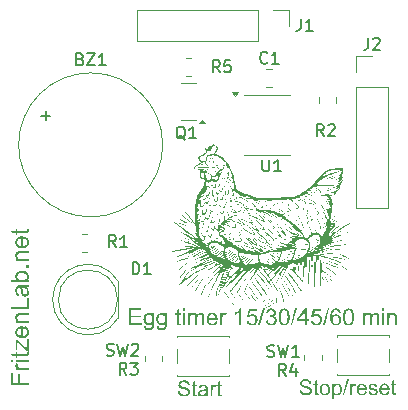
<source format=gbr>
%TF.GenerationSoftware,KiCad,Pcbnew,8.0.6*%
%TF.CreationDate,2024-10-18T13:40:27-03:00*%
%TF.ProjectId,FritzenLab-egg-timer,46726974-7a65-46e4-9c61-622d6567672d,rev?*%
%TF.SameCoordinates,Original*%
%TF.FileFunction,Legend,Top*%
%TF.FilePolarity,Positive*%
%FSLAX46Y46*%
G04 Gerber Fmt 4.6, Leading zero omitted, Abs format (unit mm)*
G04 Created by KiCad (PCBNEW 8.0.6) date 2024-10-18 13:40:27*
%MOMM*%
%LPD*%
G01*
G04 APERTURE LIST*
%ADD10C,0.000000*%
%ADD11C,0.150000*%
%ADD12C,0.120000*%
G04 APERTURE END LIST*
D10*
G36*
X89225686Y-61650703D02*
G01*
X89226841Y-61651075D01*
X89227315Y-61651354D01*
X89227720Y-61651695D01*
X89228057Y-61652098D01*
X89228326Y-61652563D01*
X89228661Y-61653680D01*
X89228727Y-61655044D01*
X89228525Y-61656656D01*
X89228057Y-61658516D01*
X89227327Y-61660625D01*
X89226334Y-61662981D01*
X89225082Y-61665586D01*
X89223572Y-61668439D01*
X89221806Y-61671539D01*
X89219786Y-61674888D01*
X89214993Y-61682329D01*
X89212769Y-61685632D01*
X89210094Y-61688910D01*
X89207017Y-61692135D01*
X89203583Y-61695283D01*
X89199839Y-61698328D01*
X89195832Y-61701243D01*
X89191608Y-61704004D01*
X89187213Y-61706583D01*
X89182693Y-61708956D01*
X89178097Y-61711096D01*
X89173469Y-61712978D01*
X89168857Y-61714576D01*
X89164307Y-61715864D01*
X89159865Y-61716815D01*
X89155579Y-61717405D01*
X89151494Y-61717608D01*
X89149261Y-61717567D01*
X89147194Y-61717444D01*
X89145292Y-61717241D01*
X89143556Y-61716960D01*
X89141985Y-61716601D01*
X89140579Y-61716166D01*
X89139339Y-61715656D01*
X89138264Y-61715072D01*
X89137355Y-61714416D01*
X89136611Y-61713689D01*
X89136032Y-61712892D01*
X89135618Y-61712027D01*
X89135370Y-61711094D01*
X89135288Y-61710096D01*
X89135370Y-61709032D01*
X89135618Y-61707906D01*
X89136032Y-61706718D01*
X89136611Y-61705469D01*
X89137355Y-61704160D01*
X89138264Y-61702794D01*
X89139339Y-61701370D01*
X89140579Y-61699891D01*
X89141985Y-61698358D01*
X89143556Y-61696771D01*
X89145292Y-61695133D01*
X89147194Y-61693445D01*
X89151493Y-61689922D01*
X89156454Y-61686214D01*
X89162076Y-61682329D01*
X89174027Y-61674888D01*
X89184752Y-61668439D01*
X89194268Y-61662981D01*
X89202591Y-61658516D01*
X89206310Y-61656656D01*
X89209735Y-61655044D01*
X89212871Y-61653680D01*
X89215717Y-61652563D01*
X89218277Y-61651695D01*
X89220551Y-61651075D01*
X89222543Y-61650703D01*
X89224254Y-61650579D01*
X89225686Y-61650703D01*
G37*
G36*
X88292759Y-53674828D02*
G01*
X88302829Y-53676469D01*
X88325725Y-53682901D01*
X88352020Y-53693343D01*
X88381391Y-53707568D01*
X88413510Y-53725348D01*
X88448054Y-53746456D01*
X88484695Y-53770664D01*
X88523109Y-53797746D01*
X88562969Y-53827474D01*
X88603951Y-53859620D01*
X88645729Y-53893957D01*
X88687977Y-53930258D01*
X88730370Y-53968296D01*
X88772582Y-54007842D01*
X88814287Y-54048670D01*
X88855160Y-54090552D01*
X88915539Y-54155962D01*
X88965624Y-54213321D01*
X89005291Y-54262681D01*
X89034416Y-54304093D01*
X89044986Y-54321834D01*
X89052874Y-54337608D01*
X89058065Y-54351421D01*
X89060543Y-54363279D01*
X89060293Y-54373190D01*
X89057298Y-54381158D01*
X89051544Y-54387191D01*
X89043015Y-54391295D01*
X89031695Y-54393477D01*
X89017569Y-54393743D01*
X89000622Y-54392099D01*
X88980838Y-54388553D01*
X88932696Y-54375777D01*
X88873020Y-54355466D01*
X88801686Y-54327673D01*
X88718569Y-54292448D01*
X88623547Y-54249844D01*
X88516494Y-54199913D01*
X88418226Y-54153638D01*
X88318387Y-54108191D01*
X88219705Y-54064727D01*
X88124910Y-54024406D01*
X88036730Y-53988384D01*
X87957892Y-53957819D01*
X87891126Y-53933869D01*
X87839160Y-53917691D01*
X87818004Y-53911164D01*
X87798232Y-53904834D01*
X87779908Y-53898731D01*
X87763093Y-53892886D01*
X87747848Y-53887331D01*
X87734236Y-53882096D01*
X87722320Y-53877213D01*
X87712160Y-53872712D01*
X87703820Y-53868624D01*
X87700351Y-53866745D01*
X87697360Y-53864981D01*
X87694855Y-53863336D01*
X87692844Y-53861814D01*
X87691333Y-53860418D01*
X87690332Y-53859152D01*
X87689848Y-53858021D01*
X87689802Y-53857507D01*
X87689888Y-53857028D01*
X87690107Y-53856585D01*
X87690460Y-53856178D01*
X87691572Y-53855473D01*
X87693232Y-53854918D01*
X87695448Y-53854517D01*
X87698227Y-53854273D01*
X87701577Y-53854191D01*
X87729542Y-53854538D01*
X87762906Y-53858125D01*
X87801284Y-53864803D01*
X87844286Y-53874420D01*
X87891526Y-53886829D01*
X87942616Y-53901878D01*
X88054796Y-53939298D01*
X88177724Y-53985483D01*
X88308300Y-54039234D01*
X88443423Y-54099351D01*
X88579993Y-54164635D01*
X88651031Y-54199245D01*
X88717687Y-54231167D01*
X88778555Y-54259699D01*
X88832229Y-54284139D01*
X88877305Y-54303783D01*
X88896179Y-54311587D01*
X88912376Y-54317928D01*
X88925720Y-54322719D01*
X88936037Y-54325873D01*
X88943149Y-54327300D01*
X88945449Y-54327339D01*
X88946882Y-54326913D01*
X88950127Y-54320908D01*
X88950687Y-54312894D01*
X88948686Y-54302993D01*
X88944250Y-54291325D01*
X88928573Y-54263173D01*
X88904659Y-54229403D01*
X88873511Y-54190982D01*
X88836130Y-54148877D01*
X88793519Y-54104054D01*
X88746681Y-54057479D01*
X88696619Y-54010118D01*
X88644335Y-53962938D01*
X88590831Y-53916906D01*
X88537109Y-53872987D01*
X88484174Y-53832148D01*
X88433026Y-53795355D01*
X88384669Y-53763575D01*
X88340105Y-53737774D01*
X88334266Y-53734808D01*
X88328658Y-53731867D01*
X88323283Y-53728955D01*
X88318146Y-53726074D01*
X88313249Y-53723230D01*
X88308595Y-53720426D01*
X88304188Y-53717666D01*
X88300031Y-53714954D01*
X88296128Y-53712293D01*
X88292481Y-53709688D01*
X88289093Y-53707142D01*
X88285968Y-53704660D01*
X88283110Y-53702245D01*
X88280521Y-53699900D01*
X88278204Y-53697631D01*
X88276164Y-53695441D01*
X88274402Y-53693333D01*
X88272923Y-53691312D01*
X88271729Y-53689381D01*
X88270824Y-53687545D01*
X88270211Y-53685806D01*
X88270015Y-53684975D01*
X88269893Y-53684170D01*
X88269845Y-53683392D01*
X88269873Y-53682640D01*
X88269976Y-53681916D01*
X88270155Y-53681220D01*
X88270411Y-53680552D01*
X88270742Y-53679913D01*
X88271151Y-53679303D01*
X88271638Y-53678724D01*
X88272202Y-53678174D01*
X88272844Y-53677656D01*
X88273565Y-53677169D01*
X88274365Y-53676713D01*
X88276204Y-53675900D01*
X88278364Y-53675220D01*
X88280848Y-53674677D01*
X88283660Y-53674274D01*
X88292759Y-53674828D01*
G37*
G36*
X83709328Y-54633024D02*
G01*
X83709803Y-54633118D01*
X83710281Y-54633259D01*
X83710763Y-54633448D01*
X83711247Y-54633685D01*
X83712223Y-54634304D01*
X83713207Y-54635120D01*
X83714197Y-54636137D01*
X83715188Y-54637357D01*
X83717088Y-54639583D01*
X83718813Y-54642263D01*
X83720351Y-54645357D01*
X83721693Y-54648823D01*
X83722828Y-54652619D01*
X83723746Y-54656705D01*
X83724437Y-54661039D01*
X83724890Y-54665580D01*
X83725095Y-54670286D01*
X83725041Y-54675116D01*
X83724719Y-54680028D01*
X83724118Y-54684982D01*
X83723227Y-54689936D01*
X83722037Y-54694849D01*
X83720537Y-54699679D01*
X83718716Y-54704384D01*
X83716734Y-54709224D01*
X83714768Y-54713170D01*
X83713796Y-54714812D01*
X83712833Y-54716237D01*
X83711882Y-54717446D01*
X83710944Y-54718441D01*
X83710022Y-54719224D01*
X83709117Y-54719798D01*
X83708232Y-54720163D01*
X83707368Y-54720322D01*
X83706527Y-54720277D01*
X83705712Y-54720030D01*
X83704924Y-54719583D01*
X83704164Y-54718937D01*
X83703436Y-54718095D01*
X83702741Y-54717059D01*
X83702080Y-54715830D01*
X83701456Y-54714410D01*
X83700327Y-54711007D01*
X83699369Y-54706866D01*
X83698596Y-54702000D01*
X83698025Y-54696427D01*
X83697671Y-54690162D01*
X83697550Y-54683219D01*
X83697260Y-54679633D01*
X83697050Y-54676154D01*
X83696918Y-54672784D01*
X83696861Y-54669528D01*
X83696876Y-54666388D01*
X83696960Y-54663367D01*
X83697112Y-54660469D01*
X83697329Y-54657697D01*
X83697608Y-54655055D01*
X83697946Y-54652544D01*
X83698340Y-54650170D01*
X83698790Y-54647934D01*
X83699290Y-54645840D01*
X83699840Y-54643892D01*
X83700437Y-54642092D01*
X83701077Y-54640444D01*
X83701759Y-54638951D01*
X83702479Y-54637617D01*
X83703236Y-54636444D01*
X83704026Y-54635435D01*
X83704847Y-54634595D01*
X83705697Y-54633925D01*
X83706573Y-54633430D01*
X83707019Y-54633249D01*
X83707471Y-54633113D01*
X83707929Y-54633022D01*
X83708391Y-54632977D01*
X83708857Y-54632977D01*
X83709328Y-54633024D01*
G37*
G36*
X88078022Y-54204661D02*
G01*
X88082791Y-54208243D01*
X88098617Y-54222017D01*
X88121968Y-54243810D01*
X88151809Y-54272673D01*
X88187108Y-54307655D01*
X88226830Y-54347804D01*
X88269942Y-54392170D01*
X88315410Y-54439802D01*
X88385125Y-54510895D01*
X88435906Y-54563384D01*
X88454377Y-54582937D01*
X88468331Y-54598180D01*
X88477841Y-54609227D01*
X88482980Y-54616191D01*
X88483932Y-54618178D01*
X88483818Y-54619186D01*
X88482648Y-54619231D01*
X88480430Y-54618327D01*
X88472887Y-54613726D01*
X88461262Y-54605497D01*
X88445626Y-54593755D01*
X88426053Y-54578612D01*
X88375383Y-54538580D01*
X88340332Y-54509469D01*
X88304662Y-54478332D01*
X88269404Y-54446120D01*
X88235594Y-54413785D01*
X88204264Y-54382276D01*
X88189853Y-54367128D01*
X88176449Y-54352544D01*
X88164181Y-54338643D01*
X88153180Y-54325542D01*
X88143575Y-54313361D01*
X88135493Y-54302218D01*
X88128347Y-54292389D01*
X88121486Y-54282781D01*
X88114945Y-54273453D01*
X88108760Y-54264460D01*
X88102968Y-54255860D01*
X88097605Y-54247710D01*
X88092707Y-54240066D01*
X88088310Y-54232986D01*
X88084451Y-54226525D01*
X88081165Y-54220742D01*
X88078489Y-54215692D01*
X88076459Y-54211433D01*
X88075111Y-54208022D01*
X88074704Y-54206652D01*
X88074481Y-54205515D01*
X88074447Y-54204618D01*
X88074606Y-54203969D01*
X88074963Y-54203574D01*
X88075522Y-54203441D01*
X88078022Y-54204661D01*
G37*
G36*
X93247489Y-56433079D02*
G01*
X93257475Y-56433321D01*
X93266604Y-56433718D01*
X93270842Y-56433973D01*
X93274859Y-56434265D01*
X93278655Y-56434593D01*
X93282226Y-56434956D01*
X93285571Y-56435355D01*
X93288688Y-56435787D01*
X93291575Y-56436254D01*
X93294230Y-56436753D01*
X93296652Y-56437284D01*
X93298837Y-56437847D01*
X93300785Y-56438441D01*
X93302493Y-56439066D01*
X93303960Y-56439720D01*
X93305183Y-56440403D01*
X93306161Y-56441115D01*
X93306891Y-56441855D01*
X93307163Y-56442235D01*
X93307372Y-56442621D01*
X93307518Y-56443015D01*
X93307602Y-56443414D01*
X93307622Y-56443821D01*
X93307578Y-56444233D01*
X93307471Y-56444652D01*
X93307299Y-56445078D01*
X93307064Y-56445509D01*
X93306764Y-56445946D01*
X93305969Y-56446839D01*
X93304913Y-56447755D01*
X93303595Y-56448693D01*
X93302011Y-56449654D01*
X93300161Y-56450635D01*
X93295251Y-56451875D01*
X93289825Y-56452950D01*
X93283945Y-56453860D01*
X93277671Y-56454604D01*
X93271067Y-56455182D01*
X93264194Y-56455596D01*
X93257114Y-56455844D01*
X93249889Y-56455927D01*
X93242582Y-56455844D01*
X93235255Y-56455596D01*
X93227968Y-56455182D01*
X93220785Y-56454604D01*
X93213768Y-56453860D01*
X93206977Y-56452950D01*
X93200477Y-56451875D01*
X93194327Y-56450635D01*
X93188369Y-56448693D01*
X93183702Y-56446839D01*
X93180297Y-56445078D01*
X93179057Y-56444233D01*
X93178121Y-56443414D01*
X93177485Y-56442621D01*
X93177144Y-56441855D01*
X93177096Y-56441115D01*
X93177335Y-56440403D01*
X93177859Y-56439720D01*
X93178663Y-56439066D01*
X93181097Y-56437847D01*
X93184606Y-56436753D01*
X93189159Y-56435787D01*
X93194724Y-56434956D01*
X93201272Y-56434265D01*
X93208770Y-56433718D01*
X93217188Y-56433321D01*
X93226495Y-56433079D01*
X93236660Y-56432997D01*
X93247489Y-56433079D01*
G37*
G36*
X84825159Y-48982416D02*
G01*
X84833232Y-48982688D01*
X84840086Y-48983167D01*
X84843059Y-48983491D01*
X84845731Y-48983873D01*
X84848103Y-48984318D01*
X84850177Y-48984828D01*
X84851954Y-48985404D01*
X84853434Y-48986051D01*
X84854621Y-48986769D01*
X84855513Y-48987563D01*
X84856114Y-48988434D01*
X84856425Y-48989385D01*
X84856446Y-48990419D01*
X84856178Y-48991539D01*
X84855624Y-48992746D01*
X84854785Y-48994043D01*
X84853661Y-48995434D01*
X84852254Y-48996920D01*
X84850566Y-48998504D01*
X84848597Y-49000189D01*
X84843824Y-49003872D01*
X84837945Y-49007989D01*
X84830970Y-49012561D01*
X84822910Y-49017608D01*
X84816369Y-49021773D01*
X84809983Y-49025670D01*
X84803758Y-49029297D01*
X84797706Y-49032656D01*
X84791835Y-49035746D01*
X84786153Y-49038568D01*
X84780670Y-49041121D01*
X84775396Y-49043405D01*
X84770338Y-49045420D01*
X84765507Y-49047167D01*
X84760910Y-49048645D01*
X84756558Y-49049854D01*
X84752459Y-49050794D01*
X84748622Y-49051466D01*
X84745057Y-49051869D01*
X84741772Y-49052004D01*
X84738776Y-49051869D01*
X84736079Y-49051466D01*
X84733689Y-49050794D01*
X84732612Y-49050358D01*
X84731616Y-49049854D01*
X84730700Y-49049283D01*
X84729868Y-49048645D01*
X84729119Y-49047939D01*
X84728455Y-49047167D01*
X84727876Y-49046327D01*
X84727385Y-49045420D01*
X84726982Y-49044446D01*
X84726668Y-49043405D01*
X84726445Y-49042296D01*
X84726313Y-49041121D01*
X84726274Y-49039878D01*
X84726329Y-49038568D01*
X84726724Y-49035746D01*
X84727509Y-49032656D01*
X84728691Y-49029297D01*
X84730280Y-49025670D01*
X84732286Y-49021773D01*
X84734716Y-49017608D01*
X84735790Y-49015645D01*
X84737022Y-49013724D01*
X84738408Y-49011847D01*
X84739939Y-49010015D01*
X84743413Y-49006492D01*
X84747394Y-49003166D01*
X84751830Y-49000047D01*
X84756668Y-48997144D01*
X84761858Y-48994469D01*
X84767348Y-48992031D01*
X84773086Y-48989842D01*
X84779020Y-48987911D01*
X84785099Y-48986249D01*
X84791271Y-48984866D01*
X84797484Y-48983772D01*
X84803687Y-48982978D01*
X84809828Y-48982494D01*
X84815855Y-48982330D01*
X84825159Y-48982416D01*
G37*
G36*
X87993574Y-53077406D02*
G01*
X87996595Y-53077491D01*
X87999493Y-53077643D01*
X88002265Y-53077859D01*
X88004907Y-53078138D01*
X88007418Y-53078476D01*
X88009792Y-53078871D01*
X88012028Y-53079320D01*
X88014122Y-53079821D01*
X88016070Y-53080371D01*
X88017870Y-53080967D01*
X88019518Y-53081607D01*
X88021011Y-53082289D01*
X88022345Y-53083009D01*
X88023519Y-53083766D01*
X88024527Y-53084556D01*
X88025368Y-53085378D01*
X88026037Y-53086227D01*
X88026532Y-53087103D01*
X88026713Y-53087549D01*
X88026849Y-53088001D01*
X88026940Y-53088459D01*
X88026986Y-53088921D01*
X88026985Y-53089388D01*
X88026938Y-53089858D01*
X88026844Y-53090333D01*
X88026703Y-53090812D01*
X88026514Y-53091293D01*
X88026277Y-53091777D01*
X88025658Y-53092754D01*
X88024842Y-53093738D01*
X88023825Y-53094727D01*
X88022605Y-53095719D01*
X88020379Y-53097619D01*
X88017699Y-53099343D01*
X88014605Y-53100881D01*
X88011139Y-53102223D01*
X88007343Y-53103358D01*
X88003257Y-53104276D01*
X87998923Y-53104967D01*
X87994382Y-53105420D01*
X87989676Y-53105625D01*
X87984846Y-53105571D01*
X87979934Y-53105249D01*
X87974980Y-53104648D01*
X87970026Y-53103757D01*
X87965113Y-53102567D01*
X87960283Y-53101067D01*
X87955578Y-53099246D01*
X87950738Y-53097264D01*
X87946792Y-53095298D01*
X87945150Y-53094326D01*
X87943725Y-53093363D01*
X87942516Y-53092412D01*
X87941521Y-53091474D01*
X87940738Y-53090552D01*
X87940165Y-53089647D01*
X87939799Y-53088762D01*
X87939640Y-53087898D01*
X87939685Y-53087058D01*
X87939932Y-53086242D01*
X87940379Y-53085454D01*
X87941025Y-53084694D01*
X87941867Y-53083966D01*
X87942903Y-53083271D01*
X87944132Y-53082610D01*
X87945552Y-53081987D01*
X87948955Y-53080857D01*
X87953096Y-53079899D01*
X87957962Y-53079126D01*
X87963535Y-53078555D01*
X87969801Y-53078201D01*
X87976743Y-53078080D01*
X87980329Y-53077790D01*
X87983808Y-53077580D01*
X87987178Y-53077448D01*
X87990434Y-53077391D01*
X87993574Y-53077406D01*
G37*
G36*
X88465643Y-52834033D02*
G01*
X88469381Y-52834811D01*
X88478405Y-52837750D01*
X88489185Y-52842342D01*
X88501356Y-52848361D01*
X88514550Y-52855578D01*
X88528400Y-52863768D01*
X88542539Y-52872701D01*
X88556601Y-52882151D01*
X88570219Y-52891890D01*
X88583025Y-52901691D01*
X88594653Y-52911327D01*
X88604736Y-52920570D01*
X88612907Y-52929193D01*
X88616161Y-52933201D01*
X88618799Y-52936969D01*
X88620332Y-52940568D01*
X88620764Y-52942093D01*
X88620977Y-52943439D01*
X88620972Y-52944605D01*
X88620753Y-52945596D01*
X88620321Y-52946412D01*
X88619681Y-52947056D01*
X88618834Y-52947529D01*
X88617783Y-52947833D01*
X88616530Y-52947971D01*
X88615078Y-52947945D01*
X88611588Y-52947404D01*
X88607334Y-52946229D01*
X88602335Y-52944433D01*
X88596613Y-52942033D01*
X88590188Y-52939043D01*
X88583080Y-52935480D01*
X88575312Y-52931359D01*
X88566902Y-52926695D01*
X88548244Y-52915802D01*
X88530122Y-52902773D01*
X88513076Y-52890281D01*
X88505085Y-52884301D01*
X88497518Y-52878533D01*
X88490426Y-52873003D01*
X88483862Y-52867736D01*
X88477876Y-52862759D01*
X88472520Y-52858097D01*
X88467847Y-52853776D01*
X88463908Y-52849821D01*
X88460754Y-52846260D01*
X88459487Y-52844635D01*
X88458437Y-52843117D01*
X88457609Y-52841711D01*
X88457009Y-52840419D01*
X88456644Y-52839244D01*
X88456521Y-52838190D01*
X88456917Y-52836191D01*
X88458073Y-52834804D01*
X88459943Y-52834001D01*
X88462481Y-52833753D01*
X88465643Y-52834033D01*
G37*
G36*
X84924913Y-50073155D02*
G01*
X84925492Y-50073531D01*
X84925946Y-50074073D01*
X84926274Y-50074782D01*
X84926539Y-50076712D01*
X84926267Y-50079335D01*
X84925437Y-50082664D01*
X84924028Y-50086714D01*
X84922019Y-50091499D01*
X84919391Y-50097033D01*
X84916121Y-50103331D01*
X84912190Y-50110406D01*
X84907577Y-50118274D01*
X84894304Y-50141712D01*
X84879775Y-50165547D01*
X84864223Y-50189518D01*
X84847881Y-50213358D01*
X84830980Y-50236807D01*
X84813753Y-50259599D01*
X84796434Y-50281471D01*
X84779254Y-50302160D01*
X84762447Y-50321401D01*
X84746243Y-50338933D01*
X84730877Y-50354490D01*
X84716581Y-50367810D01*
X84703587Y-50378628D01*
X84697651Y-50383017D01*
X84692128Y-50386682D01*
X84687046Y-50389590D01*
X84682436Y-50391707D01*
X84678325Y-50393002D01*
X84674744Y-50393441D01*
X84672521Y-50393390D01*
X84670484Y-50393236D01*
X84668630Y-50392982D01*
X84666958Y-50392628D01*
X84665467Y-50392176D01*
X84664155Y-50391627D01*
X84663022Y-50390983D01*
X84662066Y-50390244D01*
X84661285Y-50389412D01*
X84660679Y-50388489D01*
X84660246Y-50387475D01*
X84659985Y-50386372D01*
X84659894Y-50385181D01*
X84659973Y-50383903D01*
X84660220Y-50382541D01*
X84660633Y-50381094D01*
X84661211Y-50379564D01*
X84661954Y-50377954D01*
X84662859Y-50376263D01*
X84663926Y-50374493D01*
X84666539Y-50370722D01*
X84669783Y-50366652D01*
X84673647Y-50362292D01*
X84678120Y-50357653D01*
X84683193Y-50352745D01*
X84688855Y-50347579D01*
X84694506Y-50343006D01*
X84700830Y-50337286D01*
X84707753Y-50330511D01*
X84715203Y-50322775D01*
X84731395Y-50304792D01*
X84748827Y-50284080D01*
X84766921Y-50261384D01*
X84785097Y-50237447D01*
X84802778Y-50213014D01*
X84819383Y-50188830D01*
X84833163Y-50169046D01*
X84846613Y-50150782D01*
X84859567Y-50134151D01*
X84871859Y-50119266D01*
X84883324Y-50106242D01*
X84893797Y-50095192D01*
X84903112Y-50086230D01*
X84907284Y-50082567D01*
X84911105Y-50079469D01*
X84914554Y-50076949D01*
X84917609Y-50075023D01*
X84920252Y-50073703D01*
X84922460Y-50073006D01*
X84924214Y-50072943D01*
X84924913Y-50073155D01*
G37*
G36*
X90194338Y-59929079D02*
G01*
X90195574Y-59929391D01*
X90197007Y-59929952D01*
X90200436Y-59931801D01*
X90204577Y-59934591D01*
X90209386Y-59938285D01*
X90214815Y-59942847D01*
X90220817Y-59948241D01*
X90227346Y-59954431D01*
X90234356Y-59961380D01*
X90241800Y-59969054D01*
X90249632Y-59977414D01*
X90257805Y-59986425D01*
X90266272Y-59996052D01*
X90297734Y-60037346D01*
X90332101Y-60094898D01*
X90368638Y-60166444D01*
X90406611Y-60249721D01*
X90445287Y-60342464D01*
X90483933Y-60442412D01*
X90558195Y-60654864D01*
X90623528Y-60868969D01*
X90651011Y-60970984D01*
X90674060Y-61066621D01*
X90691942Y-61153618D01*
X90703923Y-61229712D01*
X90709268Y-61292638D01*
X90707244Y-61340134D01*
X90705136Y-61347621D01*
X90702786Y-61352902D01*
X90701521Y-61354723D01*
X90700198Y-61356002D01*
X90698816Y-61356742D01*
X90697377Y-61356947D01*
X90695881Y-61356619D01*
X90694329Y-61355763D01*
X90691059Y-61352475D01*
X90687571Y-61347111D01*
X90683872Y-61339694D01*
X90679966Y-61330252D01*
X90675859Y-61318810D01*
X90671555Y-61305394D01*
X90667060Y-61290030D01*
X90657517Y-61253560D01*
X90647271Y-61209607D01*
X90619531Y-61095574D01*
X90582779Y-60964096D01*
X90539247Y-60821538D01*
X90491167Y-60674267D01*
X90440773Y-60528649D01*
X90390295Y-60391052D01*
X90341967Y-60267842D01*
X90298022Y-60165384D01*
X90229230Y-60017659D01*
X90204756Y-59964467D01*
X90192188Y-59936080D01*
X90191650Y-59934240D01*
X90191354Y-59932684D01*
X90191294Y-59931409D01*
X90191465Y-59930409D01*
X90191860Y-59929681D01*
X90192475Y-59929220D01*
X90193303Y-59929021D01*
X90194338Y-59929079D01*
G37*
G36*
X85438786Y-57029209D02*
G01*
X85442966Y-57030540D01*
X85445815Y-57033109D01*
X85447389Y-57036845D01*
X85447746Y-57041674D01*
X85446944Y-57047522D01*
X85445039Y-57054318D01*
X85442090Y-57061988D01*
X85433289Y-57079657D01*
X85421000Y-57099946D01*
X85405682Y-57122271D01*
X85387796Y-57146048D01*
X85367801Y-57170693D01*
X85346159Y-57195623D01*
X85323327Y-57220253D01*
X85299767Y-57243999D01*
X85275938Y-57266278D01*
X85252301Y-57286505D01*
X85229314Y-57304096D01*
X85207439Y-57318468D01*
X85169315Y-57342425D01*
X85154488Y-57351327D01*
X85142560Y-57357990D01*
X85133588Y-57362277D01*
X85130229Y-57363485D01*
X85127629Y-57364047D01*
X85125797Y-57363944D01*
X85124740Y-57363160D01*
X85124464Y-57361678D01*
X85124976Y-57359478D01*
X85126285Y-57356545D01*
X85128397Y-57352861D01*
X85135057Y-57343169D01*
X85145014Y-57330263D01*
X85158325Y-57314003D01*
X85195236Y-57270864D01*
X85246244Y-57212635D01*
X85262723Y-57194335D01*
X85279021Y-57176537D01*
X85310681Y-57142796D01*
X85340440Y-57112114D01*
X85367511Y-57085194D01*
X85379794Y-57073365D01*
X85391110Y-57062739D01*
X85401362Y-57053405D01*
X85410451Y-57045451D01*
X85418279Y-57038965D01*
X85424748Y-57034034D01*
X85429760Y-57030746D01*
X85431688Y-57029746D01*
X85433216Y-57029190D01*
X85438786Y-57029209D01*
G37*
G36*
X92427752Y-56524884D02*
G01*
X92463478Y-56526090D01*
X92502883Y-56528246D01*
X92526406Y-56529652D01*
X92548027Y-56531222D01*
X92567747Y-56532959D01*
X92585565Y-56534860D01*
X92593761Y-56535873D01*
X92601481Y-56536927D01*
X92608726Y-56538023D01*
X92615496Y-56539160D01*
X92621790Y-56540338D01*
X92627609Y-56541558D01*
X92632952Y-56542819D01*
X92637820Y-56544121D01*
X92642212Y-56545464D01*
X92646129Y-56546849D01*
X92649571Y-56548276D01*
X92652537Y-56549743D01*
X92655028Y-56551252D01*
X92657044Y-56552802D01*
X92658584Y-56554394D01*
X92659175Y-56555205D01*
X92659648Y-56556027D01*
X92660002Y-56556859D01*
X92660237Y-56557701D01*
X92660353Y-56558554D01*
X92660351Y-56559417D01*
X92660229Y-56560290D01*
X92659989Y-56561174D01*
X92659630Y-56562068D01*
X92659152Y-56562972D01*
X92657839Y-56564812D01*
X92656051Y-56566693D01*
X92653788Y-56568615D01*
X92651049Y-56570579D01*
X92645913Y-56573391D01*
X92639808Y-56575880D01*
X92624956Y-56579915D01*
X92607013Y-56582741D01*
X92586501Y-56584415D01*
X92563944Y-56584993D01*
X92539862Y-56584532D01*
X92514777Y-56583089D01*
X92489212Y-56580722D01*
X92463688Y-56577486D01*
X92438728Y-56573439D01*
X92414853Y-56568637D01*
X92392585Y-56563138D01*
X92372446Y-56556998D01*
X92354958Y-56550274D01*
X92340642Y-56543022D01*
X92334838Y-56539217D01*
X92330022Y-56535301D01*
X92328966Y-56534330D01*
X92328436Y-56533400D01*
X92328422Y-56532514D01*
X92328912Y-56531670D01*
X92331363Y-56530116D01*
X92335699Y-56528742D01*
X92341834Y-56527554D01*
X92349679Y-56526558D01*
X92370150Y-56525159D01*
X92396408Y-56524588D01*
X92427752Y-56524884D01*
G37*
G36*
X90963957Y-53784738D02*
G01*
X90965212Y-53785399D01*
X90968620Y-53787713D01*
X90973212Y-53791338D01*
X90978971Y-53796267D01*
X90985883Y-53802487D01*
X91003102Y-53818761D01*
X91024744Y-53840079D01*
X91035895Y-53852055D01*
X91046813Y-53864119D01*
X91057432Y-53876193D01*
X91067683Y-53888201D01*
X91077501Y-53900063D01*
X91086817Y-53911703D01*
X91095565Y-53923044D01*
X91103677Y-53934007D01*
X91111087Y-53944515D01*
X91117726Y-53954491D01*
X91123529Y-53963858D01*
X91128427Y-53972537D01*
X91132353Y-53980451D01*
X91135241Y-53987523D01*
X91136274Y-53990719D01*
X91137023Y-53993675D01*
X91137478Y-53996382D01*
X91137632Y-53998829D01*
X91137570Y-54001041D01*
X91137389Y-54003048D01*
X91137091Y-54004850D01*
X91136681Y-54006450D01*
X91136162Y-54007848D01*
X91135539Y-54009046D01*
X91134815Y-54010045D01*
X91133994Y-54010846D01*
X91133080Y-54011451D01*
X91132077Y-54011861D01*
X91130988Y-54012077D01*
X91129818Y-54012100D01*
X91128571Y-54011932D01*
X91127250Y-54011575D01*
X91125859Y-54011029D01*
X91124403Y-54010295D01*
X91122884Y-54009375D01*
X91121307Y-54008271D01*
X91119676Y-54006983D01*
X91117995Y-54005513D01*
X91114496Y-54002032D01*
X91110843Y-53997838D01*
X91107066Y-53992940D01*
X91103195Y-53987351D01*
X91099263Y-53981079D01*
X91095299Y-53974135D01*
X91086108Y-53958198D01*
X91074684Y-53939905D01*
X91061441Y-53919875D01*
X91046792Y-53898729D01*
X91031152Y-53877087D01*
X91014932Y-53855569D01*
X90998547Y-53834795D01*
X90982410Y-53815385D01*
X90975793Y-53806826D01*
X90970483Y-53799662D01*
X90966465Y-53793883D01*
X90963724Y-53789478D01*
X90962243Y-53786438D01*
X90961971Y-53785426D01*
X90962008Y-53784751D01*
X90962353Y-53784413D01*
X90963003Y-53784409D01*
X90963957Y-53784738D01*
G37*
G36*
X86252956Y-52315863D02*
G01*
X86255167Y-52318008D01*
X86257393Y-52322253D01*
X86261871Y-52336995D01*
X86266343Y-52359984D01*
X86270764Y-52391117D01*
X86275087Y-52430291D01*
X86283252Y-52532349D01*
X86290466Y-52665330D01*
X86292534Y-52728668D01*
X86293449Y-52787734D01*
X86293218Y-52842551D01*
X86291844Y-52893147D01*
X86290730Y-52916869D01*
X86289333Y-52939546D01*
X86287653Y-52961181D01*
X86285691Y-52981775D01*
X86283447Y-53001334D01*
X86280922Y-53019860D01*
X86278117Y-53037356D01*
X86275032Y-53053826D01*
X86271668Y-53069273D01*
X86268025Y-53083700D01*
X86264105Y-53097109D01*
X86259908Y-53109506D01*
X86255434Y-53120892D01*
X86250684Y-53131271D01*
X86245659Y-53140646D01*
X86240360Y-53149021D01*
X86234787Y-53156399D01*
X86228940Y-53162782D01*
X86222821Y-53168174D01*
X86216430Y-53172579D01*
X86209768Y-53175999D01*
X86202835Y-53178438D01*
X86195632Y-53179899D01*
X86188160Y-53180385D01*
X86183136Y-53179868D01*
X86177366Y-53178354D01*
X86170909Y-53175900D01*
X86163824Y-53172565D01*
X86148008Y-53163479D01*
X86130393Y-53151557D01*
X86111455Y-53137257D01*
X86091670Y-53121040D01*
X86071513Y-53103366D01*
X86051459Y-53084694D01*
X86031984Y-53065485D01*
X86013563Y-53046199D01*
X85996671Y-53027295D01*
X85981785Y-53009233D01*
X85969379Y-52992474D01*
X85959929Y-52977476D01*
X85956461Y-52970782D01*
X85953911Y-52964701D01*
X85952337Y-52959291D01*
X85951799Y-52954608D01*
X85951932Y-52953119D01*
X85952328Y-52951953D01*
X85952979Y-52951106D01*
X85953880Y-52950570D01*
X85955023Y-52950339D01*
X85956403Y-52950406D01*
X85958013Y-52950766D01*
X85959847Y-52951411D01*
X85964158Y-52953531D01*
X85969286Y-52956716D01*
X85975179Y-52960914D01*
X85981785Y-52966073D01*
X85989053Y-52972141D01*
X85996930Y-52979067D01*
X86005366Y-52986800D01*
X86014307Y-52995287D01*
X86033503Y-53014318D01*
X86054105Y-53035747D01*
X86064758Y-53046858D01*
X86075499Y-53057664D01*
X86086250Y-53068109D01*
X86096934Y-53078135D01*
X86107474Y-53087686D01*
X86117791Y-53096704D01*
X86127808Y-53105134D01*
X86137449Y-53112917D01*
X86146634Y-53119997D01*
X86155287Y-53126318D01*
X86163331Y-53131823D01*
X86170687Y-53136454D01*
X86177278Y-53140155D01*
X86183027Y-53142869D01*
X86185562Y-53143838D01*
X86187857Y-53144539D01*
X86189902Y-53144964D01*
X86191688Y-53145108D01*
X86193693Y-53144893D01*
X86195735Y-53144254D01*
X86197810Y-53143204D01*
X86199915Y-53141752D01*
X86204199Y-53137690D01*
X86208556Y-53132154D01*
X86212953Y-53125234D01*
X86217361Y-53117016D01*
X86221748Y-53107590D01*
X86226084Y-53097042D01*
X86230337Y-53085460D01*
X86234476Y-53072933D01*
X86238471Y-53059548D01*
X86242290Y-53045393D01*
X86245902Y-53030556D01*
X86249277Y-53015124D01*
X86252382Y-52999186D01*
X86255189Y-52982830D01*
X86258816Y-52957075D01*
X86261720Y-52933889D01*
X86263839Y-52913028D01*
X86265110Y-52894249D01*
X86265409Y-52885565D01*
X86265472Y-52877311D01*
X86265292Y-52869455D01*
X86264862Y-52861969D01*
X86264173Y-52854821D01*
X86263219Y-52847981D01*
X86261990Y-52841419D01*
X86260480Y-52835104D01*
X86258680Y-52829006D01*
X86256583Y-52823095D01*
X86254182Y-52817341D01*
X86251467Y-52811712D01*
X86248433Y-52806179D01*
X86245070Y-52800711D01*
X86241371Y-52795278D01*
X86237329Y-52789850D01*
X86232935Y-52784395D01*
X86228182Y-52778885D01*
X86223062Y-52773288D01*
X86217568Y-52767574D01*
X86205424Y-52755673D01*
X86191688Y-52742941D01*
X86172320Y-52726073D01*
X86151505Y-52706223D01*
X86129615Y-52683882D01*
X86107022Y-52659542D01*
X86084098Y-52633693D01*
X86061216Y-52606825D01*
X86038747Y-52579431D01*
X86017063Y-52552000D01*
X85996537Y-52525024D01*
X85977541Y-52498994D01*
X85960446Y-52474400D01*
X85945626Y-52451734D01*
X85933451Y-52431486D01*
X85924293Y-52414148D01*
X85918526Y-52400210D01*
X85917030Y-52394670D01*
X85916521Y-52390163D01*
X85916716Y-52389087D01*
X85917295Y-52388497D01*
X85918248Y-52388386D01*
X85919567Y-52388744D01*
X85923265Y-52390829D01*
X85928317Y-52394683D01*
X85934651Y-52400231D01*
X85942194Y-52407402D01*
X85960619Y-52426322D01*
X85983012Y-52450865D01*
X86008795Y-52480452D01*
X86037389Y-52514503D01*
X86068216Y-52552440D01*
X86216382Y-52739413D01*
X86226966Y-52513636D01*
X86233022Y-52412791D01*
X86236554Y-52375877D01*
X86240360Y-52347830D01*
X86244394Y-52328548D01*
X86248608Y-52317927D01*
X86250768Y-52315831D01*
X86252956Y-52315863D01*
G37*
G36*
X87442986Y-53642701D02*
G01*
X87468282Y-53644433D01*
X87497847Y-53647540D01*
X87530756Y-53651840D01*
X87602903Y-53663298D01*
X87677324Y-53677361D01*
X87746619Y-53692581D01*
X87777031Y-53700174D01*
X87803387Y-53707513D01*
X87824761Y-53714417D01*
X87840229Y-53720707D01*
X87845459Y-53723565D01*
X87848865Y-53726201D01*
X87850332Y-53728593D01*
X87849744Y-53730719D01*
X87847161Y-53731757D01*
X87842144Y-53732241D01*
X87825325Y-53731656D01*
X87800320Y-53729168D01*
X87768164Y-53724986D01*
X87686529Y-53712363D01*
X87588688Y-53695441D01*
X87564269Y-53690196D01*
X87541338Y-53685064D01*
X87519979Y-53680078D01*
X87500273Y-53675267D01*
X87482303Y-53670662D01*
X87466153Y-53666296D01*
X87451904Y-53662198D01*
X87439639Y-53658399D01*
X87429442Y-53654932D01*
X87421394Y-53651826D01*
X87415579Y-53649113D01*
X87413534Y-53647914D01*
X87412079Y-53646824D01*
X87411222Y-53645848D01*
X87410976Y-53644989D01*
X87411085Y-53644606D01*
X87411350Y-53644252D01*
X87412354Y-53643641D01*
X87413999Y-53643158D01*
X87416296Y-53642809D01*
X87419253Y-53642596D01*
X87422883Y-53642525D01*
X87442986Y-53642701D01*
G37*
G36*
X86771736Y-56402293D02*
G01*
X86775280Y-56402789D01*
X86779351Y-56403616D01*
X86783914Y-56404774D01*
X86788931Y-56406262D01*
X86794366Y-56408081D01*
X86800184Y-56410231D01*
X86806348Y-56412711D01*
X86812822Y-56415522D01*
X86819571Y-56418664D01*
X86826556Y-56422137D01*
X86833744Y-56425941D01*
X86840931Y-56429946D01*
X86847917Y-56434009D01*
X86854665Y-56438102D01*
X86861139Y-56442201D01*
X86867303Y-56446279D01*
X86873121Y-56450311D01*
X86878557Y-56454270D01*
X86883573Y-56458131D01*
X86888136Y-56461868D01*
X86892207Y-56465455D01*
X86895751Y-56468867D01*
X86898732Y-56472077D01*
X86900000Y-56473598D01*
X86901113Y-56475059D01*
X86902068Y-56476457D01*
X86902859Y-56477789D01*
X86903482Y-56479050D01*
X86903933Y-56480239D01*
X86904207Y-56481351D01*
X86904299Y-56482384D01*
X86904207Y-56483004D01*
X86903933Y-56483542D01*
X86903482Y-56483997D01*
X86902859Y-56484369D01*
X86901113Y-56484865D01*
X86898732Y-56485030D01*
X86895751Y-56484865D01*
X86892207Y-56484369D01*
X86888136Y-56483542D01*
X86883573Y-56482384D01*
X86878557Y-56480896D01*
X86873121Y-56479077D01*
X86867303Y-56476928D01*
X86861139Y-56474447D01*
X86854665Y-56471636D01*
X86847917Y-56468494D01*
X86840931Y-56465022D01*
X86833744Y-56461219D01*
X86826556Y-56457213D01*
X86819571Y-56453150D01*
X86812822Y-56449057D01*
X86806348Y-56444958D01*
X86800184Y-56440880D01*
X86794366Y-56436848D01*
X86788931Y-56432889D01*
X86783914Y-56429028D01*
X86779351Y-56425291D01*
X86775280Y-56421703D01*
X86771736Y-56418292D01*
X86768755Y-56415082D01*
X86767487Y-56413560D01*
X86766374Y-56412099D01*
X86765419Y-56410701D01*
X86764628Y-56409370D01*
X86764005Y-56408108D01*
X86763554Y-56406919D01*
X86763280Y-56405807D01*
X86763188Y-56404774D01*
X86763280Y-56404153D01*
X86763554Y-56403616D01*
X86764005Y-56403161D01*
X86764628Y-56402789D01*
X86766374Y-56402293D01*
X86768755Y-56402128D01*
X86771736Y-56402293D01*
G37*
G36*
X84379135Y-52763255D02*
G01*
X84379606Y-52763302D01*
X84380081Y-52763396D01*
X84380559Y-52763537D01*
X84381040Y-52763726D01*
X84381525Y-52763963D01*
X84382501Y-52764582D01*
X84383485Y-52765398D01*
X84384474Y-52766415D01*
X84385466Y-52767635D01*
X84387366Y-52769861D01*
X84389090Y-52772541D01*
X84390628Y-52775635D01*
X84391970Y-52779101D01*
X84393105Y-52782897D01*
X84394024Y-52786983D01*
X84394714Y-52791317D01*
X84395167Y-52795858D01*
X84395372Y-52800564D01*
X84395319Y-52805394D01*
X84394997Y-52810306D01*
X84394396Y-52815260D01*
X84393505Y-52820214D01*
X84392315Y-52825127D01*
X84390814Y-52829957D01*
X84388994Y-52834662D01*
X84387012Y-52839502D01*
X84385046Y-52843448D01*
X84384073Y-52845090D01*
X84383111Y-52846515D01*
X84382159Y-52847724D01*
X84381222Y-52848719D01*
X84380300Y-52849502D01*
X84379395Y-52850075D01*
X84378510Y-52850441D01*
X84377646Y-52850600D01*
X84376805Y-52850555D01*
X84375990Y-52850308D01*
X84375201Y-52849861D01*
X84374442Y-52849215D01*
X84373714Y-52848373D01*
X84373018Y-52847337D01*
X84372358Y-52846108D01*
X84371734Y-52844688D01*
X84370605Y-52841285D01*
X84369646Y-52837144D01*
X84368874Y-52832278D01*
X84368303Y-52826705D01*
X84367949Y-52820440D01*
X84367827Y-52813497D01*
X84367538Y-52809911D01*
X84367328Y-52806432D01*
X84367196Y-52803062D01*
X84367138Y-52799806D01*
X84367153Y-52796666D01*
X84367238Y-52793645D01*
X84367390Y-52790747D01*
X84367607Y-52787975D01*
X84367886Y-52785333D01*
X84368224Y-52782822D01*
X84368619Y-52780448D01*
X84369068Y-52778212D01*
X84369568Y-52776118D01*
X84370118Y-52774170D01*
X84370715Y-52772370D01*
X84371355Y-52770722D01*
X84372037Y-52769229D01*
X84372757Y-52767894D01*
X84373514Y-52766721D01*
X84374304Y-52765713D01*
X84375125Y-52764872D01*
X84375975Y-52764203D01*
X84376850Y-52763708D01*
X84377297Y-52763527D01*
X84377749Y-52763391D01*
X84378206Y-52763300D01*
X84378669Y-52763254D01*
X84379135Y-52763255D01*
G37*
G36*
X84459550Y-53582552D02*
G01*
X84461356Y-53586205D01*
X84462178Y-53592429D01*
X84461066Y-53611960D01*
X84456604Y-53639882D01*
X84449187Y-53674936D01*
X84427056Y-53761394D01*
X84397814Y-53861246D01*
X84364603Y-53964406D01*
X84330565Y-54060786D01*
X84298843Y-54140299D01*
X84284832Y-54170578D01*
X84272578Y-54192857D01*
X84259703Y-54212573D01*
X84247470Y-54229368D01*
X84241561Y-54236663D01*
X84235773Y-54243219D01*
X84230095Y-54249031D01*
X84224511Y-54254097D01*
X84219011Y-54258414D01*
X84213580Y-54261979D01*
X84208206Y-54264788D01*
X84202876Y-54266837D01*
X84197577Y-54268125D01*
X84192296Y-54268647D01*
X84187021Y-54268400D01*
X84181737Y-54267382D01*
X84176433Y-54265588D01*
X84171095Y-54263016D01*
X84165711Y-54259662D01*
X84160267Y-54255524D01*
X84154751Y-54250597D01*
X84149150Y-54244879D01*
X84143451Y-54238367D01*
X84137640Y-54231057D01*
X84131705Y-54222946D01*
X84125634Y-54214030D01*
X84113028Y-54193774D01*
X84099720Y-54170262D01*
X84085605Y-54143468D01*
X84018577Y-54009413D01*
X83976244Y-54157579D01*
X83967007Y-54185284D01*
X83956586Y-54212701D01*
X83945122Y-54239621D01*
X83932753Y-54265838D01*
X83919619Y-54291146D01*
X83905860Y-54315337D01*
X83891616Y-54338206D01*
X83877025Y-54359545D01*
X83862227Y-54379147D01*
X83847363Y-54396807D01*
X83839949Y-54404843D01*
X83832570Y-54412317D01*
X83825245Y-54419201D01*
X83817990Y-54425470D01*
X83810823Y-54431099D01*
X83803761Y-54436060D01*
X83796821Y-54440330D01*
X83790022Y-54443881D01*
X83783381Y-54446688D01*
X83776915Y-54448725D01*
X83770641Y-54449966D01*
X83764577Y-54450385D01*
X83761068Y-54450101D01*
X83757179Y-54449268D01*
X83752940Y-54447917D01*
X83748385Y-54446079D01*
X83743546Y-54443783D01*
X83738455Y-54441060D01*
X83727646Y-54434455D01*
X83716217Y-54426506D01*
X83704426Y-54417457D01*
X83692532Y-54407549D01*
X83680792Y-54397027D01*
X83669467Y-54386133D01*
X83658813Y-54375109D01*
X83649089Y-54364200D01*
X83640554Y-54353646D01*
X83633465Y-54343693D01*
X83630545Y-54339016D01*
X83628082Y-54334581D01*
X83626111Y-54330417D01*
X83624663Y-54326555D01*
X83623771Y-54323025D01*
X83623466Y-54319857D01*
X83623558Y-54318947D01*
X83623831Y-54318200D01*
X83624280Y-54317613D01*
X83624899Y-54317184D01*
X83625684Y-54316909D01*
X83626629Y-54316788D01*
X83628978Y-54316991D01*
X83631907Y-54317773D01*
X83635372Y-54319113D01*
X83639334Y-54320991D01*
X83643751Y-54323385D01*
X83648581Y-54326276D01*
X83653783Y-54329642D01*
X83659316Y-54333462D01*
X83665138Y-54337717D01*
X83671208Y-54342385D01*
X83677485Y-54347446D01*
X83683928Y-54352879D01*
X83690494Y-54358663D01*
X83701768Y-54368581D01*
X83711895Y-54377149D01*
X83721050Y-54384344D01*
X83725318Y-54387417D01*
X83729410Y-54390137D01*
X83733346Y-54392501D01*
X83737149Y-54394505D01*
X83740841Y-54396146D01*
X83744444Y-54397420D01*
X83747980Y-54398325D01*
X83751470Y-54398858D01*
X83754938Y-54399014D01*
X83758404Y-54398791D01*
X83761890Y-54398186D01*
X83765420Y-54397196D01*
X83769014Y-54395816D01*
X83772694Y-54394044D01*
X83776483Y-54391877D01*
X83780402Y-54389311D01*
X83784474Y-54386344D01*
X83788721Y-54382972D01*
X83793163Y-54379191D01*
X83797824Y-54374999D01*
X83807889Y-54365367D01*
X83819091Y-54354051D01*
X83831605Y-54341024D01*
X83839117Y-54332241D01*
X83847053Y-54321862D01*
X83855340Y-54310026D01*
X83863906Y-54296871D01*
X83881586Y-54267168D01*
X83899515Y-54233868D01*
X83917112Y-54198087D01*
X83933800Y-54160942D01*
X83949000Y-54123549D01*
X83955861Y-54105108D01*
X83962133Y-54087024D01*
X84022105Y-53907108D01*
X84089133Y-54041163D01*
X84096523Y-54054214D01*
X84104105Y-54066856D01*
X84111821Y-54079013D01*
X84119615Y-54090607D01*
X84127429Y-54101560D01*
X84135207Y-54111794D01*
X84142893Y-54121233D01*
X84150428Y-54129798D01*
X84157756Y-54137413D01*
X84161325Y-54140839D01*
X84164821Y-54143999D01*
X84168237Y-54146882D01*
X84171566Y-54149479D01*
X84174800Y-54151780D01*
X84177933Y-54153776D01*
X84180958Y-54155456D01*
X84183867Y-54156812D01*
X84186653Y-54157833D01*
X84189309Y-54158509D01*
X84191828Y-54158832D01*
X84194204Y-54158791D01*
X84196428Y-54158376D01*
X84198494Y-54157579D01*
X84203568Y-54154792D01*
X84209484Y-54149173D01*
X84216175Y-54140867D01*
X84223574Y-54130018D01*
X84231614Y-54116772D01*
X84240227Y-54101273D01*
X84258907Y-54064093D01*
X84279074Y-54019638D01*
X84300193Y-53969064D01*
X84321725Y-53913529D01*
X84343133Y-53854191D01*
X84364051Y-53796507D01*
X84384143Y-53743287D01*
X84402912Y-53695689D01*
X84419862Y-53654872D01*
X84427500Y-53637367D01*
X84434497Y-53621992D01*
X84440791Y-53608890D01*
X84446320Y-53598207D01*
X84451023Y-53590087D01*
X84454837Y-53584674D01*
X84456391Y-53583029D01*
X84457700Y-53582115D01*
X84458755Y-53581950D01*
X84459550Y-53582552D01*
G37*
G36*
X86985989Y-53161093D02*
G01*
X86991951Y-53162514D01*
X86999040Y-53164607D01*
X87016306Y-53170684D01*
X87037211Y-53179076D01*
X87061175Y-53189535D01*
X87087620Y-53201814D01*
X87115966Y-53215663D01*
X87130341Y-53222971D01*
X87144312Y-53230305D01*
X87157808Y-53237608D01*
X87170757Y-53244822D01*
X87183085Y-53251893D01*
X87194721Y-53258761D01*
X87205592Y-53265372D01*
X87215626Y-53271667D01*
X87224750Y-53277590D01*
X87232892Y-53283084D01*
X87239981Y-53288092D01*
X87245942Y-53292558D01*
X87250705Y-53296424D01*
X87254197Y-53299634D01*
X87255443Y-53300975D01*
X87256345Y-53302131D01*
X87256892Y-53303094D01*
X87257077Y-53303858D01*
X87256892Y-53304747D01*
X87256345Y-53305434D01*
X87255443Y-53305922D01*
X87254197Y-53306214D01*
X87250705Y-53306230D01*
X87245942Y-53305511D01*
X87239981Y-53304090D01*
X87232892Y-53301997D01*
X87215626Y-53295920D01*
X87194721Y-53287528D01*
X87170757Y-53277069D01*
X87144312Y-53264790D01*
X87115966Y-53250941D01*
X87101591Y-53243633D01*
X87087620Y-53236299D01*
X87074124Y-53228997D01*
X87061175Y-53221782D01*
X87048847Y-53214711D01*
X87037211Y-53207843D01*
X87026340Y-53201232D01*
X87016306Y-53194937D01*
X87007182Y-53189014D01*
X86999040Y-53183520D01*
X86991951Y-53178512D01*
X86985989Y-53174046D01*
X86981227Y-53170180D01*
X86977735Y-53166970D01*
X86976489Y-53165629D01*
X86975587Y-53164473D01*
X86975039Y-53163510D01*
X86974855Y-53162746D01*
X86975039Y-53161857D01*
X86975587Y-53161170D01*
X86976489Y-53160682D01*
X86977735Y-53160390D01*
X86981227Y-53160374D01*
X86985989Y-53161093D01*
G37*
G36*
X86974855Y-55755663D02*
G01*
X87013357Y-55799303D01*
X87046899Y-55837884D01*
X87075562Y-55871803D01*
X87099430Y-55901459D01*
X87109591Y-55914813D01*
X87118584Y-55927250D01*
X87126420Y-55938820D01*
X87133109Y-55949574D01*
X87138661Y-55959559D01*
X87143086Y-55968827D01*
X87146395Y-55977427D01*
X87148598Y-55985409D01*
X87149706Y-55992823D01*
X87149728Y-55999718D01*
X87148676Y-56006143D01*
X87146559Y-56012150D01*
X87143387Y-56017787D01*
X87139172Y-56023105D01*
X87133924Y-56028152D01*
X87127652Y-56032979D01*
X87120367Y-56037636D01*
X87112080Y-56042171D01*
X87102800Y-56046636D01*
X87092539Y-56051080D01*
X87069112Y-56060101D01*
X87041882Y-56069635D01*
X87011687Y-56078356D01*
X86976102Y-56085992D01*
X86936269Y-56092533D01*
X86893330Y-56097967D01*
X86848428Y-56102286D01*
X86802703Y-56105478D01*
X86757300Y-56107533D01*
X86713358Y-56108440D01*
X86672021Y-56108191D01*
X86634431Y-56106773D01*
X86601729Y-56104177D01*
X86575058Y-56100393D01*
X86555560Y-56095409D01*
X86548857Y-56092465D01*
X86544376Y-56089217D01*
X86542259Y-56085664D01*
X86542649Y-56081805D01*
X86545689Y-56077638D01*
X86551521Y-56073163D01*
X86557621Y-56069860D01*
X86565260Y-56066583D01*
X86574326Y-56063357D01*
X86584705Y-56060209D01*
X86596282Y-56057165D01*
X86608944Y-56054249D01*
X86637070Y-56048909D01*
X86668172Y-56044396D01*
X86701342Y-56040917D01*
X86735669Y-56038677D01*
X86752982Y-56038087D01*
X86770244Y-56037885D01*
X86823464Y-56037158D01*
X86870730Y-56034881D01*
X86892157Y-56033116D01*
X86912127Y-56030909D01*
X86930649Y-56028242D01*
X86947735Y-56025097D01*
X86963395Y-56021456D01*
X86977638Y-56017301D01*
X86990477Y-56012613D01*
X87001919Y-56007375D01*
X87011977Y-56001569D01*
X87020661Y-55995176D01*
X87027980Y-55988179D01*
X87033945Y-55980559D01*
X87038567Y-55972298D01*
X87041855Y-55963378D01*
X87043820Y-55953781D01*
X87044473Y-55943489D01*
X87043824Y-55932484D01*
X87041882Y-55920748D01*
X87038660Y-55908263D01*
X87034165Y-55895010D01*
X87028410Y-55880971D01*
X87021405Y-55866130D01*
X87013159Y-55850466D01*
X87003683Y-55833963D01*
X86981083Y-55798364D01*
X86953688Y-55759190D01*
X86861967Y-55632191D01*
X86974855Y-55755663D01*
G37*
G36*
X82479128Y-57913265D02*
G01*
X82480300Y-57913769D01*
X82481279Y-57914421D01*
X82482067Y-57915221D01*
X82482661Y-57916169D01*
X82483061Y-57917265D01*
X82483265Y-57918510D01*
X82483275Y-57919902D01*
X82483087Y-57921443D01*
X82482120Y-57924970D01*
X82480357Y-57929092D01*
X82477791Y-57933808D01*
X82474417Y-57939120D01*
X82470228Y-57945028D01*
X82465217Y-57951533D01*
X82459377Y-57958635D01*
X82452704Y-57966336D01*
X82445189Y-57974635D01*
X82422277Y-57996243D01*
X82386581Y-58025788D01*
X82284564Y-58103399D01*
X82154601Y-58196885D01*
X82012154Y-58295663D01*
X81872682Y-58389149D01*
X81751649Y-58466760D01*
X81702879Y-58496305D01*
X81664516Y-58517913D01*
X81638493Y-58530260D01*
X81630714Y-58532548D01*
X81626744Y-58532024D01*
X81626114Y-58529415D01*
X81628110Y-58524958D01*
X81639491Y-58510878D01*
X81659905Y-58490546D01*
X81688370Y-58464721D01*
X81765526Y-58399629D01*
X81863105Y-58321680D01*
X81973252Y-58236951D01*
X82088111Y-58151520D01*
X82199829Y-58071463D01*
X82300550Y-58002858D01*
X82331009Y-57983511D01*
X82358854Y-57966484D01*
X82384033Y-57951783D01*
X82406493Y-57939412D01*
X82416688Y-57934102D01*
X82426184Y-57929377D01*
X82434974Y-57925237D01*
X82443052Y-57921683D01*
X82450413Y-57918716D01*
X82457048Y-57916336D01*
X82462952Y-57914543D01*
X82468119Y-57913339D01*
X82472541Y-57912724D01*
X82476213Y-57912699D01*
X82479128Y-57913265D01*
G37*
G36*
X84136377Y-53156506D02*
G01*
X84138191Y-53156903D01*
X84140098Y-53157580D01*
X84142100Y-53158531D01*
X84144197Y-53159754D01*
X84146390Y-53161244D01*
X84148682Y-53162998D01*
X84151074Y-53165011D01*
X84153566Y-53167280D01*
X84156161Y-53169801D01*
X84160482Y-53175023D01*
X84164195Y-53181398D01*
X84169831Y-53197417D01*
X84173152Y-53217489D01*
X84174240Y-53241239D01*
X84173179Y-53268297D01*
X84170051Y-53298290D01*
X84164939Y-53330847D01*
X84157924Y-53365594D01*
X84149091Y-53402160D01*
X84138522Y-53440173D01*
X84126299Y-53479261D01*
X84112504Y-53519052D01*
X84097222Y-53559174D01*
X84080534Y-53599254D01*
X84062523Y-53638921D01*
X84043272Y-53677802D01*
X84036226Y-53691361D01*
X84028993Y-53704253D01*
X84021590Y-53716471D01*
X84014037Y-53728011D01*
X84006352Y-53738866D01*
X83998553Y-53749030D01*
X83990661Y-53758498D01*
X83982693Y-53767264D01*
X83974668Y-53775322D01*
X83966605Y-53782666D01*
X83958523Y-53789291D01*
X83950440Y-53795190D01*
X83942375Y-53800358D01*
X83934347Y-53804789D01*
X83926375Y-53808477D01*
X83918476Y-53811416D01*
X83910671Y-53813601D01*
X83902978Y-53815026D01*
X83895415Y-53815684D01*
X83888001Y-53815571D01*
X83880755Y-53814680D01*
X83873696Y-53813005D01*
X83866842Y-53810541D01*
X83860213Y-53807282D01*
X83853826Y-53803222D01*
X83847701Y-53798355D01*
X83841856Y-53792676D01*
X83836311Y-53786178D01*
X83831083Y-53778855D01*
X83826192Y-53770703D01*
X83821656Y-53761715D01*
X83817494Y-53751885D01*
X83814137Y-53744122D01*
X83810652Y-53738063D01*
X83808846Y-53735690D01*
X83806991Y-53733762D01*
X83805079Y-53732287D01*
X83803107Y-53731270D01*
X83801067Y-53730718D01*
X83798955Y-53730638D01*
X83796764Y-53731035D01*
X83794488Y-53731917D01*
X83792121Y-53733290D01*
X83789658Y-53735161D01*
X83784421Y-53740420D01*
X83778729Y-53747746D01*
X83772535Y-53757191D01*
X83765794Y-53768806D01*
X83758459Y-53782643D01*
X83750483Y-53798754D01*
X83741819Y-53817190D01*
X83722244Y-53861246D01*
X83714990Y-53877338D01*
X83707787Y-53892537D01*
X83700645Y-53906841D01*
X83693574Y-53920247D01*
X83686582Y-53932751D01*
X83679681Y-53944350D01*
X83672878Y-53955040D01*
X83666185Y-53964820D01*
X83659611Y-53973684D01*
X83653165Y-53981631D01*
X83646858Y-53988656D01*
X83640699Y-53994757D01*
X83634697Y-53999931D01*
X83628862Y-54004174D01*
X83623205Y-54007482D01*
X83617734Y-54009854D01*
X83612459Y-54011285D01*
X83607391Y-54011772D01*
X83602538Y-54011312D01*
X83597911Y-54009902D01*
X83593518Y-54007539D01*
X83589371Y-54004219D01*
X83585478Y-53999939D01*
X83581850Y-53994696D01*
X83578495Y-53988486D01*
X83575424Y-53981307D01*
X83572646Y-53973155D01*
X83570171Y-53964027D01*
X83568008Y-53953920D01*
X83566168Y-53942831D01*
X83564660Y-53930755D01*
X83563494Y-53917691D01*
X83562915Y-53908887D01*
X83562502Y-53901003D01*
X83562254Y-53894049D01*
X83562171Y-53888035D01*
X83562254Y-53882973D01*
X83562502Y-53878871D01*
X83562688Y-53877184D01*
X83562915Y-53875741D01*
X83563184Y-53874544D01*
X83563494Y-53873593D01*
X83563845Y-53872891D01*
X83564238Y-53872437D01*
X83564672Y-53872235D01*
X83565148Y-53872284D01*
X83565664Y-53872586D01*
X83566222Y-53873144D01*
X83566822Y-53873956D01*
X83567463Y-53875026D01*
X83568145Y-53876355D01*
X83568868Y-53877943D01*
X83570439Y-53881903D01*
X83572176Y-53886917D01*
X83574077Y-53892996D01*
X83576182Y-53899523D01*
X83578508Y-53905853D01*
X83581031Y-53911956D01*
X83583724Y-53917801D01*
X83586562Y-53923356D01*
X83589518Y-53928591D01*
X83592568Y-53933474D01*
X83595685Y-53937975D01*
X83597261Y-53940073D01*
X83598843Y-53942063D01*
X83600430Y-53943942D01*
X83602017Y-53945706D01*
X83603602Y-53947351D01*
X83605181Y-53948874D01*
X83606750Y-53950270D01*
X83608308Y-53951535D01*
X83609850Y-53952666D01*
X83611373Y-53953659D01*
X83612874Y-53954510D01*
X83614351Y-53955215D01*
X83615798Y-53955770D01*
X83617214Y-53956171D01*
X83618595Y-53956414D01*
X83619939Y-53956496D01*
X83625009Y-53955631D01*
X83630284Y-53953086D01*
X83635740Y-53948939D01*
X83641353Y-53943267D01*
X83652960Y-53927661D01*
X83664918Y-53906887D01*
X83677041Y-53881565D01*
X83689143Y-53852317D01*
X83701039Y-53819760D01*
X83712543Y-53784517D01*
X83723467Y-53747207D01*
X83733626Y-53708449D01*
X83742835Y-53668865D01*
X83750907Y-53629074D01*
X83757656Y-53589697D01*
X83762896Y-53551353D01*
X83766441Y-53514663D01*
X83768105Y-53480247D01*
X83771633Y-53303858D01*
X83817494Y-53526107D01*
X83826878Y-53570418D01*
X83836345Y-53612703D01*
X83845647Y-53651929D01*
X83854535Y-53687062D01*
X83862762Y-53717069D01*
X83866550Y-53729827D01*
X83870080Y-53740916D01*
X83873320Y-53750207D01*
X83876240Y-53757570D01*
X83878808Y-53762876D01*
X83879951Y-53764717D01*
X83880994Y-53765996D01*
X83886318Y-53769635D01*
X83892330Y-53770711D01*
X83898975Y-53769351D01*
X83906198Y-53765679D01*
X83913943Y-53759822D01*
X83922154Y-53751904D01*
X83939753Y-53730388D01*
X83958552Y-53702133D01*
X83978104Y-53668142D01*
X83997967Y-53629418D01*
X84017695Y-53586962D01*
X84036845Y-53541778D01*
X84054971Y-53494868D01*
X84071630Y-53447234D01*
X84086377Y-53399880D01*
X84098767Y-53353807D01*
X84108357Y-53310018D01*
X84114701Y-53269515D01*
X84117355Y-53233302D01*
X84117481Y-53219489D01*
X84117865Y-53207133D01*
X84118157Y-53201492D01*
X84118518Y-53196203D01*
X84118948Y-53191264D01*
X84119450Y-53186669D01*
X84120024Y-53182415D01*
X84120671Y-53178499D01*
X84121394Y-53174916D01*
X84122192Y-53171662D01*
X84123068Y-53168734D01*
X84124023Y-53166128D01*
X84125058Y-53163839D01*
X84126175Y-53161864D01*
X84127374Y-53160200D01*
X84128657Y-53158841D01*
X84130025Y-53157785D01*
X84131480Y-53157027D01*
X84133023Y-53156564D01*
X84134655Y-53156392D01*
X84136377Y-53156506D01*
G37*
G36*
X95674730Y-50755553D02*
G01*
X95675818Y-50755807D01*
X95676869Y-50756223D01*
X95677881Y-50756802D01*
X95678740Y-50758029D01*
X95679336Y-50759719D01*
X95679763Y-50764429D01*
X95679207Y-50770824D01*
X95677716Y-50778795D01*
X95675336Y-50788234D01*
X95672114Y-50799032D01*
X95663329Y-50824271D01*
X95651733Y-50853644D01*
X95637698Y-50886282D01*
X95621596Y-50921319D01*
X95603799Y-50957886D01*
X95585678Y-50994927D01*
X95568631Y-51031307D01*
X95553073Y-51066034D01*
X95539417Y-51098114D01*
X95528076Y-51126557D01*
X95523402Y-51139104D01*
X95519463Y-51150369D01*
X95516309Y-51160229D01*
X95513992Y-51168560D01*
X95512564Y-51175236D01*
X95512076Y-51180135D01*
X95511711Y-51185127D01*
X95510643Y-51190801D01*
X95508914Y-51197096D01*
X95506564Y-51203948D01*
X95503636Y-51211296D01*
X95500170Y-51219079D01*
X95496208Y-51227233D01*
X95491792Y-51235698D01*
X95486962Y-51244411D01*
X95481759Y-51253309D01*
X95476227Y-51262332D01*
X95470405Y-51271417D01*
X95464334Y-51280501D01*
X95458058Y-51289524D01*
X95451615Y-51298423D01*
X95445049Y-51307135D01*
X95438565Y-51316469D01*
X95432364Y-51325911D01*
X95426484Y-51335405D01*
X95420961Y-51344893D01*
X95415830Y-51354320D01*
X95411128Y-51363628D01*
X95406892Y-51372760D01*
X95403156Y-51381660D01*
X95399958Y-51390270D01*
X95397334Y-51398534D01*
X95395319Y-51406395D01*
X95393951Y-51413796D01*
X95393264Y-51420680D01*
X95393188Y-51423910D01*
X95393296Y-51426990D01*
X95393593Y-51429913D01*
X95394082Y-51432671D01*
X95394770Y-51435256D01*
X95395659Y-51437663D01*
X95396902Y-51443607D01*
X95396714Y-51450154D01*
X95395171Y-51457248D01*
X95392352Y-51464831D01*
X95388334Y-51472846D01*
X95383195Y-51481234D01*
X95377012Y-51489939D01*
X95369863Y-51498903D01*
X95352975Y-51517378D01*
X95333152Y-51536200D01*
X95311014Y-51554907D01*
X95287180Y-51573041D01*
X95262272Y-51590142D01*
X95236910Y-51605749D01*
X95211712Y-51619403D01*
X95187300Y-51630643D01*
X95164294Y-51639011D01*
X95153512Y-51641973D01*
X95143313Y-51644045D01*
X95133776Y-51645168D01*
X95124978Y-51645286D01*
X95116997Y-51644341D01*
X95109910Y-51642274D01*
X95103492Y-51639558D01*
X95097468Y-51636706D01*
X95091839Y-51633729D01*
X95086607Y-51630637D01*
X95081773Y-51627438D01*
X95077338Y-51624144D01*
X95073304Y-51620763D01*
X95069671Y-51617304D01*
X95066442Y-51613779D01*
X95063616Y-51610196D01*
X95061197Y-51606566D01*
X95059184Y-51602897D01*
X95057580Y-51599200D01*
X95056385Y-51595484D01*
X95055601Y-51591759D01*
X95055229Y-51588035D01*
X95055271Y-51584321D01*
X95055727Y-51580627D01*
X95056599Y-51576963D01*
X95057889Y-51573338D01*
X95059597Y-51569762D01*
X95061725Y-51566245D01*
X95064274Y-51562797D01*
X95067246Y-51559427D01*
X95070641Y-51556144D01*
X95074462Y-51552959D01*
X95078708Y-51549882D01*
X95083383Y-51546921D01*
X95088486Y-51544087D01*
X95094019Y-51541389D01*
X95099984Y-51538837D01*
X95106382Y-51536441D01*
X95111627Y-51533715D01*
X95116759Y-51530839D01*
X95121745Y-51527829D01*
X95126556Y-51524700D01*
X95131161Y-51521468D01*
X95135527Y-51518148D01*
X95139625Y-51514755D01*
X95143423Y-51511306D01*
X95146891Y-51507815D01*
X95149996Y-51504298D01*
X95151404Y-51502535D01*
X95152709Y-51500771D01*
X95153909Y-51499009D01*
X95154998Y-51497250D01*
X95155974Y-51495495D01*
X95156833Y-51493748D01*
X95157570Y-51492010D01*
X95158182Y-51490283D01*
X95158664Y-51488569D01*
X95159014Y-51486870D01*
X95159226Y-51485188D01*
X95159298Y-51483524D01*
X95159175Y-51481932D01*
X95158810Y-51480463D01*
X95158211Y-51479116D01*
X95157382Y-51477888D01*
X95156332Y-51476779D01*
X95155066Y-51475788D01*
X95153590Y-51474913D01*
X95151912Y-51474154D01*
X95147972Y-51472974D01*
X95143299Y-51472238D01*
X95137944Y-51471937D01*
X95131958Y-51472059D01*
X95125393Y-51472595D01*
X95118302Y-51473534D01*
X95110734Y-51474865D01*
X95102744Y-51476579D01*
X95094381Y-51478665D01*
X95085697Y-51481113D01*
X95076745Y-51483912D01*
X95067576Y-51487052D01*
X95057958Y-51490937D01*
X95047684Y-51494645D01*
X95036842Y-51498168D01*
X95025518Y-51501494D01*
X95013803Y-51504614D01*
X95001782Y-51507516D01*
X94977177Y-51512629D01*
X94952407Y-51516749D01*
X94928174Y-51519794D01*
X94905181Y-51521682D01*
X94894370Y-51522166D01*
X94884131Y-51522330D01*
X94871407Y-51522077D01*
X94861049Y-51521296D01*
X94853110Y-51519958D01*
X94847641Y-51518030D01*
X94845849Y-51516836D01*
X94844694Y-51515483D01*
X94844182Y-51513967D01*
X94844320Y-51512284D01*
X94845115Y-51510431D01*
X94846572Y-51508403D01*
X94851500Y-51503809D01*
X94859157Y-51498471D01*
X94869594Y-51492358D01*
X94882863Y-51485438D01*
X94899015Y-51477682D01*
X94918103Y-51469057D01*
X94940178Y-51459533D01*
X94993494Y-51437663D01*
X95036091Y-51419286D01*
X95077789Y-51399946D01*
X95118432Y-51379760D01*
X95157866Y-51358839D01*
X95195936Y-51337299D01*
X95232487Y-51315252D01*
X95267363Y-51292812D01*
X95300410Y-51270094D01*
X95331473Y-51247210D01*
X95360396Y-51224274D01*
X95387025Y-51201400D01*
X95411204Y-51178702D01*
X95432779Y-51156294D01*
X95451594Y-51134288D01*
X95459918Y-51123472D01*
X95467495Y-51112799D01*
X95474304Y-51102284D01*
X95480326Y-51091941D01*
X95486351Y-51080824D01*
X95491151Y-51071298D01*
X95494659Y-51063385D01*
X95496808Y-51057104D01*
X95497351Y-51054583D01*
X95497530Y-51052478D01*
X95497336Y-51050791D01*
X95496759Y-51049525D01*
X95495793Y-51048683D01*
X95494428Y-51048268D01*
X95492656Y-51048281D01*
X95490469Y-51048726D01*
X95487858Y-51049605D01*
X95484814Y-51050920D01*
X95477398Y-51054872D01*
X95468152Y-51060601D01*
X95457010Y-51068129D01*
X95443904Y-51077475D01*
X95428767Y-51088662D01*
X95392132Y-51116636D01*
X95378957Y-51126384D01*
X95365942Y-51135749D01*
X95353165Y-51144681D01*
X95340704Y-51153126D01*
X95328635Y-51161034D01*
X95317036Y-51168354D01*
X95305985Y-51175032D01*
X95295559Y-51181018D01*
X95285836Y-51186259D01*
X95276894Y-51190705D01*
X95268809Y-51194304D01*
X95261659Y-51197003D01*
X95258459Y-51197999D01*
X95255522Y-51198751D01*
X95252858Y-51199252D01*
X95250476Y-51199497D01*
X95248386Y-51199478D01*
X95246597Y-51199188D01*
X95245120Y-51198623D01*
X95243964Y-51197774D01*
X95243549Y-51196597D01*
X95243620Y-51195058D01*
X95245177Y-51190932D01*
X95248554Y-51185473D01*
X95253666Y-51178757D01*
X95260433Y-51170864D01*
X95268770Y-51161869D01*
X95289826Y-51140889D01*
X95316175Y-51116436D01*
X95347153Y-51089130D01*
X95382100Y-51059592D01*
X95420354Y-51028441D01*
X95440678Y-51013040D01*
X95460572Y-50997339D01*
X95479940Y-50981451D01*
X95498682Y-50965492D01*
X95516701Y-50949574D01*
X95533898Y-50933811D01*
X95550175Y-50918317D01*
X95565434Y-50903205D01*
X95579577Y-50888589D01*
X95592506Y-50874583D01*
X95604122Y-50861300D01*
X95614327Y-50848855D01*
X95623023Y-50837360D01*
X95630113Y-50826930D01*
X95635496Y-50817678D01*
X95637518Y-50813530D01*
X95639077Y-50809719D01*
X95640089Y-50806132D01*
X95641140Y-50802652D01*
X95642227Y-50799278D01*
X95643348Y-50796014D01*
X95644500Y-50792861D01*
X95645680Y-50789820D01*
X95646887Y-50786895D01*
X95648116Y-50784087D01*
X95649366Y-50781398D01*
X95650634Y-50778829D01*
X95651918Y-50776383D01*
X95653215Y-50774062D01*
X95654522Y-50771867D01*
X95655836Y-50769801D01*
X95657156Y-50767866D01*
X95658479Y-50766062D01*
X95659801Y-50764394D01*
X95661121Y-50762861D01*
X95662436Y-50761467D01*
X95663743Y-50760213D01*
X95665039Y-50759101D01*
X95666323Y-50758133D01*
X95667591Y-50757311D01*
X95668841Y-50756637D01*
X95670071Y-50756112D01*
X95671277Y-50755740D01*
X95672458Y-50755521D01*
X95673609Y-50755458D01*
X95674730Y-50755553D01*
G37*
G36*
X91433083Y-56858093D02*
G01*
X91435304Y-56858816D01*
X91436337Y-56859993D01*
X91436174Y-56861622D01*
X91434806Y-56863701D01*
X91432223Y-56866231D01*
X91428417Y-56869208D01*
X91417098Y-56876503D01*
X91400777Y-56885576D01*
X91379382Y-56896416D01*
X91352839Y-56909013D01*
X91321078Y-56923356D01*
X91305178Y-56930463D01*
X91289300Y-56937213D01*
X91273546Y-56943581D01*
X91258018Y-56949540D01*
X91242822Y-56955065D01*
X91228060Y-56960130D01*
X91213835Y-56964710D01*
X91200251Y-56968778D01*
X91187411Y-56972308D01*
X91175419Y-56975275D01*
X91164377Y-56977653D01*
X91154390Y-56979416D01*
X91145560Y-56980539D01*
X91137991Y-56980994D01*
X91131787Y-56980758D01*
X91129228Y-56980371D01*
X91127050Y-56979803D01*
X91124961Y-56979069D01*
X91123319Y-56978196D01*
X91122116Y-56977187D01*
X91121345Y-56976047D01*
X91120997Y-56974780D01*
X91121065Y-56973392D01*
X91121542Y-56971885D01*
X91122419Y-56970266D01*
X91125344Y-56966706D01*
X91129778Y-56962749D01*
X91135659Y-56958429D01*
X91142924Y-56953784D01*
X91151513Y-56948850D01*
X91161362Y-56943663D01*
X91172410Y-56938258D01*
X91184596Y-56932673D01*
X91197856Y-56926943D01*
X91212129Y-56921104D01*
X91243465Y-56909247D01*
X91282397Y-56896305D01*
X91317121Y-56885255D01*
X91347568Y-56876085D01*
X91373662Y-56868787D01*
X91395334Y-56863349D01*
X91412509Y-56859760D01*
X91425117Y-56858012D01*
X91429685Y-56857824D01*
X91433083Y-56858093D01*
G37*
G36*
X86566894Y-55794371D02*
G01*
X86576912Y-55796728D01*
X86589875Y-55800655D01*
X86605706Y-55806154D01*
X86624328Y-55813223D01*
X86645663Y-55821864D01*
X86669633Y-55832075D01*
X86696161Y-55843857D01*
X86708269Y-55849063D01*
X86719443Y-55854082D01*
X86729655Y-55858895D01*
X86734392Y-55861218D01*
X86738880Y-55863480D01*
X86743114Y-55865681D01*
X86747092Y-55867818D01*
X86750810Y-55869887D01*
X86754265Y-55871887D01*
X86757455Y-55873814D01*
X86760374Y-55875666D01*
X86763022Y-55877440D01*
X86765393Y-55879135D01*
X86767485Y-55880747D01*
X86769296Y-55882274D01*
X86770820Y-55883712D01*
X86772056Y-55885061D01*
X86773000Y-55886316D01*
X86773648Y-55887476D01*
X86773861Y-55888019D01*
X86773999Y-55888537D01*
X86774061Y-55889030D01*
X86774047Y-55889498D01*
X86773957Y-55889940D01*
X86773791Y-55890355D01*
X86773547Y-55890744D01*
X86773226Y-55891107D01*
X86772828Y-55891442D01*
X86772351Y-55891750D01*
X86771795Y-55892030D01*
X86771160Y-55892282D01*
X86769652Y-55892700D01*
X86767823Y-55893002D01*
X86765669Y-55893185D01*
X86763188Y-55893246D01*
X86757495Y-55893002D01*
X86751048Y-55892282D01*
X86743918Y-55891107D01*
X86736179Y-55889498D01*
X86727902Y-55887476D01*
X86719160Y-55885061D01*
X86710025Y-55882274D01*
X86700570Y-55879135D01*
X86690867Y-55875666D01*
X86680988Y-55871887D01*
X86671006Y-55867818D01*
X86660993Y-55863480D01*
X86651021Y-55858895D01*
X86641163Y-55854082D01*
X86631491Y-55849063D01*
X86622077Y-55843857D01*
X86602096Y-55832075D01*
X86585759Y-55821864D01*
X86572987Y-55813223D01*
X86563703Y-55806154D01*
X86557830Y-55800655D01*
X86556149Y-55798495D01*
X86555290Y-55796728D01*
X86555246Y-55795353D01*
X86556006Y-55794371D01*
X86557561Y-55793782D01*
X86559900Y-55793586D01*
X86566894Y-55794371D01*
G37*
G36*
X91615528Y-53427778D02*
G01*
X91617789Y-53429094D01*
X91620618Y-53431237D01*
X91623970Y-53434165D01*
X91627796Y-53437837D01*
X91632052Y-53442213D01*
X91641664Y-53452906D01*
X91652433Y-53465915D01*
X91663988Y-53480908D01*
X91675956Y-53497555D01*
X91681979Y-53506395D01*
X91687966Y-53515524D01*
X91696070Y-53528271D01*
X91703186Y-53540108D01*
X91709321Y-53551119D01*
X91714479Y-53561385D01*
X91716693Y-53566265D01*
X91718666Y-53570990D01*
X91720396Y-53575571D01*
X91721886Y-53580016D01*
X91723135Y-53584338D01*
X91724145Y-53588546D01*
X91724916Y-53592651D01*
X91725448Y-53596663D01*
X91725743Y-53600592D01*
X91725800Y-53604449D01*
X91725621Y-53608244D01*
X91725207Y-53611987D01*
X91724557Y-53615689D01*
X91723673Y-53619359D01*
X91722555Y-53623009D01*
X91721203Y-53626649D01*
X91719619Y-53630289D01*
X91717804Y-53633939D01*
X91715757Y-53637610D01*
X91713479Y-53641311D01*
X91710972Y-53645054D01*
X91708235Y-53648849D01*
X91702076Y-53656635D01*
X91697328Y-53661880D01*
X91692368Y-53667012D01*
X91687232Y-53671998D01*
X91681957Y-53676809D01*
X91676578Y-53681414D01*
X91671133Y-53685780D01*
X91665656Y-53689878D01*
X91660184Y-53693677D01*
X91654754Y-53697144D01*
X91649401Y-53700250D01*
X91644162Y-53702963D01*
X91639073Y-53705252D01*
X91634170Y-53707087D01*
X91629489Y-53708436D01*
X91627243Y-53708918D01*
X91625067Y-53709268D01*
X91622964Y-53709480D01*
X91620939Y-53709552D01*
X91619057Y-53709490D01*
X91617380Y-53709307D01*
X91615904Y-53709005D01*
X91614627Y-53708587D01*
X91613547Y-53708055D01*
X91612660Y-53707412D01*
X91611964Y-53706661D01*
X91611457Y-53705804D01*
X91611137Y-53704843D01*
X91610999Y-53703781D01*
X91611043Y-53702622D01*
X91611264Y-53701366D01*
X91611662Y-53700018D01*
X91612232Y-53698579D01*
X91612973Y-53697053D01*
X91613882Y-53695441D01*
X91616194Y-53691971D01*
X91619146Y-53688192D01*
X91622719Y-53684124D01*
X91626891Y-53679786D01*
X91631641Y-53675201D01*
X91636950Y-53670388D01*
X91642797Y-53665369D01*
X91649160Y-53660164D01*
X91660324Y-53651990D01*
X91670010Y-53644550D01*
X91678228Y-53637669D01*
X91681790Y-53634382D01*
X91684989Y-53631169D01*
X91687827Y-53628008D01*
X91690304Y-53624877D01*
X91692421Y-53621753D01*
X91694181Y-53618615D01*
X91695584Y-53615441D01*
X91696632Y-53612209D01*
X91697326Y-53608897D01*
X91697668Y-53605483D01*
X91697657Y-53601944D01*
X91697297Y-53598260D01*
X91696588Y-53594408D01*
X91695532Y-53590366D01*
X91694129Y-53586112D01*
X91692381Y-53581624D01*
X91690290Y-53576880D01*
X91687856Y-53571859D01*
X91681966Y-53560895D01*
X91674723Y-53548556D01*
X91666136Y-53534667D01*
X91656216Y-53519052D01*
X91649810Y-53509883D01*
X91643834Y-53500931D01*
X91638302Y-53492247D01*
X91633230Y-53483884D01*
X91628634Y-53475893D01*
X91624528Y-53468326D01*
X91620929Y-53461234D01*
X91617851Y-53454670D01*
X91615312Y-53448684D01*
X91613324Y-53443329D01*
X91612543Y-53440904D01*
X91611906Y-53438655D01*
X91611415Y-53436591D01*
X91611071Y-53434716D01*
X91610878Y-53433038D01*
X91610836Y-53431562D01*
X91610948Y-53430296D01*
X91611215Y-53429245D01*
X91611641Y-53428417D01*
X91612226Y-53427817D01*
X91612972Y-53427453D01*
X91613882Y-53427330D01*
X91615528Y-53427778D01*
G37*
G36*
X93369707Y-51981919D02*
G01*
X93371481Y-51982278D01*
X93373396Y-51982890D01*
X93375452Y-51983754D01*
X93377646Y-51984869D01*
X93379976Y-51986233D01*
X93385038Y-51989704D01*
X93390622Y-51994156D01*
X93396712Y-51999581D01*
X93403293Y-52005966D01*
X93410349Y-52013302D01*
X93417865Y-52021579D01*
X93425826Y-52030786D01*
X93434215Y-52040913D01*
X93442235Y-52050877D01*
X93449098Y-52059606D01*
X93454803Y-52067105D01*
X93459351Y-52073379D01*
X93462741Y-52078434D01*
X93464973Y-52082275D01*
X93465655Y-52083741D01*
X93466048Y-52084906D01*
X93466151Y-52085770D01*
X93465965Y-52086333D01*
X93465490Y-52086597D01*
X93464725Y-52086561D01*
X93463671Y-52086228D01*
X93462327Y-52085596D01*
X93458772Y-52083442D01*
X93454059Y-52080105D01*
X93448189Y-52075589D01*
X93441161Y-52069900D01*
X93432975Y-52063044D01*
X93423632Y-52055025D01*
X93417105Y-52050359D01*
X93410775Y-52045647D01*
X93404672Y-52040924D01*
X93398828Y-52036228D01*
X93393273Y-52031593D01*
X93388038Y-52027057D01*
X93383154Y-52022655D01*
X93378653Y-52018424D01*
X93374566Y-52014399D01*
X93370923Y-52010617D01*
X93367755Y-52007114D01*
X93365093Y-52003927D01*
X93362970Y-52001091D01*
X93361414Y-51998642D01*
X93360859Y-51997574D01*
X93360458Y-51996617D01*
X93360214Y-51995775D01*
X93360132Y-51995052D01*
X93360215Y-51992540D01*
X93360461Y-51990296D01*
X93360868Y-51988318D01*
X93361435Y-51986605D01*
X93362159Y-51985155D01*
X93363039Y-51983968D01*
X93364073Y-51983041D01*
X93365259Y-51982374D01*
X93366594Y-51981966D01*
X93368078Y-51981815D01*
X93369707Y-51981919D01*
G37*
G36*
X89664790Y-54838888D02*
G01*
X89667411Y-54840204D01*
X89670827Y-54842347D01*
X89674983Y-54845276D01*
X89685284Y-54853324D01*
X89697858Y-54864017D01*
X89712252Y-54877026D01*
X89728010Y-54892019D01*
X89744677Y-54908666D01*
X89761799Y-54926636D01*
X89770186Y-54935765D01*
X89778129Y-54944605D01*
X89785596Y-54953114D01*
X89792557Y-54961252D01*
X89798980Y-54968975D01*
X89804835Y-54976245D01*
X89810091Y-54983018D01*
X89814716Y-54989253D01*
X89818680Y-54994910D01*
X89821951Y-54999947D01*
X89824498Y-55004322D01*
X89825491Y-55006249D01*
X89826292Y-55007995D01*
X89826896Y-55009554D01*
X89827299Y-55010923D01*
X89827499Y-55012095D01*
X89827491Y-55013066D01*
X89827270Y-55013830D01*
X89826834Y-55014382D01*
X89826179Y-55014717D01*
X89825300Y-55014830D01*
X89823531Y-55014382D01*
X89820910Y-55013066D01*
X89817494Y-55010923D01*
X89813338Y-55007995D01*
X89803037Y-54999947D01*
X89790462Y-54989253D01*
X89776069Y-54976245D01*
X89760311Y-54961252D01*
X89743643Y-54944605D01*
X89726521Y-54926636D01*
X89718134Y-54917506D01*
X89710191Y-54908666D01*
X89702724Y-54900156D01*
X89695763Y-54892019D01*
X89689340Y-54884295D01*
X89683485Y-54877026D01*
X89678229Y-54870253D01*
X89673604Y-54864017D01*
X89669641Y-54858360D01*
X89666370Y-54853324D01*
X89663822Y-54848948D01*
X89662829Y-54847021D01*
X89662029Y-54845276D01*
X89661425Y-54843716D01*
X89661021Y-54842347D01*
X89660822Y-54841175D01*
X89660830Y-54840204D01*
X89661051Y-54839440D01*
X89661487Y-54838888D01*
X89662142Y-54838553D01*
X89663022Y-54838441D01*
X89664790Y-54838888D01*
G37*
G36*
X87143414Y-57274364D02*
G01*
X87144175Y-57274483D01*
X87144891Y-57274662D01*
X87145564Y-57274900D01*
X87146194Y-57275198D01*
X87146783Y-57275555D01*
X87147330Y-57275970D01*
X87147837Y-57276443D01*
X87148305Y-57276975D01*
X87148735Y-57277563D01*
X87149127Y-57278208D01*
X87149803Y-57279668D01*
X87150341Y-57281351D01*
X87150746Y-57283254D01*
X87151027Y-57285372D01*
X87151191Y-57287704D01*
X87151243Y-57290246D01*
X87151141Y-57290959D01*
X87150837Y-57291771D01*
X87149645Y-57293678D01*
X87147709Y-57295936D01*
X87145070Y-57298515D01*
X87141770Y-57301383D01*
X87137849Y-57304509D01*
X87133350Y-57307863D01*
X87128313Y-57311413D01*
X87116793Y-57318978D01*
X87103619Y-57326957D01*
X87089122Y-57335101D01*
X87073633Y-57343163D01*
X87048140Y-57355724D01*
X87038070Y-57360503D01*
X87029756Y-57364274D01*
X87023180Y-57367033D01*
X87018319Y-57368773D01*
X87016525Y-57369260D01*
X87015153Y-57369491D01*
X87014199Y-57369464D01*
X87013661Y-57369180D01*
X87013536Y-57368637D01*
X87013823Y-57367835D01*
X87014517Y-57366774D01*
X87015617Y-57365452D01*
X87019025Y-57362025D01*
X87024023Y-57357549D01*
X87030593Y-57352019D01*
X87038713Y-57345429D01*
X87059521Y-57329051D01*
X87072760Y-57318422D01*
X87084732Y-57309008D01*
X87095496Y-57300782D01*
X87100442Y-57297106D01*
X87105107Y-57293719D01*
X87109498Y-57290615D01*
X87113622Y-57287792D01*
X87117487Y-57285247D01*
X87121099Y-57282977D01*
X87124465Y-57280978D01*
X87127594Y-57279247D01*
X87130491Y-57277781D01*
X87133163Y-57276576D01*
X87135619Y-57275630D01*
X87137865Y-57274939D01*
X87139908Y-57274500D01*
X87140856Y-57274374D01*
X87141756Y-57274309D01*
X87142608Y-57274306D01*
X87143414Y-57274364D01*
G37*
G36*
X85050977Y-49478016D02*
G01*
X85052216Y-49478424D01*
X85053290Y-49479172D01*
X85054192Y-49480259D01*
X85054915Y-49481680D01*
X85055454Y-49483433D01*
X85055802Y-49485514D01*
X85055952Y-49487919D01*
X85055898Y-49490647D01*
X85055633Y-49493692D01*
X85055152Y-49497053D01*
X85054447Y-49500726D01*
X85053512Y-49504708D01*
X85052340Y-49508996D01*
X85050926Y-49513585D01*
X85049262Y-49518474D01*
X85045161Y-49529136D01*
X85044148Y-49532070D01*
X85043098Y-49534920D01*
X85042012Y-49537682D01*
X85040895Y-49540353D01*
X85039750Y-49542931D01*
X85038579Y-49545414D01*
X85037387Y-49547798D01*
X85036176Y-49550082D01*
X85034949Y-49552262D01*
X85033710Y-49554336D01*
X85032462Y-49556302D01*
X85031208Y-49558157D01*
X85029951Y-49559898D01*
X85028695Y-49561523D01*
X85027443Y-49563029D01*
X85026199Y-49564413D01*
X85024964Y-49565674D01*
X85023743Y-49566808D01*
X85022539Y-49567812D01*
X85021355Y-49568685D01*
X85020194Y-49569424D01*
X85019059Y-49570025D01*
X85017955Y-49570487D01*
X85016883Y-49570807D01*
X85015848Y-49570983D01*
X85014851Y-49571011D01*
X85013898Y-49570889D01*
X85012990Y-49570615D01*
X85012132Y-49570185D01*
X85011325Y-49569598D01*
X85010575Y-49568851D01*
X85009883Y-49567941D01*
X85008932Y-49566919D01*
X85008063Y-49565836D01*
X85007276Y-49564694D01*
X85006569Y-49563497D01*
X85005942Y-49562246D01*
X85005395Y-49560942D01*
X85004926Y-49559587D01*
X85004536Y-49558185D01*
X85003987Y-49555242D01*
X85003744Y-49552128D01*
X85003800Y-49548859D01*
X85004150Y-49545451D01*
X85004790Y-49541919D01*
X85005714Y-49538279D01*
X85006917Y-49534545D01*
X85008394Y-49530734D01*
X85010140Y-49526861D01*
X85012149Y-49522941D01*
X85014417Y-49518991D01*
X85016938Y-49515025D01*
X85022758Y-49505223D01*
X85025560Y-49500903D01*
X85028279Y-49496965D01*
X85030911Y-49493408D01*
X85033449Y-49490228D01*
X85035885Y-49487420D01*
X85038215Y-49484983D01*
X85040431Y-49482913D01*
X85042527Y-49481207D01*
X85044496Y-49479861D01*
X85046332Y-49478872D01*
X85048028Y-49478237D01*
X85049579Y-49477953D01*
X85050977Y-49478016D01*
G37*
G36*
X88428521Y-58793350D02*
G01*
X88444174Y-58804438D01*
X88488664Y-58846630D01*
X88548459Y-58912428D01*
X88620838Y-58998131D01*
X88792452Y-59214456D01*
X88981719Y-59466003D01*
X89166851Y-59723172D01*
X89326063Y-59956364D01*
X89389140Y-60054718D01*
X89437567Y-60135977D01*
X89468620Y-60196442D01*
X89476781Y-60217720D01*
X89479577Y-60232412D01*
X89479454Y-60235183D01*
X89479088Y-60237546D01*
X89478487Y-60239507D01*
X89477654Y-60241073D01*
X89476597Y-60242248D01*
X89475321Y-60243039D01*
X89473832Y-60243452D01*
X89472135Y-60243492D01*
X89470237Y-60243164D01*
X89468144Y-60242476D01*
X89463392Y-60240040D01*
X89457927Y-60236229D01*
X89451796Y-60231090D01*
X89445044Y-60224669D01*
X89437719Y-60217013D01*
X89429867Y-60208169D01*
X89421534Y-60198182D01*
X89412768Y-60187100D01*
X89403613Y-60174969D01*
X89394118Y-60161835D01*
X89384328Y-60147745D01*
X89189417Y-59882280D01*
X88862215Y-59442191D01*
X88693875Y-59219334D01*
X88552654Y-59029881D01*
X88407133Y-58831885D01*
X88405861Y-58829901D01*
X88404694Y-58827921D01*
X88403629Y-58825949D01*
X88402668Y-58823989D01*
X88401810Y-58822044D01*
X88401056Y-58820118D01*
X88400405Y-58818215D01*
X88399857Y-58816340D01*
X88399412Y-58814496D01*
X88399071Y-58812687D01*
X88398834Y-58810916D01*
X88398699Y-58809188D01*
X88398668Y-58807507D01*
X88398741Y-58805876D01*
X88398916Y-58804299D01*
X88399195Y-58802780D01*
X88399578Y-58801324D01*
X88400064Y-58799933D01*
X88400653Y-58798612D01*
X88401345Y-58797365D01*
X88402141Y-58796195D01*
X88403040Y-58795106D01*
X88404042Y-58794103D01*
X88405148Y-58793189D01*
X88406357Y-58792368D01*
X88407670Y-58791644D01*
X88409086Y-58791021D01*
X88410605Y-58790502D01*
X88412228Y-58790092D01*
X88413953Y-58789794D01*
X88415783Y-58789613D01*
X88417715Y-58789551D01*
X88428521Y-58793350D01*
G37*
G36*
X87698636Y-56111824D02*
G01*
X87700804Y-56112367D01*
X87703472Y-56113401D01*
X87706644Y-56114932D01*
X87710323Y-56116964D01*
X87714513Y-56119502D01*
X87719216Y-56122552D01*
X87740014Y-56136930D01*
X87763727Y-56155887D01*
X87789878Y-56178874D01*
X87817994Y-56205345D01*
X87847598Y-56234750D01*
X87878214Y-56266543D01*
X87909368Y-56300176D01*
X87940584Y-56335101D01*
X88001300Y-56406635D01*
X88029850Y-56442148D01*
X88056560Y-56476763D01*
X88080954Y-56509930D01*
X88102558Y-56541103D01*
X88120897Y-56569733D01*
X88135493Y-56595273D01*
X88144052Y-56613010D01*
X88147309Y-56621290D01*
X88149887Y-56629180D01*
X88151785Y-56636680D01*
X88153004Y-56643790D01*
X88153545Y-56650511D01*
X88153408Y-56656844D01*
X88152594Y-56662790D01*
X88151104Y-56668348D01*
X88148938Y-56673521D01*
X88146098Y-56678307D01*
X88142582Y-56682709D01*
X88138393Y-56686726D01*
X88133531Y-56690360D01*
X88127997Y-56693610D01*
X88121791Y-56696479D01*
X88114913Y-56698965D01*
X88107366Y-56701070D01*
X88099148Y-56702795D01*
X88080705Y-56705106D01*
X88059591Y-56705902D01*
X88035811Y-56705190D01*
X88009369Y-56702974D01*
X87980270Y-56699259D01*
X87948521Y-56694051D01*
X87920779Y-56686950D01*
X87882355Y-56674118D01*
X87780346Y-56634465D01*
X87656260Y-56581500D01*
X87523865Y-56521631D01*
X87396927Y-56461266D01*
X87289213Y-56406813D01*
X87246866Y-56383806D01*
X87214488Y-56364679D01*
X87193800Y-56350235D01*
X87188377Y-56345019D01*
X87186521Y-56341273D01*
X87186900Y-56340456D01*
X87188027Y-56339982D01*
X87192447Y-56340040D01*
X87199637Y-56341390D01*
X87209452Y-56343975D01*
X87236379Y-56352622D01*
X87272070Y-56365528D01*
X87315368Y-56382236D01*
X87365115Y-56402294D01*
X87420154Y-56425245D01*
X87479327Y-56450635D01*
X87540083Y-56476840D01*
X87597935Y-56501195D01*
X87652789Y-56523669D01*
X87704554Y-56544231D01*
X87753135Y-56562850D01*
X87798439Y-56579495D01*
X87840375Y-56594135D01*
X87878848Y-56606739D01*
X87913766Y-56617276D01*
X87945035Y-56625715D01*
X87972563Y-56632025D01*
X87996257Y-56636174D01*
X88016023Y-56638133D01*
X88024404Y-56638281D01*
X88031769Y-56637869D01*
X88038105Y-56636894D01*
X88043401Y-56635353D01*
X88047646Y-56633240D01*
X88050827Y-56630552D01*
X88053773Y-56626946D01*
X88056000Y-56622747D01*
X88057511Y-56617961D01*
X88058310Y-56612596D01*
X88057788Y-56600150D01*
X88054465Y-56585462D01*
X88048372Y-56568583D01*
X88039541Y-56549564D01*
X88028001Y-56528458D01*
X88013785Y-56505315D01*
X87996923Y-56480188D01*
X87977446Y-56453129D01*
X87955386Y-56424188D01*
X87930772Y-56393418D01*
X87903637Y-56360871D01*
X87874011Y-56326597D01*
X87841925Y-56290650D01*
X87807410Y-56253079D01*
X87788398Y-56232622D01*
X87771065Y-56213612D01*
X87755437Y-56196091D01*
X87741540Y-56180098D01*
X87729400Y-56165677D01*
X87719044Y-56152868D01*
X87714542Y-56147082D01*
X87710495Y-56141713D01*
X87706908Y-56136769D01*
X87703782Y-56132253D01*
X87701121Y-56128171D01*
X87698929Y-56124529D01*
X87697208Y-56121331D01*
X87695962Y-56118583D01*
X87695193Y-56116289D01*
X87694906Y-56114456D01*
X87694944Y-56113713D01*
X87695104Y-56113087D01*
X87695386Y-56112579D01*
X87695789Y-56112189D01*
X87696316Y-56111918D01*
X87696965Y-56111766D01*
X87697739Y-56111734D01*
X87698636Y-56111824D01*
G37*
G36*
X94507610Y-51561259D02*
G01*
X94510285Y-51561631D01*
X94512465Y-51562251D01*
X94514136Y-51563120D01*
X94514775Y-51563647D01*
X94515282Y-51564236D01*
X94515653Y-51564887D01*
X94515888Y-51565600D01*
X94515985Y-51566375D01*
X94515941Y-51567212D01*
X94515424Y-51569073D01*
X94514323Y-51571181D01*
X94512624Y-51573538D01*
X94510311Y-51576142D01*
X94507369Y-51578995D01*
X94503784Y-51582095D01*
X94499541Y-51585444D01*
X94494625Y-51589041D01*
X94489020Y-51592885D01*
X94483491Y-51596149D01*
X94477528Y-51599314D01*
X94471192Y-51602366D01*
X94464547Y-51605288D01*
X94457653Y-51608065D01*
X94450574Y-51610683D01*
X94443370Y-51613125D01*
X94436104Y-51615375D01*
X94428838Y-51617419D01*
X94421635Y-51619241D01*
X94414555Y-51620824D01*
X94407661Y-51622155D01*
X94401016Y-51623217D01*
X94394680Y-51623995D01*
X94388716Y-51624473D01*
X94383187Y-51624635D01*
X94377068Y-51624511D01*
X94371936Y-51624139D01*
X94367785Y-51623519D01*
X94366077Y-51623116D01*
X94364612Y-51622651D01*
X94363389Y-51622124D01*
X94362409Y-51621535D01*
X94361671Y-51620884D01*
X94361174Y-51620171D01*
X94360916Y-51619396D01*
X94360899Y-51618558D01*
X94361120Y-51617659D01*
X94361580Y-51616698D01*
X94362278Y-51615675D01*
X94363212Y-51614590D01*
X94364383Y-51613442D01*
X94365790Y-51612233D01*
X94369308Y-51609629D01*
X94373762Y-51606776D01*
X94379146Y-51603676D01*
X94385454Y-51600327D01*
X94392683Y-51596730D01*
X94400826Y-51592885D01*
X94409640Y-51589041D01*
X94418211Y-51585444D01*
X94426525Y-51582095D01*
X94434567Y-51578995D01*
X94442323Y-51576142D01*
X94449777Y-51573538D01*
X94456914Y-51571181D01*
X94463720Y-51569073D01*
X94470180Y-51567212D01*
X94476278Y-51565600D01*
X94482001Y-51564236D01*
X94487333Y-51563120D01*
X94492259Y-51562251D01*
X94496764Y-51561631D01*
X94500835Y-51561259D01*
X94504455Y-51561135D01*
X94507610Y-51561259D01*
G37*
G36*
X93865079Y-54525116D02*
G01*
X93866162Y-54525357D01*
X93867415Y-54525828D01*
X93868840Y-54526527D01*
X93870438Y-54527453D01*
X93872211Y-54528602D01*
X93876285Y-54531566D01*
X93881072Y-54535403D01*
X93886582Y-54540098D01*
X93892826Y-54545635D01*
X93897289Y-54550301D01*
X93901411Y-54555020D01*
X93905182Y-54559758D01*
X93908591Y-54564487D01*
X93911628Y-54569174D01*
X93914282Y-54573788D01*
X93916544Y-54578300D01*
X93917524Y-54580507D01*
X93918403Y-54582677D01*
X93919178Y-54584805D01*
X93919848Y-54586888D01*
X93920412Y-54588922D01*
X93920869Y-54590903D01*
X93921218Y-54592828D01*
X93921457Y-54594691D01*
X93921585Y-54596490D01*
X93921600Y-54598221D01*
X93921501Y-54599879D01*
X93921288Y-54601461D01*
X93920958Y-54602963D01*
X93920511Y-54604381D01*
X93919945Y-54605711D01*
X93919259Y-54606949D01*
X93918451Y-54608092D01*
X93917521Y-54609135D01*
X93916498Y-54610045D01*
X93915417Y-54610791D01*
X93914283Y-54611376D01*
X93913097Y-54611802D01*
X93911865Y-54612069D01*
X93910591Y-54612181D01*
X93909278Y-54612140D01*
X93907929Y-54611946D01*
X93906550Y-54611603D01*
X93905144Y-54611112D01*
X93903715Y-54610474D01*
X93902266Y-54609693D01*
X93900801Y-54608770D01*
X93899325Y-54607706D01*
X93896354Y-54605166D01*
X93893383Y-54602089D01*
X93890442Y-54598490D01*
X93887564Y-54594384D01*
X93884779Y-54589787D01*
X93882118Y-54584715D01*
X93879611Y-54579183D01*
X93877291Y-54573207D01*
X93875188Y-54566801D01*
X93871511Y-54558076D01*
X93868422Y-54550410D01*
X93865933Y-54543787D01*
X93864054Y-54538194D01*
X93863346Y-54535777D01*
X93862794Y-54533612D01*
X93862400Y-54531697D01*
X93862166Y-54530029D01*
X93862091Y-54528606D01*
X93862178Y-54527427D01*
X93862427Y-54526489D01*
X93862841Y-54525791D01*
X93863420Y-54525331D01*
X93864165Y-54525106D01*
X93865079Y-54525116D01*
G37*
G36*
X89108342Y-57660970D02*
G01*
X89115129Y-57661879D01*
X89130231Y-57665431D01*
X89147172Y-57671174D01*
X89165715Y-57678963D01*
X89185623Y-57688654D01*
X89206657Y-57700102D01*
X89228580Y-57713163D01*
X89251154Y-57727690D01*
X89274141Y-57743541D01*
X89297304Y-57760571D01*
X89320405Y-57778633D01*
X89343206Y-57797585D01*
X89365470Y-57817280D01*
X89386959Y-57837575D01*
X89407435Y-57858325D01*
X89426660Y-57879385D01*
X89532493Y-57995801D01*
X89409021Y-57886440D01*
X89396059Y-57874424D01*
X89382384Y-57862242D01*
X89353348Y-57837713D01*
X89322825Y-57813514D01*
X89291723Y-57790308D01*
X89260951Y-57768756D01*
X89231420Y-57749519D01*
X89217403Y-57740975D01*
X89204038Y-57733258D01*
X89191438Y-57726451D01*
X89179716Y-57720636D01*
X89169387Y-57714769D01*
X89159596Y-57709087D01*
X89150384Y-57703613D01*
X89141792Y-57698366D01*
X89133861Y-57693367D01*
X89126634Y-57688637D01*
X89120150Y-57684196D01*
X89114452Y-57680065D01*
X89109580Y-57676265D01*
X89107468Y-57674496D01*
X89105577Y-57672817D01*
X89103914Y-57671231D01*
X89102484Y-57669740D01*
X89101291Y-57668348D01*
X89100341Y-57667056D01*
X89099639Y-57665868D01*
X89099190Y-57664786D01*
X89099000Y-57663812D01*
X89099073Y-57662950D01*
X89099210Y-57662561D01*
X89099415Y-57662201D01*
X89100031Y-57661569D01*
X89100926Y-57661055D01*
X89102105Y-57660663D01*
X89108342Y-57660970D01*
G37*
G36*
X93941471Y-54687184D02*
G01*
X93942215Y-54687628D01*
X93944201Y-54689819D01*
X93946859Y-54693747D01*
X93950199Y-54699410D01*
X93954232Y-54706810D01*
X93964415Y-54726820D01*
X93977492Y-54753774D01*
X93987035Y-54777772D01*
X93996951Y-54804210D01*
X94006948Y-54832219D01*
X94016740Y-54860930D01*
X94026035Y-54889476D01*
X94034544Y-54916989D01*
X94041979Y-54942600D01*
X94048049Y-54965441D01*
X94052479Y-54994194D01*
X94055049Y-55014223D01*
X94055572Y-55020928D01*
X94055552Y-55025406D01*
X94055330Y-55026805D01*
X94054964Y-55027641D01*
X94054448Y-55027913D01*
X94053781Y-55027618D01*
X94052959Y-55026754D01*
X94051979Y-55025321D01*
X94049530Y-55020734D01*
X94046410Y-55013843D01*
X94042592Y-55004632D01*
X94032759Y-54979187D01*
X94019826Y-54944274D01*
X94009126Y-54917960D01*
X93998384Y-54889869D01*
X93987890Y-54860868D01*
X93977934Y-54831826D01*
X93968805Y-54803611D01*
X93960792Y-54777091D01*
X93954184Y-54753133D01*
X93949271Y-54732608D01*
X93943828Y-54710945D01*
X93942000Y-54702718D01*
X93940782Y-54696227D01*
X93940185Y-54691473D01*
X93940217Y-54688455D01*
X93940473Y-54687597D01*
X93940891Y-54687173D01*
X93941471Y-54687184D01*
G37*
G36*
X86723574Y-52830461D02*
G01*
X86726595Y-52830546D01*
X86729493Y-52830698D01*
X86732265Y-52830915D01*
X86734907Y-52831193D01*
X86737418Y-52831531D01*
X86739792Y-52831926D01*
X86742028Y-52832375D01*
X86744122Y-52832876D01*
X86746070Y-52833426D01*
X86747870Y-52834023D01*
X86749518Y-52834663D01*
X86751011Y-52835345D01*
X86752345Y-52836065D01*
X86753519Y-52836822D01*
X86754527Y-52837612D01*
X86755368Y-52838433D01*
X86756037Y-52839283D01*
X86756532Y-52840158D01*
X86756713Y-52840605D01*
X86756849Y-52841057D01*
X86756940Y-52841514D01*
X86756986Y-52841977D01*
X86756985Y-52842443D01*
X86756938Y-52842914D01*
X86756844Y-52843389D01*
X86756703Y-52843867D01*
X86756514Y-52844349D01*
X86756278Y-52844833D01*
X86755658Y-52845809D01*
X86754842Y-52846793D01*
X86753825Y-52847783D01*
X86752605Y-52848775D01*
X86750380Y-52850674D01*
X86747699Y-52852399D01*
X86744605Y-52853937D01*
X86741140Y-52855279D01*
X86737343Y-52856414D01*
X86733257Y-52857332D01*
X86728923Y-52858022D01*
X86724382Y-52858475D01*
X86719676Y-52858680D01*
X86714846Y-52858627D01*
X86709934Y-52858305D01*
X86704980Y-52857704D01*
X86700026Y-52856813D01*
X86695113Y-52855623D01*
X86690283Y-52854122D01*
X86685577Y-52852302D01*
X86680738Y-52850320D01*
X86676792Y-52848354D01*
X86675150Y-52847381D01*
X86673725Y-52846418D01*
X86672516Y-52845467D01*
X86671521Y-52844530D01*
X86670738Y-52843608D01*
X86670164Y-52842703D01*
X86669799Y-52841818D01*
X86669640Y-52840954D01*
X86669685Y-52840113D01*
X86669932Y-52839298D01*
X86670379Y-52838509D01*
X86671025Y-52837750D01*
X86671867Y-52837022D01*
X86672903Y-52836326D01*
X86674132Y-52835666D01*
X86675552Y-52835042D01*
X86678955Y-52833913D01*
X86683096Y-52832954D01*
X86687962Y-52832182D01*
X86693535Y-52831611D01*
X86699801Y-52831257D01*
X86706743Y-52831135D01*
X86710329Y-52830846D01*
X86713808Y-52830636D01*
X86717178Y-52830504D01*
X86720434Y-52830446D01*
X86723574Y-52830461D01*
G37*
G36*
X83913052Y-56855190D02*
G01*
X83913566Y-56856746D01*
X83911862Y-56859416D01*
X83901825Y-56868066D01*
X83882992Y-56881072D01*
X83855416Y-56898367D01*
X83819148Y-56919884D01*
X83720742Y-56975316D01*
X83588188Y-57046829D01*
X83427840Y-57133646D01*
X83265838Y-57222777D01*
X83009633Y-57364329D01*
X82988611Y-57376679D01*
X82967961Y-57388555D01*
X82947807Y-57399893D01*
X82928274Y-57410631D01*
X82909484Y-57420708D01*
X82891563Y-57430062D01*
X82874634Y-57438630D01*
X82858821Y-57446350D01*
X82844248Y-57453161D01*
X82831039Y-57459001D01*
X82819319Y-57463806D01*
X82809211Y-57467517D01*
X82800839Y-57470069D01*
X82794328Y-57471403D01*
X82791809Y-57471592D01*
X82789801Y-57471454D01*
X82788321Y-57470980D01*
X82787383Y-57470162D01*
X82787259Y-57467183D01*
X82790737Y-57462285D01*
X82807771Y-57447163D01*
X82877066Y-57398615D01*
X82983650Y-57331380D01*
X83115907Y-57252322D01*
X83262220Y-57168303D01*
X83410973Y-57086186D01*
X83550547Y-57012833D01*
X83669327Y-56955108D01*
X83784490Y-56902763D01*
X83863024Y-56869724D01*
X83888685Y-56860276D01*
X83905344Y-56855454D01*
X83910314Y-56854756D01*
X83913052Y-56855190D01*
G37*
G36*
X84204837Y-52305030D02*
G01*
X84205549Y-52305496D01*
X84206667Y-52307590D01*
X84207382Y-52311167D01*
X84207704Y-52316139D01*
X84207644Y-52322418D01*
X84206418Y-52338548D01*
X84203786Y-52358854D01*
X84199831Y-52382632D01*
X84194635Y-52409180D01*
X84188282Y-52437795D01*
X84180855Y-52467774D01*
X84176850Y-52483348D01*
X84172793Y-52498277D01*
X84168716Y-52512492D01*
X84164649Y-52525927D01*
X84160624Y-52538515D01*
X84156670Y-52550187D01*
X84152820Y-52560878D01*
X84149105Y-52570520D01*
X84145555Y-52579046D01*
X84142201Y-52586389D01*
X84139075Y-52592481D01*
X84136207Y-52597255D01*
X84134879Y-52599127D01*
X84133628Y-52600644D01*
X84132457Y-52601798D01*
X84131370Y-52602581D01*
X84130371Y-52602984D01*
X84129463Y-52602999D01*
X84128651Y-52602617D01*
X84127939Y-52601830D01*
X84126821Y-52599736D01*
X84126106Y-52596159D01*
X84125784Y-52591187D01*
X84125844Y-52584908D01*
X84127070Y-52568778D01*
X84129703Y-52548472D01*
X84133657Y-52524694D01*
X84138853Y-52498146D01*
X84145205Y-52469531D01*
X84152633Y-52439552D01*
X84156638Y-52424598D01*
X84160694Y-52410207D01*
X84164772Y-52396446D01*
X84168839Y-52383383D01*
X84172864Y-52371085D01*
X84176817Y-52359619D01*
X84180667Y-52349052D01*
X84184383Y-52339451D01*
X84187933Y-52330884D01*
X84191287Y-52323418D01*
X84194413Y-52317119D01*
X84197281Y-52312056D01*
X84198609Y-52310008D01*
X84199860Y-52308295D01*
X84201031Y-52306923D01*
X84202118Y-52305903D01*
X84203117Y-52305241D01*
X84204025Y-52304947D01*
X84204837Y-52305030D01*
G37*
G36*
X83511685Y-58825004D02*
G01*
X83512366Y-58825521D01*
X83512630Y-58826373D01*
X83512486Y-58827551D01*
X83511004Y-58830853D01*
X83507986Y-58835358D01*
X83503502Y-58841000D01*
X83497617Y-58847712D01*
X83481914Y-58864076D01*
X83461416Y-58883913D01*
X83436659Y-58906685D01*
X83408182Y-58931855D01*
X83376522Y-58958884D01*
X83272259Y-59047844D01*
X83151626Y-59154621D01*
X83021071Y-59273222D01*
X82887043Y-59397652D01*
X82755991Y-59521916D01*
X82634366Y-59640021D01*
X82528615Y-59745971D01*
X82445189Y-59833773D01*
X82427347Y-59853353D01*
X82409615Y-59872344D01*
X82392099Y-59890653D01*
X82374909Y-59908187D01*
X82358153Y-59924853D01*
X82341939Y-59940558D01*
X82326377Y-59955208D01*
X82311574Y-59968711D01*
X82297639Y-59980974D01*
X82284681Y-59991904D01*
X82272809Y-60001407D01*
X82262130Y-60009391D01*
X82252753Y-60015763D01*
X82244787Y-60020429D01*
X82241367Y-60022094D01*
X82238341Y-60023298D01*
X82235721Y-60024028D01*
X82233522Y-60024274D01*
X82230569Y-60022111D01*
X82232137Y-60015777D01*
X82247909Y-59991518D01*
X82278976Y-59953348D01*
X82323480Y-59903117D01*
X82445354Y-59773871D01*
X82598647Y-59618580D01*
X82768476Y-59452044D01*
X82939959Y-59289064D01*
X83098213Y-59144438D01*
X83228355Y-59032969D01*
X83280417Y-58991614D01*
X83329999Y-58952822D01*
X83375943Y-58917503D01*
X83417091Y-58886566D01*
X83452286Y-58860920D01*
X83480371Y-58841476D01*
X83491385Y-58834364D01*
X83500187Y-58829143D01*
X83506633Y-58825927D01*
X83508927Y-58825106D01*
X83510577Y-58824830D01*
X83511685Y-58825004D01*
G37*
G36*
X87866374Y-54627752D02*
G01*
X87868147Y-54628111D01*
X87870063Y-54628723D01*
X87872119Y-54629587D01*
X87874313Y-54630702D01*
X87876643Y-54632066D01*
X87881705Y-54635537D01*
X87887289Y-54639990D01*
X87893379Y-54645414D01*
X87899960Y-54651799D01*
X87907016Y-54659136D01*
X87914532Y-54667412D01*
X87922493Y-54676619D01*
X87930883Y-54686746D01*
X87938903Y-54696710D01*
X87945765Y-54705439D01*
X87951470Y-54712938D01*
X87956018Y-54719213D01*
X87959408Y-54724267D01*
X87961640Y-54728108D01*
X87962322Y-54729574D01*
X87962715Y-54730739D01*
X87962819Y-54731603D01*
X87962633Y-54732166D01*
X87962157Y-54732430D01*
X87961392Y-54732395D01*
X87960338Y-54732061D01*
X87958995Y-54731429D01*
X87955439Y-54729275D01*
X87950726Y-54725938D01*
X87944856Y-54721422D01*
X87937828Y-54715733D01*
X87929642Y-54708877D01*
X87920299Y-54700857D01*
X87913773Y-54696192D01*
X87907442Y-54691480D01*
X87901339Y-54686757D01*
X87895495Y-54682061D01*
X87889940Y-54677426D01*
X87884705Y-54672890D01*
X87879821Y-54668488D01*
X87875320Y-54664257D01*
X87871233Y-54660232D01*
X87867589Y-54656450D01*
X87864422Y-54652947D01*
X87861760Y-54649760D01*
X87859636Y-54646924D01*
X87858081Y-54644475D01*
X87857526Y-54643407D01*
X87857125Y-54642450D01*
X87856881Y-54641608D01*
X87856799Y-54640885D01*
X87856882Y-54638373D01*
X87857127Y-54636129D01*
X87857535Y-54634151D01*
X87858101Y-54632438D01*
X87858826Y-54630988D01*
X87859706Y-54629801D01*
X87860740Y-54628874D01*
X87861926Y-54628207D01*
X87863261Y-54627799D01*
X87864745Y-54627647D01*
X87866374Y-54627752D01*
G37*
G36*
X93398606Y-55845834D02*
G01*
X93402479Y-55846803D01*
X93407757Y-55848873D01*
X93414358Y-55851997D01*
X93422199Y-55856128D01*
X93441271Y-55867229D01*
X93464312Y-55881801D01*
X93490660Y-55899475D01*
X93519654Y-55919876D01*
X93550632Y-55942634D01*
X93581101Y-55965370D01*
X93607683Y-55985939D01*
X93630379Y-56004328D01*
X93649189Y-56020521D01*
X93664114Y-56034502D01*
X93670118Y-56040659D01*
X93675152Y-56046256D01*
X93679213Y-56051293D01*
X93682304Y-56055767D01*
X93684422Y-56059677D01*
X93685570Y-56063020D01*
X93685745Y-56065795D01*
X93684950Y-56067999D01*
X93683182Y-56069631D01*
X93680443Y-56070689D01*
X93676733Y-56071171D01*
X93672051Y-56071074D01*
X93666398Y-56070397D01*
X93659773Y-56069139D01*
X93652177Y-56067296D01*
X93643609Y-56064868D01*
X93623558Y-56058245D01*
X93599622Y-56049256D01*
X93571799Y-56037885D01*
X93554122Y-56030048D01*
X93536873Y-56021163D01*
X93520151Y-56011336D01*
X93504055Y-56000678D01*
X93488682Y-55989296D01*
X93474131Y-55977300D01*
X93460499Y-55964796D01*
X93447886Y-55951895D01*
X93436388Y-55938705D01*
X93426105Y-55925334D01*
X93417135Y-55911890D01*
X93413173Y-55905175D01*
X93409576Y-55898482D01*
X93406356Y-55891826D01*
X93403525Y-55885219D01*
X93401096Y-55878676D01*
X93399082Y-55872210D01*
X93397493Y-55865834D01*
X93396344Y-55859562D01*
X93395645Y-55853408D01*
X93395409Y-55847384D01*
X93395614Y-55846546D01*
X93396222Y-55846013D01*
X93397223Y-55845777D01*
X93398606Y-55845834D01*
G37*
G36*
X87456272Y-54644496D02*
G01*
X87457809Y-54644780D01*
X87459795Y-54645340D01*
X87465105Y-54647279D01*
X87472194Y-54650294D01*
X87481049Y-54654363D01*
X87491662Y-54659465D01*
X87504021Y-54665580D01*
X87525390Y-54676879D01*
X87548386Y-54690820D01*
X87598651Y-54725952D01*
X87653609Y-54769620D01*
X87712050Y-54820471D01*
X87772765Y-54877152D01*
X87834544Y-54938307D01*
X87896178Y-55002584D01*
X87956459Y-55068628D01*
X88014176Y-55135086D01*
X88068121Y-55200603D01*
X88117085Y-55263825D01*
X88159857Y-55323399D01*
X88195230Y-55377971D01*
X88221993Y-55426187D01*
X88231768Y-55447488D01*
X88238938Y-55466693D01*
X88243350Y-55483631D01*
X88244855Y-55498134D01*
X88244369Y-55506320D01*
X88242912Y-55513680D01*
X88240486Y-55520214D01*
X88237089Y-55525923D01*
X88232724Y-55530808D01*
X88227391Y-55534869D01*
X88221089Y-55538107D01*
X88213821Y-55540523D01*
X88196387Y-55542891D01*
X88175092Y-55541977D01*
X88149942Y-55537787D01*
X88120942Y-55530326D01*
X88088097Y-55519599D01*
X88051413Y-55505611D01*
X88010894Y-55488367D01*
X87966546Y-55467873D01*
X87918374Y-55444134D01*
X87866383Y-55417155D01*
X87810579Y-55386940D01*
X87750966Y-55353496D01*
X87712739Y-55331715D01*
X87676166Y-55311370D01*
X87641329Y-55292492D01*
X87608311Y-55275113D01*
X87577195Y-55259264D01*
X87548063Y-55244976D01*
X87520999Y-55232279D01*
X87496084Y-55221205D01*
X87473401Y-55211784D01*
X87453034Y-55204048D01*
X87435064Y-55198028D01*
X87419575Y-55193754D01*
X87406649Y-55191258D01*
X87401173Y-55190687D01*
X87396369Y-55190571D01*
X87392247Y-55190915D01*
X87388818Y-55191723D01*
X87386091Y-55192999D01*
X87384077Y-55194746D01*
X87373298Y-55203306D01*
X87360844Y-55210470D01*
X87346777Y-55216249D01*
X87331161Y-55220653D01*
X87314056Y-55223694D01*
X87295524Y-55225380D01*
X87275629Y-55225723D01*
X87254431Y-55224732D01*
X87231993Y-55222419D01*
X87208377Y-55218793D01*
X87183645Y-55213865D01*
X87157858Y-55207644D01*
X87131079Y-55200143D01*
X87103370Y-55191370D01*
X87074793Y-55181336D01*
X87045410Y-55170051D01*
X87013362Y-55156750D01*
X86985976Y-55144668D01*
X86963198Y-55133868D01*
X86944979Y-55124411D01*
X86931266Y-55116360D01*
X86922007Y-55109776D01*
X86919032Y-55107054D01*
X86917151Y-55104722D01*
X86916358Y-55102788D01*
X86916647Y-55101260D01*
X86918010Y-55100145D01*
X86920441Y-55099452D01*
X86923935Y-55099187D01*
X86928484Y-55099359D01*
X86940723Y-55101043D01*
X86957106Y-55104567D01*
X86977582Y-55109993D01*
X87002099Y-55117383D01*
X87030605Y-55126799D01*
X87063049Y-55138302D01*
X87092677Y-55148533D01*
X87122801Y-55157980D01*
X87152594Y-55166517D01*
X87181230Y-55174020D01*
X87207881Y-55180366D01*
X87231722Y-55185431D01*
X87251924Y-55189089D01*
X87267661Y-55191218D01*
X87274409Y-55190954D01*
X87280762Y-55190181D01*
X87286715Y-55188928D01*
X87292266Y-55187222D01*
X87297411Y-55185093D01*
X87302147Y-55182568D01*
X87306471Y-55179676D01*
X87310380Y-55176446D01*
X87313870Y-55172906D01*
X87316938Y-55169084D01*
X87319581Y-55165009D01*
X87321797Y-55160709D01*
X87323580Y-55156212D01*
X87324929Y-55151548D01*
X87325840Y-55146744D01*
X87326309Y-55141830D01*
X87326335Y-55136832D01*
X87325912Y-55131780D01*
X87325039Y-55126703D01*
X87323712Y-55121628D01*
X87321927Y-55116584D01*
X87319682Y-55111599D01*
X87316973Y-55106702D01*
X87313797Y-55101922D01*
X87310150Y-55097286D01*
X87306030Y-55092823D01*
X87301434Y-55088562D01*
X87296357Y-55084531D01*
X87290798Y-55080758D01*
X87284752Y-55077272D01*
X87278216Y-55074101D01*
X87271187Y-55071274D01*
X87268583Y-55070231D01*
X87266065Y-55069089D01*
X87263634Y-55067853D01*
X87261293Y-55066527D01*
X87259046Y-55065115D01*
X87256894Y-55063623D01*
X87254841Y-55062055D01*
X87252888Y-55060415D01*
X87251038Y-55058708D01*
X87249295Y-55056938D01*
X87247659Y-55055110D01*
X87246135Y-55053228D01*
X87244725Y-55051298D01*
X87243431Y-55049322D01*
X87242256Y-55047307D01*
X87241202Y-55045256D01*
X87240272Y-55043175D01*
X87239469Y-55041066D01*
X87238795Y-55038936D01*
X87238253Y-55036788D01*
X87237845Y-55034628D01*
X87237575Y-55032459D01*
X87237443Y-55030286D01*
X87237454Y-55028114D01*
X87237610Y-55025947D01*
X87237912Y-55023789D01*
X87238365Y-55021646D01*
X87238970Y-55019522D01*
X87239730Y-55017421D01*
X87240648Y-55015347D01*
X87241726Y-55013306D01*
X87242966Y-55011302D01*
X87243733Y-55009093D01*
X87244054Y-55006443D01*
X87243400Y-54999878D01*
X87241082Y-54991722D01*
X87237178Y-54982087D01*
X87231765Y-54971089D01*
X87224920Y-54958840D01*
X87216722Y-54945454D01*
X87207247Y-54931045D01*
X87196573Y-54915726D01*
X87184778Y-54899612D01*
X87171939Y-54882815D01*
X87158134Y-54865450D01*
X87143439Y-54847630D01*
X87127934Y-54829470D01*
X87111694Y-54811081D01*
X87094799Y-54792579D01*
X87045796Y-54742054D01*
X87026152Y-54721460D01*
X87009692Y-54703889D01*
X86996373Y-54689274D01*
X86986155Y-54677548D01*
X86978996Y-54668643D01*
X86976551Y-54665228D01*
X86974855Y-54662493D01*
X86973903Y-54660429D01*
X86973690Y-54659030D01*
X86973859Y-54658576D01*
X86974211Y-54658285D01*
X86975461Y-54658186D01*
X86977434Y-54658726D01*
X86980126Y-54659896D01*
X86987643Y-54664091D01*
X86997971Y-54670705D01*
X87011069Y-54679670D01*
X87026896Y-54690919D01*
X87045410Y-54704384D01*
X87058453Y-54714327D01*
X87072365Y-54725551D01*
X87102296Y-54751348D01*
X87134211Y-54780783D01*
X87167119Y-54812864D01*
X87200026Y-54846598D01*
X87231941Y-54880994D01*
X87261872Y-54915059D01*
X87288827Y-54947802D01*
X87305808Y-54969322D01*
X87323808Y-54990321D01*
X87343017Y-55010938D01*
X87363626Y-55031311D01*
X87385828Y-55051581D01*
X87409811Y-55071887D01*
X87435769Y-55092369D01*
X87463893Y-55113166D01*
X87494372Y-55134418D01*
X87527400Y-55156264D01*
X87601862Y-55202298D01*
X87688809Y-55252382D01*
X87789771Y-55307635D01*
X87837110Y-55333020D01*
X87881245Y-55356265D01*
X87922197Y-55377382D01*
X87959986Y-55396380D01*
X87994634Y-55413270D01*
X88026160Y-55428061D01*
X88054585Y-55440765D01*
X88079931Y-55451391D01*
X88102217Y-55459951D01*
X88121465Y-55466453D01*
X88129956Y-55468937D01*
X88137695Y-55470910D01*
X88144684Y-55472374D01*
X88150927Y-55473330D01*
X88156426Y-55473780D01*
X88161183Y-55473724D01*
X88165202Y-55473165D01*
X88168483Y-55472103D01*
X88171031Y-55470540D01*
X88172848Y-55468477D01*
X88173937Y-55465916D01*
X88174299Y-55462857D01*
X88173147Y-55451900D01*
X88169760Y-55438951D01*
X88156674Y-55407542D01*
X88135836Y-55369560D01*
X88108043Y-55325935D01*
X88074090Y-55277597D01*
X88034773Y-55225476D01*
X87990887Y-55170503D01*
X87943230Y-55113607D01*
X87892595Y-55055719D01*
X87839780Y-54997769D01*
X87785581Y-54940687D01*
X87730791Y-54885404D01*
X87676209Y-54832849D01*
X87622629Y-54783953D01*
X87570848Y-54739646D01*
X87521660Y-54700857D01*
X87493700Y-54679663D01*
X87482547Y-54670999D01*
X87473264Y-54663595D01*
X87465841Y-54657432D01*
X87460269Y-54652488D01*
X87456536Y-54648743D01*
X87455356Y-54647314D01*
X87454633Y-54646177D01*
X87454364Y-54645329D01*
X87454548Y-54644768D01*
X87455185Y-54644491D01*
X87456272Y-54644496D01*
G37*
G36*
X86696756Y-53040248D02*
G01*
X86705746Y-53043092D01*
X86715967Y-53047692D01*
X86727311Y-53053937D01*
X86752938Y-53070900D01*
X86781764Y-53093073D01*
X86812926Y-53119545D01*
X86845560Y-53149407D01*
X86878805Y-53181750D01*
X86911796Y-53215663D01*
X86943671Y-53250238D01*
X86973566Y-53284565D01*
X87000620Y-53317734D01*
X87023968Y-53348837D01*
X87042748Y-53376962D01*
X87056097Y-53401202D01*
X87060465Y-53411580D01*
X87063152Y-53420646D01*
X87064049Y-53428285D01*
X87063049Y-53434385D01*
X87060388Y-53440667D01*
X87057052Y-53446935D01*
X87053072Y-53453178D01*
X87048477Y-53459383D01*
X87037555Y-53471623D01*
X87024519Y-53483554D01*
X87009603Y-53495071D01*
X86993038Y-53506071D01*
X86975057Y-53516451D01*
X86955893Y-53526108D01*
X86935778Y-53534937D01*
X86914945Y-53542837D01*
X86893626Y-53549703D01*
X86872053Y-53555432D01*
X86850460Y-53559921D01*
X86829079Y-53563066D01*
X86808143Y-53564765D01*
X86787883Y-53564913D01*
X86777426Y-53564207D01*
X86768556Y-53563397D01*
X86761288Y-53562464D01*
X86755637Y-53561385D01*
X86751619Y-53560142D01*
X86750227Y-53559451D01*
X86749249Y-53558712D01*
X86748688Y-53557921D01*
X86748544Y-53557076D01*
X86748820Y-53556173D01*
X86749518Y-53555212D01*
X86750640Y-53554188D01*
X86752187Y-53553100D01*
X86756567Y-53550719D01*
X86762672Y-53548050D01*
X86770519Y-53545070D01*
X86780123Y-53541759D01*
X86791500Y-53538097D01*
X86819633Y-53529635D01*
X86841388Y-53522855D01*
X86861677Y-53515744D01*
X86880500Y-53508300D01*
X86897857Y-53500524D01*
X86913749Y-53492415D01*
X86928176Y-53483971D01*
X86941140Y-53475193D01*
X86952641Y-53466080D01*
X86962679Y-53456631D01*
X86971255Y-53446845D01*
X86978371Y-53436722D01*
X86984026Y-53426262D01*
X86988220Y-53415462D01*
X86990956Y-53404324D01*
X86992233Y-53392846D01*
X86992053Y-53381027D01*
X86990415Y-53368868D01*
X86987320Y-53356367D01*
X86982769Y-53343523D01*
X86976763Y-53330336D01*
X86969303Y-53316806D01*
X86960388Y-53302931D01*
X86950020Y-53288712D01*
X86938199Y-53274147D01*
X86924926Y-53259236D01*
X86910202Y-53243977D01*
X86894026Y-53228372D01*
X86876401Y-53212418D01*
X86857326Y-53196115D01*
X86836802Y-53179463D01*
X86791411Y-53145108D01*
X86776619Y-53134036D01*
X86762706Y-53123341D01*
X86749723Y-53113071D01*
X86737722Y-53103270D01*
X86726755Y-53093986D01*
X86716872Y-53085266D01*
X86708127Y-53077155D01*
X86704197Y-53073343D01*
X86700570Y-53069701D01*
X86697254Y-53066235D01*
X86694253Y-53062950D01*
X86691576Y-53059852D01*
X86689229Y-53056948D01*
X86687217Y-53054242D01*
X86685548Y-53051741D01*
X86684227Y-53049451D01*
X86683262Y-53047377D01*
X86682658Y-53045526D01*
X86682423Y-53043902D01*
X86682446Y-53043177D01*
X86682562Y-53042512D01*
X86682775Y-53041907D01*
X86683083Y-53041362D01*
X86683488Y-53040879D01*
X86683991Y-53040457D01*
X86684592Y-53040099D01*
X86685293Y-53039804D01*
X86686996Y-53039408D01*
X86689105Y-53039274D01*
X86696756Y-53040248D01*
G37*
G36*
X84310817Y-55185270D02*
G01*
X84311217Y-55185375D01*
X84311623Y-55185560D01*
X84312036Y-55185825D01*
X84312880Y-55186600D01*
X84313749Y-55187702D01*
X84314642Y-55189137D01*
X84315557Y-55190908D01*
X84316496Y-55193018D01*
X84317456Y-55195472D01*
X84318438Y-55198273D01*
X84319678Y-55205125D01*
X84320753Y-55212405D01*
X84321663Y-55220047D01*
X84322407Y-55227984D01*
X84323399Y-55244472D01*
X84323730Y-55261333D01*
X84323399Y-55278028D01*
X84322986Y-55286145D01*
X84322407Y-55294020D01*
X84321663Y-55301584D01*
X84320753Y-55308772D01*
X84319678Y-55315515D01*
X84318438Y-55321746D01*
X84316496Y-55327622D01*
X84314642Y-55332047D01*
X84312880Y-55335055D01*
X84312036Y-55336040D01*
X84311217Y-55336684D01*
X84310424Y-55336992D01*
X84309658Y-55336969D01*
X84308918Y-55336619D01*
X84308206Y-55335947D01*
X84306869Y-55333653D01*
X84305650Y-55330124D01*
X84304555Y-55325397D01*
X84303590Y-55319507D01*
X84302759Y-55312490D01*
X84302067Y-55304383D01*
X84301520Y-55295222D01*
X84301123Y-55285042D01*
X84300799Y-55261774D01*
X84300881Y-55249666D01*
X84301123Y-55238499D01*
X84301520Y-55228303D01*
X84302067Y-55219110D01*
X84302759Y-55210950D01*
X84303157Y-55207268D01*
X84303590Y-55203855D01*
X84304056Y-55200716D01*
X84304555Y-55197855D01*
X84305087Y-55195276D01*
X84305650Y-55192982D01*
X84306244Y-55190978D01*
X84306869Y-55189266D01*
X84307523Y-55187852D01*
X84308206Y-55186739D01*
X84308918Y-55185931D01*
X84309284Y-55185643D01*
X84309658Y-55185432D01*
X84310037Y-55185299D01*
X84310424Y-55185245D01*
X84310817Y-55185270D01*
G37*
G36*
X85120439Y-60524413D02*
G01*
X85120914Y-60524506D01*
X85121392Y-60524647D01*
X85121874Y-60524836D01*
X85122358Y-60525073D01*
X85123334Y-60525692D01*
X85124318Y-60526509D01*
X85125307Y-60527525D01*
X85126299Y-60528745D01*
X85128199Y-60530971D01*
X85129923Y-60533651D01*
X85131462Y-60536745D01*
X85132804Y-60540211D01*
X85133939Y-60544008D01*
X85134857Y-60548094D01*
X85135548Y-60552428D01*
X85136001Y-60556968D01*
X85136206Y-60561674D01*
X85136152Y-60566504D01*
X85135830Y-60571417D01*
X85135229Y-60576371D01*
X85134338Y-60581325D01*
X85133148Y-60586238D01*
X85131648Y-60591068D01*
X85129827Y-60595774D01*
X85127845Y-60600613D01*
X85125879Y-60604559D01*
X85124907Y-60606201D01*
X85123944Y-60607626D01*
X85122993Y-60608835D01*
X85122055Y-60609830D01*
X85121133Y-60610613D01*
X85120228Y-60611187D01*
X85119343Y-60611552D01*
X85118479Y-60611711D01*
X85117639Y-60611666D01*
X85116823Y-60611419D01*
X85116035Y-60610972D01*
X85115275Y-60610326D01*
X85114547Y-60609484D01*
X85113852Y-60608448D01*
X85113191Y-60607219D01*
X85112567Y-60605799D01*
X85111438Y-60602396D01*
X85110480Y-60598254D01*
X85109707Y-60593389D01*
X85109136Y-60587816D01*
X85108782Y-60581550D01*
X85108661Y-60574607D01*
X85108371Y-60571021D01*
X85108161Y-60567542D01*
X85108029Y-60564172D01*
X85107972Y-60560916D01*
X85107987Y-60557776D01*
X85108072Y-60554755D01*
X85108224Y-60551857D01*
X85108440Y-60549085D01*
X85108719Y-60546443D01*
X85109057Y-60543932D01*
X85109452Y-60541558D01*
X85109901Y-60539322D01*
X85110402Y-60537228D01*
X85110952Y-60535280D01*
X85111548Y-60533480D01*
X85112188Y-60531832D01*
X85112870Y-60530340D01*
X85113591Y-60529005D01*
X85114347Y-60527832D01*
X85115137Y-60526823D01*
X85115959Y-60525983D01*
X85116808Y-60525314D01*
X85117684Y-60524819D01*
X85118130Y-60524638D01*
X85118582Y-60524501D01*
X85119040Y-60524410D01*
X85119502Y-60524365D01*
X85119968Y-60524365D01*
X85120439Y-60524413D01*
G37*
G36*
X87233907Y-53610855D02*
G01*
X87245074Y-53611097D01*
X87255270Y-53611494D01*
X87264463Y-53612041D01*
X87272623Y-53612733D01*
X87276305Y-53613131D01*
X87279718Y-53613564D01*
X87282857Y-53614030D01*
X87285718Y-53614530D01*
X87288297Y-53615061D01*
X87290591Y-53615624D01*
X87292595Y-53616219D01*
X87294306Y-53616843D01*
X87295720Y-53617497D01*
X87296833Y-53618181D01*
X87297642Y-53618892D01*
X87297930Y-53619259D01*
X87298141Y-53619632D01*
X87298274Y-53620012D01*
X87298328Y-53620399D01*
X87298302Y-53620792D01*
X87298198Y-53621192D01*
X87298013Y-53621598D01*
X87297748Y-53622011D01*
X87296973Y-53622855D01*
X87295870Y-53623724D01*
X87294436Y-53624616D01*
X87292665Y-53625532D01*
X87290555Y-53626470D01*
X87288101Y-53627431D01*
X87285300Y-53628412D01*
X87278448Y-53629653D01*
X87271168Y-53630728D01*
X87263526Y-53631637D01*
X87255589Y-53632382D01*
X87239101Y-53633374D01*
X87222241Y-53633705D01*
X87205546Y-53633374D01*
X87197428Y-53632961D01*
X87189554Y-53632382D01*
X87181989Y-53631637D01*
X87174802Y-53630728D01*
X87168059Y-53629653D01*
X87161828Y-53628412D01*
X87155951Y-53626470D01*
X87151527Y-53624616D01*
X87148518Y-53622855D01*
X87147534Y-53622011D01*
X87146889Y-53621192D01*
X87146581Y-53620399D01*
X87146604Y-53619632D01*
X87146954Y-53618892D01*
X87147627Y-53618181D01*
X87149920Y-53616843D01*
X87153449Y-53615624D01*
X87158176Y-53614530D01*
X87164066Y-53613564D01*
X87171083Y-53612733D01*
X87179190Y-53612041D01*
X87188352Y-53611494D01*
X87198531Y-53611097D01*
X87221799Y-53610773D01*
X87233907Y-53610855D01*
G37*
G36*
X90975677Y-58765830D02*
G01*
X90979764Y-58766180D01*
X90984265Y-58766820D01*
X90989149Y-58767744D01*
X90994384Y-58768948D01*
X90999939Y-58770425D01*
X91005784Y-58772171D01*
X91011887Y-58774180D01*
X91018217Y-58776448D01*
X91024744Y-58778969D01*
X91054500Y-58790911D01*
X91084365Y-58805716D01*
X91114529Y-58823601D01*
X91145184Y-58844783D01*
X91176522Y-58869479D01*
X91208732Y-58897906D01*
X91242008Y-58930281D01*
X91276539Y-58966821D01*
X91312517Y-59007744D01*
X91350133Y-59053266D01*
X91389578Y-59103604D01*
X91431044Y-59158975D01*
X91474722Y-59219597D01*
X91520803Y-59285686D01*
X91620939Y-59435134D01*
X91685100Y-59533560D01*
X91751906Y-59633847D01*
X91819375Y-59733224D01*
X91885521Y-59828922D01*
X91948359Y-59918171D01*
X92005906Y-59998201D01*
X92056178Y-60066242D01*
X92097188Y-60119524D01*
X92130158Y-60164524D01*
X92145457Y-60185885D01*
X92159861Y-60206341D01*
X92173295Y-60225784D01*
X92185679Y-60244106D01*
X92196937Y-60261197D01*
X92206990Y-60276951D01*
X92215762Y-60291257D01*
X92223175Y-60304008D01*
X92229151Y-60315095D01*
X92233614Y-60324410D01*
X92235253Y-60328369D01*
X92236484Y-60331844D01*
X92237298Y-60334821D01*
X92237685Y-60337288D01*
X92237636Y-60339230D01*
X92237140Y-60340634D01*
X92236188Y-60341486D01*
X92234771Y-60341773D01*
X92222964Y-60338651D01*
X92207451Y-60329364D01*
X92188332Y-60314031D01*
X92165704Y-60292770D01*
X92110314Y-60232943D01*
X92042066Y-60150832D01*
X91961747Y-60047390D01*
X91870142Y-59923567D01*
X91768037Y-59780313D01*
X91656216Y-59618580D01*
X91594052Y-59529379D01*
X91528003Y-59438112D01*
X91460135Y-59347340D01*
X91392514Y-59259628D01*
X91327209Y-59177538D01*
X91266286Y-59103634D01*
X91211812Y-59040478D01*
X91165854Y-58990635D01*
X91124651Y-58949114D01*
X91086259Y-58909827D01*
X91051505Y-58873681D01*
X91021215Y-58841586D01*
X90996218Y-58814453D01*
X90977339Y-58793190D01*
X90970452Y-58785044D01*
X90965405Y-58778706D01*
X90962301Y-58774291D01*
X90961510Y-58772840D01*
X90961243Y-58771912D01*
X90961325Y-58770961D01*
X90961569Y-58770093D01*
X90961970Y-58769305D01*
X90962525Y-58768598D01*
X90963230Y-58767972D01*
X90964080Y-58767425D01*
X90966204Y-58766566D01*
X90968866Y-58766017D01*
X90972033Y-58765774D01*
X90975677Y-58765830D01*
G37*
G36*
X90736106Y-57343365D02*
G01*
X90740647Y-57343955D01*
X90745518Y-57344907D01*
X90750679Y-57346195D01*
X90756088Y-57347792D01*
X90761703Y-57349674D01*
X90767484Y-57351814D01*
X90773389Y-57354187D01*
X90779377Y-57356767D01*
X90785406Y-57359527D01*
X90791434Y-57362442D01*
X90797422Y-57365487D01*
X90809108Y-57371860D01*
X90820132Y-57378441D01*
X90822725Y-57380094D01*
X90825213Y-57381744D01*
X90827593Y-57383387D01*
X90829861Y-57385021D01*
X90832016Y-57386642D01*
X90834054Y-57388246D01*
X90835973Y-57389832D01*
X90837771Y-57391394D01*
X90839445Y-57392931D01*
X90840993Y-57394439D01*
X90842411Y-57395914D01*
X90843697Y-57397354D01*
X90844849Y-57398755D01*
X90845864Y-57400115D01*
X90846739Y-57401429D01*
X90847473Y-57402694D01*
X90848061Y-57403908D01*
X90848503Y-57405067D01*
X90848794Y-57406168D01*
X90848933Y-57407207D01*
X90848917Y-57408182D01*
X90848744Y-57409089D01*
X90848597Y-57409516D01*
X90848410Y-57409925D01*
X90848182Y-57410315D01*
X90847913Y-57410687D01*
X90847603Y-57411039D01*
X90847251Y-57411371D01*
X90846422Y-57411974D01*
X90845421Y-57412494D01*
X90844248Y-57412926D01*
X90842898Y-57413268D01*
X90841371Y-57413516D01*
X90839663Y-57413667D01*
X90837771Y-57413718D01*
X90834183Y-57413516D01*
X90830074Y-57412926D01*
X90825500Y-57411974D01*
X90820518Y-57410687D01*
X90815184Y-57409089D01*
X90809555Y-57407207D01*
X90803689Y-57405067D01*
X90797642Y-57402694D01*
X90785233Y-57397354D01*
X90772783Y-57391394D01*
X90766684Y-57388246D01*
X90760746Y-57385021D01*
X90755024Y-57381744D01*
X90749576Y-57378441D01*
X90746993Y-57376788D01*
X90744534Y-57375138D01*
X90742200Y-57373494D01*
X90739992Y-57371860D01*
X90737911Y-57370240D01*
X90735957Y-57368635D01*
X90734131Y-57367050D01*
X90732434Y-57365487D01*
X90730866Y-57363950D01*
X90729427Y-57362442D01*
X90728119Y-57360967D01*
X90726942Y-57359527D01*
X90725897Y-57358126D01*
X90724985Y-57356767D01*
X90724205Y-57355453D01*
X90723559Y-57354187D01*
X90723048Y-57352973D01*
X90722671Y-57351814D01*
X90722430Y-57350714D01*
X90722326Y-57349674D01*
X90722358Y-57348699D01*
X90722426Y-57348237D01*
X90722528Y-57347792D01*
X90722665Y-57347365D01*
X90722836Y-57346956D01*
X90723042Y-57346566D01*
X90723283Y-57346195D01*
X90723559Y-57345843D01*
X90723870Y-57345511D01*
X90724216Y-57345199D01*
X90724597Y-57344907D01*
X90725013Y-57344637D01*
X90725464Y-57344388D01*
X90726473Y-57343955D01*
X90727625Y-57343614D01*
X90728918Y-57343365D01*
X90730356Y-57343214D01*
X90731937Y-57343163D01*
X90736106Y-57343365D01*
G37*
G36*
X93227140Y-54379922D02*
G01*
X93228344Y-54380196D01*
X93231155Y-54381270D01*
X93234471Y-54383016D01*
X93238258Y-54385397D01*
X93242480Y-54388378D01*
X93247099Y-54391922D01*
X93252079Y-54395993D01*
X93257386Y-54400556D01*
X93268830Y-54411008D01*
X93281143Y-54422990D01*
X93294034Y-54436212D01*
X93307215Y-54450385D01*
X93313660Y-54457573D01*
X93319748Y-54464558D01*
X93325454Y-54471307D01*
X93330752Y-54477781D01*
X93335616Y-54483945D01*
X93340020Y-54489763D01*
X93343938Y-54495198D01*
X93347344Y-54500215D01*
X93350213Y-54504777D01*
X93352519Y-54508849D01*
X93353452Y-54510689D01*
X93354235Y-54512393D01*
X93354864Y-54513956D01*
X93355337Y-54515374D01*
X93355649Y-54516642D01*
X93355798Y-54517755D01*
X93355780Y-54518710D01*
X93355592Y-54519501D01*
X93355231Y-54520124D01*
X93354693Y-54520575D01*
X93353977Y-54520849D01*
X93353077Y-54520941D01*
X93352013Y-54520849D01*
X93350809Y-54520575D01*
X93347999Y-54519501D01*
X93344682Y-54517755D01*
X93340895Y-54515374D01*
X93336674Y-54512393D01*
X93332055Y-54508849D01*
X93327074Y-54504777D01*
X93321767Y-54500215D01*
X93310323Y-54489763D01*
X93298010Y-54477781D01*
X93285119Y-54464558D01*
X93271938Y-54450385D01*
X93265493Y-54443198D01*
X93259405Y-54436212D01*
X93253699Y-54429464D01*
X93248401Y-54422990D01*
X93243537Y-54416826D01*
X93239133Y-54411008D01*
X93235215Y-54405572D01*
X93231809Y-54400556D01*
X93228940Y-54395993D01*
X93226634Y-54391922D01*
X93225701Y-54390082D01*
X93224918Y-54388378D01*
X93224289Y-54386815D01*
X93223816Y-54385397D01*
X93223504Y-54384129D01*
X93223356Y-54383016D01*
X93223374Y-54382061D01*
X93223561Y-54381270D01*
X93223922Y-54380647D01*
X93224460Y-54380196D01*
X93225177Y-54379922D01*
X93226076Y-54379830D01*
X93227140Y-54379922D01*
G37*
G36*
X93955518Y-56993239D02*
G01*
X93958539Y-56993323D01*
X93961437Y-56993476D01*
X93964209Y-56993692D01*
X93966851Y-56993971D01*
X93969362Y-56994309D01*
X93971736Y-56994704D01*
X93973972Y-56995153D01*
X93976066Y-56995654D01*
X93978014Y-56996204D01*
X93979814Y-56996800D01*
X93981462Y-56997440D01*
X93982955Y-56998122D01*
X93984289Y-56998842D01*
X93985462Y-56999599D01*
X93986471Y-57000389D01*
X93987311Y-57001210D01*
X93987981Y-57002060D01*
X93988476Y-57002935D01*
X93988657Y-57003382D01*
X93988793Y-57003834D01*
X93988884Y-57004291D01*
X93988930Y-57004753D01*
X93988929Y-57005220D01*
X93988882Y-57005691D01*
X93988788Y-57006166D01*
X93988647Y-57006644D01*
X93988458Y-57007125D01*
X93988222Y-57007610D01*
X93987602Y-57008586D01*
X93986786Y-57009570D01*
X93985770Y-57010559D01*
X93984550Y-57011551D01*
X93982324Y-57013451D01*
X93979643Y-57015175D01*
X93976549Y-57016714D01*
X93973083Y-57018056D01*
X93969287Y-57019191D01*
X93965201Y-57020109D01*
X93960867Y-57020800D01*
X93956326Y-57021253D01*
X93951620Y-57021458D01*
X93946790Y-57021405D01*
X93941878Y-57021083D01*
X93936924Y-57020482D01*
X93931970Y-57019591D01*
X93927057Y-57018401D01*
X93922227Y-57016901D01*
X93917521Y-57015080D01*
X93912681Y-57013098D01*
X93908736Y-57011132D01*
X93907093Y-57010159D01*
X93905669Y-57009196D01*
X93904460Y-57008245D01*
X93903465Y-57007307D01*
X93902682Y-57006385D01*
X93902108Y-57005481D01*
X93901743Y-57004595D01*
X93901584Y-57003731D01*
X93901629Y-57002890D01*
X93901876Y-57002075D01*
X93902323Y-57001286D01*
X93902969Y-57000527D01*
X93903811Y-56999799D01*
X93904848Y-56999103D01*
X93906077Y-56998443D01*
X93907496Y-56997819D01*
X93910899Y-56996690D01*
X93915041Y-56995731D01*
X93919906Y-56994959D01*
X93925479Y-56994388D01*
X93931745Y-56994034D01*
X93938688Y-56993912D01*
X93942273Y-56993623D01*
X93945753Y-56993413D01*
X93949122Y-56993281D01*
X93952378Y-56993223D01*
X93955518Y-56993239D01*
G37*
G36*
X84714852Y-47856073D02*
G01*
X84720858Y-47856845D01*
X84726712Y-47858190D01*
X84732416Y-47860106D01*
X84737968Y-47862591D01*
X84743371Y-47865645D01*
X84748625Y-47869266D01*
X84753730Y-47873453D01*
X84758687Y-47878204D01*
X84763497Y-47883519D01*
X84768160Y-47889396D01*
X84772677Y-47895833D01*
X84777049Y-47902830D01*
X84780221Y-47908117D01*
X84784401Y-47913372D01*
X84789521Y-47918565D01*
X84795515Y-47923666D01*
X84802315Y-47928642D01*
X84809854Y-47933464D01*
X84818064Y-47938099D01*
X84826879Y-47942517D01*
X84836232Y-47946688D01*
X84846055Y-47950579D01*
X84856281Y-47954160D01*
X84866842Y-47957400D01*
X84877673Y-47960268D01*
X84888705Y-47962733D01*
X84899872Y-47964764D01*
X84911105Y-47966330D01*
X84925711Y-47967910D01*
X84939155Y-47970044D01*
X84951513Y-47972787D01*
X84957310Y-47974405D01*
X84962864Y-47976197D01*
X84968186Y-47978169D01*
X84973285Y-47980330D01*
X84978170Y-47982685D01*
X84982853Y-47985243D01*
X84987341Y-47988011D01*
X84991645Y-47990994D01*
X84995775Y-47994201D01*
X84999741Y-47997639D01*
X85003551Y-48001314D01*
X85007216Y-48005234D01*
X85010745Y-48009406D01*
X85014148Y-48013838D01*
X85017435Y-48018535D01*
X85020615Y-48023505D01*
X85026695Y-48034294D01*
X85032465Y-48046262D01*
X85038002Y-48059464D01*
X85043384Y-48073959D01*
X85048688Y-48089802D01*
X85054849Y-48115764D01*
X85058782Y-48142057D01*
X85060494Y-48168681D01*
X85059988Y-48195636D01*
X85057271Y-48222921D01*
X85052347Y-48250537D01*
X85045222Y-48278483D01*
X85035900Y-48306761D01*
X85024388Y-48335369D01*
X85010689Y-48364308D01*
X84994810Y-48393577D01*
X84976755Y-48423177D01*
X84956529Y-48453108D01*
X84934139Y-48483370D01*
X84909588Y-48513963D01*
X84882883Y-48544886D01*
X84784106Y-48661302D01*
X84964021Y-48714219D01*
X84982848Y-48719831D01*
X85002186Y-48726042D01*
X85021886Y-48732791D01*
X85041798Y-48740016D01*
X85081658Y-48755642D01*
X85101306Y-48763921D01*
X85120567Y-48772427D01*
X85139290Y-48781098D01*
X85157326Y-48789873D01*
X85174525Y-48798689D01*
X85190736Y-48807484D01*
X85205811Y-48816197D01*
X85219599Y-48824765D01*
X85231951Y-48833127D01*
X85242716Y-48841219D01*
X85263800Y-48855392D01*
X85284388Y-48868615D01*
X85303984Y-48880597D01*
X85313254Y-48886032D01*
X85322091Y-48891049D01*
X85330432Y-48895611D01*
X85338214Y-48899682D01*
X85345376Y-48903227D01*
X85351857Y-48906207D01*
X85357593Y-48908589D01*
X85362523Y-48910335D01*
X85366584Y-48911409D01*
X85368270Y-48911682D01*
X85369716Y-48911775D01*
X85380500Y-48913450D01*
X85393564Y-48918356D01*
X85425892Y-48937137D01*
X85465423Y-48966678D01*
X85510882Y-49005536D01*
X85560992Y-49052270D01*
X85614476Y-49105437D01*
X85670059Y-49163596D01*
X85726463Y-49225306D01*
X85782412Y-49289124D01*
X85836630Y-49353608D01*
X85887841Y-49417317D01*
X85934767Y-49478810D01*
X85976133Y-49536644D01*
X86010663Y-49589377D01*
X86037079Y-49635568D01*
X86054105Y-49673775D01*
X86066363Y-49708377D01*
X86084036Y-49752819D01*
X86106257Y-49805363D01*
X86132157Y-49864274D01*
X86191523Y-49994251D01*
X86255189Y-50128858D01*
X86274455Y-50168050D01*
X86292575Y-50206255D01*
X86309557Y-50243479D01*
X86325413Y-50279725D01*
X86340153Y-50315001D01*
X86353787Y-50349309D01*
X86366325Y-50382657D01*
X86377778Y-50415049D01*
X86388157Y-50446489D01*
X86397471Y-50476985D01*
X86405730Y-50506539D01*
X86412946Y-50535158D01*
X86419128Y-50562848D01*
X86424287Y-50589612D01*
X86428433Y-50615456D01*
X86431577Y-50640386D01*
X86436807Y-50684869D01*
X86444310Y-50737620D01*
X86453715Y-50796655D01*
X86464650Y-50859990D01*
X86489620Y-50991620D01*
X86502911Y-51055947D01*
X86516244Y-51116636D01*
X86545513Y-51237297D01*
X86573129Y-51356965D01*
X86596115Y-51461420D01*
X86611494Y-51536441D01*
X86615002Y-51550318D01*
X86618887Y-51564112D01*
X86623113Y-51577741D01*
X86627644Y-51591122D01*
X86632444Y-51604172D01*
X86637477Y-51616808D01*
X86642705Y-51628949D01*
X86648094Y-51640511D01*
X86653607Y-51651411D01*
X86659208Y-51661567D01*
X86664861Y-51670896D01*
X86670529Y-51679316D01*
X86676176Y-51686744D01*
X86681766Y-51693097D01*
X86684529Y-51695844D01*
X86687264Y-51698292D01*
X86689966Y-51700430D01*
X86692632Y-51702247D01*
X86726974Y-51720106D01*
X86782151Y-51749872D01*
X86849895Y-51787575D01*
X86885896Y-51808162D01*
X86921938Y-51829246D01*
X86962646Y-51852334D01*
X87005178Y-51875210D01*
X87094413Y-51919811D01*
X87187038Y-51962013D01*
X87280448Y-52000785D01*
X87372040Y-52035091D01*
X87416340Y-52050247D01*
X87459208Y-52063899D01*
X87500319Y-52075918D01*
X87539348Y-52086175D01*
X87575968Y-52094540D01*
X87609855Y-52100885D01*
X87640957Y-52108561D01*
X87682725Y-52120619D01*
X87733258Y-52136480D01*
X87790653Y-52155566D01*
X87853010Y-52177297D01*
X87918425Y-52201096D01*
X87984998Y-52226383D01*
X88050827Y-52252579D01*
X88148254Y-52292619D01*
X88190632Y-52309142D01*
X88229641Y-52323521D01*
X88265921Y-52335895D01*
X88300114Y-52346404D01*
X88332860Y-52355186D01*
X88364799Y-52362382D01*
X88396573Y-52368131D01*
X88428823Y-52372573D01*
X88462189Y-52375846D01*
X88497311Y-52378092D01*
X88534832Y-52379448D01*
X88575391Y-52380055D01*
X88668188Y-52379580D01*
X90185132Y-52358413D01*
X90566580Y-52354479D01*
X90862741Y-52350090D01*
X90983089Y-52347479D01*
X91087216Y-52344460D01*
X91176822Y-52340935D01*
X91253607Y-52336805D01*
X91319272Y-52331973D01*
X91375515Y-52326339D01*
X91424039Y-52319806D01*
X91466542Y-52312276D01*
X91504725Y-52303650D01*
X91540287Y-52293831D01*
X91574930Y-52282719D01*
X91610354Y-52270218D01*
X91716456Y-52228526D01*
X91814248Y-52185387D01*
X91844331Y-52170676D01*
X92102418Y-52170676D01*
X92102577Y-52171540D01*
X92102943Y-52172425D01*
X92103516Y-52173330D01*
X92104299Y-52174252D01*
X92105294Y-52175189D01*
X92106503Y-52176141D01*
X92107928Y-52177103D01*
X92109570Y-52178076D01*
X92111432Y-52179056D01*
X92113516Y-52180042D01*
X92115823Y-52181032D01*
X92118355Y-52182024D01*
X92120690Y-52182975D01*
X92123061Y-52183845D01*
X92127891Y-52185345D01*
X92132804Y-52186535D01*
X92137758Y-52187426D01*
X92142712Y-52188027D01*
X92147624Y-52188349D01*
X92152454Y-52188403D01*
X92157160Y-52188198D01*
X92161701Y-52187745D01*
X92166035Y-52187054D01*
X92170121Y-52186136D01*
X92173917Y-52185001D01*
X92177383Y-52183659D01*
X92178979Y-52182914D01*
X92180477Y-52182121D01*
X92181871Y-52181281D01*
X92183157Y-52180397D01*
X92184329Y-52179468D01*
X92185383Y-52178497D01*
X92186603Y-52177505D01*
X92187619Y-52176516D01*
X92188436Y-52175532D01*
X92189055Y-52174555D01*
X92189481Y-52173589D01*
X92189716Y-52172636D01*
X92189764Y-52171699D01*
X92189627Y-52170779D01*
X92189310Y-52169881D01*
X92188815Y-52169005D01*
X92188146Y-52168156D01*
X92187305Y-52167334D01*
X92186297Y-52166544D01*
X92185123Y-52165788D01*
X92182296Y-52164385D01*
X92178848Y-52163149D01*
X92174806Y-52162098D01*
X92170196Y-52161254D01*
X92165043Y-52160637D01*
X92159373Y-52160269D01*
X92153212Y-52160169D01*
X92146586Y-52160358D01*
X92139521Y-52160858D01*
X92135966Y-52160889D01*
X92132578Y-52160979D01*
X92129360Y-52161128D01*
X92126313Y-52161333D01*
X92123439Y-52161593D01*
X92120739Y-52161904D01*
X92118217Y-52162266D01*
X92115874Y-52162677D01*
X92113712Y-52163134D01*
X92111732Y-52163635D01*
X92109938Y-52164180D01*
X92108330Y-52164764D01*
X92106910Y-52165388D01*
X92105681Y-52166049D01*
X92104645Y-52166744D01*
X92103803Y-52167472D01*
X92103157Y-52168232D01*
X92102710Y-52169020D01*
X92102463Y-52169835D01*
X92102418Y-52170676D01*
X91844331Y-52170676D01*
X91862083Y-52161995D01*
X91910305Y-52136708D01*
X91959736Y-52109012D01*
X92011198Y-52078396D01*
X92123501Y-52006359D01*
X92253788Y-51916504D01*
X92408632Y-51804739D01*
X92594605Y-51666969D01*
X92733897Y-51561632D01*
X92794717Y-51514544D01*
X92850369Y-51470516D01*
X92901391Y-51429051D01*
X92948320Y-51389653D01*
X92991693Y-51351825D01*
X93032049Y-51315073D01*
X93069924Y-51278900D01*
X93105857Y-51242809D01*
X93140383Y-51206304D01*
X93174042Y-51168891D01*
X93207369Y-51130071D01*
X93240904Y-51089350D01*
X93241028Y-51089194D01*
X93363535Y-51089194D01*
X93363660Y-51089736D01*
X93364198Y-51090021D01*
X93365152Y-51090047D01*
X93366524Y-51089817D01*
X93368318Y-51089330D01*
X93373179Y-51087589D01*
X93379755Y-51084831D01*
X93388068Y-51081059D01*
X93398138Y-51076280D01*
X93423632Y-51063719D01*
X93431480Y-51059714D01*
X93439121Y-51055657D01*
X93446514Y-51051580D01*
X93453618Y-51047513D01*
X93460391Y-51043487D01*
X93466792Y-51039534D01*
X93472780Y-51035684D01*
X93478313Y-51031969D01*
X93483349Y-51028418D01*
X93487848Y-51025065D01*
X93491769Y-51021938D01*
X93495069Y-51019070D01*
X93497708Y-51016492D01*
X93498767Y-51015320D01*
X93499644Y-51014233D01*
X93500336Y-51013234D01*
X93500836Y-51012327D01*
X93501140Y-51011515D01*
X93501243Y-51010802D01*
X93501027Y-51005928D01*
X93500340Y-51001907D01*
X93499803Y-51000224D01*
X93499127Y-50998764D01*
X93498304Y-50997530D01*
X93497329Y-50996525D01*
X93496194Y-50995753D01*
X93494891Y-50995217D01*
X93493414Y-50994920D01*
X93491755Y-50994865D01*
X93489907Y-50995055D01*
X93487864Y-50995494D01*
X93483163Y-50997132D01*
X93477593Y-50999803D01*
X93471098Y-51003533D01*
X93463621Y-51008348D01*
X93455106Y-51014275D01*
X93445495Y-51021338D01*
X93434732Y-51029564D01*
X93409521Y-51049608D01*
X93388712Y-51065986D01*
X93380592Y-51072575D01*
X93374023Y-51078106D01*
X93369024Y-51082582D01*
X93365617Y-51086009D01*
X93364516Y-51087330D01*
X93363822Y-51088392D01*
X93363535Y-51089194D01*
X93241028Y-51089194D01*
X93275183Y-51046231D01*
X93310743Y-51000218D01*
X93393713Y-50891365D01*
X93394118Y-50890858D01*
X93571799Y-50890858D01*
X93572066Y-50892606D01*
X93572857Y-50893888D01*
X93574160Y-50894712D01*
X93575961Y-50895088D01*
X93581008Y-50894532D01*
X93587895Y-50892291D01*
X93596518Y-50888437D01*
X93606774Y-50883044D01*
X93618560Y-50876183D01*
X93631772Y-50867927D01*
X93662061Y-50847518D01*
X93696815Y-50822397D01*
X93735207Y-50793141D01*
X93776411Y-50760330D01*
X93796650Y-50743191D01*
X93816291Y-50726237D01*
X93835228Y-50709573D01*
X93853359Y-50693302D01*
X93870581Y-50677527D01*
X93886790Y-50662351D01*
X93901883Y-50647878D01*
X93915757Y-50634212D01*
X93928307Y-50621454D01*
X93939431Y-50609710D01*
X93949026Y-50599082D01*
X93956988Y-50589673D01*
X93963213Y-50581588D01*
X93967599Y-50574928D01*
X93969070Y-50572166D01*
X93970042Y-50569799D01*
X93970502Y-50567840D01*
X93970438Y-50566302D01*
X93969941Y-50564928D01*
X93969766Y-50563457D01*
X93969907Y-50561894D01*
X93970355Y-50560246D01*
X93971103Y-50558517D01*
X93972143Y-50556714D01*
X93975068Y-50552908D01*
X93979068Y-50548874D01*
X93984081Y-50544660D01*
X93990044Y-50540312D01*
X93996896Y-50535875D01*
X94004575Y-50531398D01*
X94013019Y-50526925D01*
X94022166Y-50522504D01*
X94031954Y-50518181D01*
X94042320Y-50514003D01*
X94053203Y-50510016D01*
X94064541Y-50506267D01*
X94076272Y-50502802D01*
X94102661Y-50494458D01*
X94135913Y-50483014D01*
X94217382Y-50452973D01*
X94309435Y-50416978D01*
X94400826Y-50379330D01*
X94448940Y-50361257D01*
X94504620Y-50341902D01*
X94565840Y-50321969D01*
X94630573Y-50302160D01*
X94696795Y-50283177D01*
X94762479Y-50265725D01*
X94825600Y-50250504D01*
X94884131Y-50238219D01*
X94935923Y-50227201D01*
X94986582Y-50215392D01*
X95035805Y-50202911D01*
X95083286Y-50189878D01*
X95128721Y-50176410D01*
X95171805Y-50162627D01*
X95212232Y-50148647D01*
X95249698Y-50134590D01*
X95283898Y-50120575D01*
X95314528Y-50106719D01*
X95341282Y-50093143D01*
X95363855Y-50079965D01*
X95373478Y-50073562D01*
X95381942Y-50067303D01*
X95389209Y-50061203D01*
X95395239Y-50055277D01*
X95399996Y-50049539D01*
X95403441Y-50044005D01*
X95405536Y-50038690D01*
X95406243Y-50033607D01*
X95406089Y-50032295D01*
X95405634Y-50031005D01*
X95404885Y-50029740D01*
X95403852Y-50028502D01*
X95400964Y-50026112D01*
X95397038Y-50023851D01*
X95392139Y-50021735D01*
X95386337Y-50019779D01*
X95379697Y-50017999D01*
X95372288Y-50016410D01*
X95364175Y-50015028D01*
X95355427Y-50013867D01*
X95346111Y-50012945D01*
X95336293Y-50012276D01*
X95326042Y-50011875D01*
X95315423Y-50011759D01*
X95304505Y-50011942D01*
X95293354Y-50012441D01*
X95128430Y-50021260D01*
X95013557Y-50026332D01*
X94894715Y-50030079D01*
X94859777Y-50032106D01*
X94827708Y-50034221D01*
X94798481Y-50036428D01*
X94772070Y-50038734D01*
X94748449Y-50041143D01*
X94727594Y-50043660D01*
X94709477Y-50046292D01*
X94701437Y-50047651D01*
X94694073Y-50049042D01*
X94687380Y-50050463D01*
X94681356Y-50051916D01*
X94675997Y-50053401D01*
X94671301Y-50054919D01*
X94667263Y-50056471D01*
X94663881Y-50058057D01*
X94661151Y-50059678D01*
X94659070Y-50061334D01*
X94657636Y-50063026D01*
X94657160Y-50063886D01*
X94656844Y-50064756D01*
X94656688Y-50065634D01*
X94656692Y-50066523D01*
X94656854Y-50067420D01*
X94657175Y-50068328D01*
X94658292Y-50070171D01*
X94660039Y-50072054D01*
X94662412Y-50073977D01*
X94665409Y-50075941D01*
X94672726Y-50080988D01*
X94678797Y-50085560D01*
X94683617Y-50089677D01*
X94687182Y-50093359D01*
X94688492Y-50095045D01*
X94689486Y-50096629D01*
X94690164Y-50098115D01*
X94690524Y-50099506D01*
X94690567Y-50100803D01*
X94690291Y-50102010D01*
X94689696Y-50103129D01*
X94688781Y-50104163D01*
X94687546Y-50105115D01*
X94685990Y-50105986D01*
X94684112Y-50106779D01*
X94681912Y-50107498D01*
X94676542Y-50108721D01*
X94669874Y-50109675D01*
X94661905Y-50110382D01*
X94652628Y-50110861D01*
X94642039Y-50111133D01*
X94630132Y-50111219D01*
X94605500Y-50111908D01*
X94579420Y-50113920D01*
X94552183Y-50117172D01*
X94524078Y-50121582D01*
X94495394Y-50127066D01*
X94466421Y-50133543D01*
X94437448Y-50140929D01*
X94408764Y-50149142D01*
X94380659Y-50158099D01*
X94353422Y-50167718D01*
X94327342Y-50177916D01*
X94302710Y-50188609D01*
X94279814Y-50199716D01*
X94258944Y-50211154D01*
X94240388Y-50222840D01*
X94224438Y-50234691D01*
X94202692Y-50250966D01*
X94194455Y-50257496D01*
X94188058Y-50263024D01*
X94183562Y-50267600D01*
X94182046Y-50269548D01*
X94181030Y-50271278D01*
X94180519Y-50272796D01*
X94180523Y-50274108D01*
X94181049Y-50275222D01*
X94182105Y-50276142D01*
X94183697Y-50276877D01*
X94185836Y-50277433D01*
X94191778Y-50278030D01*
X94199995Y-50277987D01*
X94210547Y-50277355D01*
X94238907Y-50274530D01*
X94277354Y-50269969D01*
X94400826Y-50252330D01*
X94270299Y-50294663D01*
X94237792Y-50306946D01*
X94202892Y-50322320D01*
X94166267Y-50340319D01*
X94128581Y-50360478D01*
X94090503Y-50382332D01*
X94052700Y-50405416D01*
X94015836Y-50429265D01*
X93980580Y-50453413D01*
X93947597Y-50477396D01*
X93917555Y-50500749D01*
X93891120Y-50523006D01*
X93868959Y-50543702D01*
X93851738Y-50562373D01*
X93845188Y-50570803D01*
X93840123Y-50578553D01*
X93836627Y-50585563D01*
X93834783Y-50591777D01*
X93834673Y-50597135D01*
X93836382Y-50601580D01*
X93837179Y-50603376D01*
X93837592Y-50605452D01*
X93837629Y-50607796D01*
X93837299Y-50610399D01*
X93836609Y-50613250D01*
X93835568Y-50616339D01*
X93832469Y-50623187D01*
X93828067Y-50630863D01*
X93822430Y-50639283D01*
X93815625Y-50648364D01*
X93807719Y-50658024D01*
X93798780Y-50668180D01*
X93788875Y-50678750D01*
X93778070Y-50689650D01*
X93766433Y-50700799D01*
X93754032Y-50712112D01*
X93740932Y-50723509D01*
X93727203Y-50734905D01*
X93712910Y-50746219D01*
X93698535Y-50757533D01*
X93684563Y-50768929D01*
X93671067Y-50780325D01*
X93658119Y-50791639D01*
X93645791Y-50802787D01*
X93634155Y-50813688D01*
X93623284Y-50824257D01*
X93613250Y-50834413D01*
X93604126Y-50844073D01*
X93595984Y-50853155D01*
X93588895Y-50861575D01*
X93582934Y-50869250D01*
X93578171Y-50876099D01*
X93574679Y-50882038D01*
X93573433Y-50884641D01*
X93572531Y-50886986D01*
X93571984Y-50889061D01*
X93571799Y-50890858D01*
X93394118Y-50890858D01*
X93475928Y-50788373D01*
X93557379Y-50691230D01*
X93638055Y-50599926D01*
X93717945Y-50514451D01*
X93797039Y-50434796D01*
X93875327Y-50360948D01*
X93952799Y-50292899D01*
X94029443Y-50230638D01*
X94105251Y-50174154D01*
X94180211Y-50123437D01*
X94254313Y-50078477D01*
X94327547Y-50039263D01*
X94399903Y-50005785D01*
X94471370Y-49978033D01*
X94541938Y-49955997D01*
X94586304Y-49945296D01*
X94646173Y-49934554D01*
X94718857Y-49924061D01*
X94801670Y-49914104D01*
X94891925Y-49904975D01*
X94986934Y-49896962D01*
X95084009Y-49890354D01*
X95180465Y-49885441D01*
X95375244Y-49876470D01*
X95453123Y-49874264D01*
X95518966Y-49874527D01*
X95547602Y-49875808D01*
X95573503Y-49877974D01*
X95596759Y-49881114D01*
X95617461Y-49885317D01*
X95635701Y-49890673D01*
X95651570Y-49897270D01*
X95665159Y-49905198D01*
X95676559Y-49914545D01*
X95685860Y-49925402D01*
X95693154Y-49937856D01*
X95698533Y-49951998D01*
X95702087Y-49967917D01*
X95703907Y-49985700D01*
X95704084Y-50005439D01*
X95702710Y-50027221D01*
X95699875Y-50051136D01*
X95690189Y-50105722D01*
X95675753Y-50169909D01*
X95635549Y-50329941D01*
X95616311Y-50404885D01*
X95596082Y-50477722D01*
X95575521Y-50546672D01*
X95555292Y-50609958D01*
X95536054Y-50665803D01*
X95518470Y-50712429D01*
X95510505Y-50731729D01*
X95503202Y-50748058D01*
X95496642Y-50761193D01*
X95490909Y-50770913D01*
X95478992Y-50790055D01*
X95469653Y-50806473D01*
X95462826Y-50820173D01*
X95460333Y-50826006D01*
X95458443Y-50831161D01*
X95457147Y-50835639D01*
X95456437Y-50839440D01*
X95456305Y-50842566D01*
X95456741Y-50845017D01*
X95457738Y-50846794D01*
X95459288Y-50847896D01*
X95461381Y-50848326D01*
X95464010Y-50848083D01*
X95467166Y-50847169D01*
X95470841Y-50845583D01*
X95475026Y-50843327D01*
X95479713Y-50840401D01*
X95490559Y-50832542D01*
X95503312Y-50822011D01*
X95517905Y-50808813D01*
X95534270Y-50792955D01*
X95552341Y-50774440D01*
X95572050Y-50753274D01*
X95660244Y-50658024D01*
X95600271Y-50763858D01*
X95584535Y-50790475D01*
X95566660Y-50817215D01*
X95546987Y-50843791D01*
X95525857Y-50869912D01*
X95503610Y-50895288D01*
X95480588Y-50919631D01*
X95457132Y-50942651D01*
X95433583Y-50964059D01*
X95410283Y-50983565D01*
X95387571Y-51000880D01*
X95365789Y-51015715D01*
X95345279Y-51027780D01*
X95335607Y-51032683D01*
X95326381Y-51036785D01*
X95317643Y-51040050D01*
X95309436Y-51042442D01*
X95301802Y-51043924D01*
X95294785Y-51044461D01*
X95288427Y-51044015D01*
X95282770Y-51042552D01*
X95280435Y-51041611D01*
X95278064Y-51040774D01*
X95275660Y-51040038D01*
X95273228Y-51039403D01*
X95270773Y-51038870D01*
X95268299Y-51038436D01*
X95265811Y-51038102D01*
X95263313Y-51037867D01*
X95260810Y-51037730D01*
X95258307Y-51037690D01*
X95255807Y-51037748D01*
X95253316Y-51037901D01*
X95250837Y-51038151D01*
X95248376Y-51038495D01*
X95245937Y-51038933D01*
X95243525Y-51039465D01*
X95241143Y-51040091D01*
X95238797Y-51040808D01*
X95236491Y-51041617D01*
X95234230Y-51042518D01*
X95232017Y-51043508D01*
X95229859Y-51044589D01*
X95227758Y-51045759D01*
X95225720Y-51047017D01*
X95223750Y-51048363D01*
X95221850Y-51049796D01*
X95220028Y-51051316D01*
X95218286Y-51052922D01*
X95216629Y-51054613D01*
X95215062Y-51056388D01*
X95213589Y-51058248D01*
X95212215Y-51060191D01*
X95210030Y-51064115D01*
X95207468Y-51067935D01*
X95204564Y-51071632D01*
X95201356Y-51075184D01*
X95197879Y-51078571D01*
X95194170Y-51081771D01*
X95190264Y-51084765D01*
X95186198Y-51087531D01*
X95182008Y-51090050D01*
X95177730Y-51092299D01*
X95173400Y-51094260D01*
X95169055Y-51095910D01*
X95164731Y-51097229D01*
X95160463Y-51098197D01*
X95156289Y-51098793D01*
X95154248Y-51098945D01*
X95152244Y-51098997D01*
X95150506Y-51098750D01*
X95149256Y-51098020D01*
X95148485Y-51096816D01*
X95148185Y-51095152D01*
X95148965Y-51090485D01*
X95151527Y-51084114D01*
X95155805Y-51076130D01*
X95161731Y-51066627D01*
X95169239Y-51055697D01*
X95178260Y-51043434D01*
X95200578Y-51015281D01*
X95228145Y-50982911D01*
X95260426Y-50947068D01*
X95296882Y-50908497D01*
X95332973Y-50869450D01*
X95366666Y-50832264D01*
X95397217Y-50797806D01*
X95423882Y-50766945D01*
X95445916Y-50740548D01*
X95454965Y-50729296D01*
X95462577Y-50719485D01*
X95468659Y-50711225D01*
X95473119Y-50704623D01*
X95475863Y-50699789D01*
X95476562Y-50698068D01*
X95476798Y-50696830D01*
X95476644Y-50695930D01*
X95476189Y-50695213D01*
X95475441Y-50694676D01*
X95474407Y-50694315D01*
X95471519Y-50694109D01*
X95467593Y-50694570D01*
X95462695Y-50695671D01*
X95456893Y-50697388D01*
X95450253Y-50699694D01*
X95442844Y-50702562D01*
X95425984Y-50709887D01*
X95406850Y-50719154D01*
X95385980Y-50730158D01*
X95363911Y-50742691D01*
X95351488Y-50749960D01*
X95338120Y-50757188D01*
X95323936Y-50764333D01*
X95309064Y-50771354D01*
X95293634Y-50778210D01*
X95277775Y-50784859D01*
X95245288Y-50797372D01*
X95212635Y-50808561D01*
X95180851Y-50818097D01*
X95165607Y-50822142D01*
X95150968Y-50825649D01*
X95137063Y-50828577D01*
X95124021Y-50830885D01*
X95101029Y-50834818D01*
X95082301Y-50837376D01*
X95067799Y-50838591D01*
X95057489Y-50838492D01*
X95053894Y-50837961D01*
X95051334Y-50837113D01*
X95049803Y-50835952D01*
X95049297Y-50834482D01*
X95049811Y-50832708D01*
X95051342Y-50830633D01*
X95057434Y-50825594D01*
X95067536Y-50819398D01*
X95081612Y-50812076D01*
X95099626Y-50803657D01*
X95121541Y-50794175D01*
X95176931Y-50772140D01*
X95247494Y-50746219D01*
X95253953Y-50743594D01*
X95260104Y-50741009D01*
X95265948Y-50738464D01*
X95271485Y-50735959D01*
X95276718Y-50733493D01*
X95281646Y-50731065D01*
X95286273Y-50728674D01*
X95290598Y-50726320D01*
X95294624Y-50724002D01*
X95298352Y-50721720D01*
X95301782Y-50719472D01*
X95304916Y-50717259D01*
X95307756Y-50715080D01*
X95310303Y-50712933D01*
X95312557Y-50710819D01*
X95314521Y-50708736D01*
X95316196Y-50706684D01*
X95317582Y-50704663D01*
X95318682Y-50702672D01*
X95319496Y-50700709D01*
X95320026Y-50698775D01*
X95320273Y-50696869D01*
X95320238Y-50694990D01*
X95319923Y-50693137D01*
X95319329Y-50691310D01*
X95318457Y-50689508D01*
X95317309Y-50687731D01*
X95315885Y-50685978D01*
X95314188Y-50684248D01*
X95312218Y-50682541D01*
X95309977Y-50680855D01*
X95307465Y-50679191D01*
X95304975Y-50677486D01*
X95302797Y-50675676D01*
X95300935Y-50673760D01*
X95299390Y-50671736D01*
X95298165Y-50669604D01*
X95297264Y-50667363D01*
X95296688Y-50665010D01*
X95296441Y-50662545D01*
X95296524Y-50659966D01*
X95296940Y-50657272D01*
X95297693Y-50654462D01*
X95298783Y-50651534D01*
X95300215Y-50648488D01*
X95301991Y-50645321D01*
X95306583Y-50638622D01*
X95312581Y-50631427D01*
X95320005Y-50623725D01*
X95328876Y-50615507D01*
X95339215Y-50606761D01*
X95351042Y-50597479D01*
X95364378Y-50587648D01*
X95379244Y-50577259D01*
X95395659Y-50566302D01*
X95408834Y-50557549D01*
X95421843Y-50548532D01*
X95434603Y-50539319D01*
X95447033Y-50529977D01*
X95459050Y-50520573D01*
X95470570Y-50511174D01*
X95481512Y-50501847D01*
X95491792Y-50492660D01*
X95501328Y-50483679D01*
X95510037Y-50474973D01*
X95517837Y-50466607D01*
X95524645Y-50458650D01*
X95530377Y-50451168D01*
X95534952Y-50444229D01*
X95536780Y-50440984D01*
X95538287Y-50437899D01*
X95539464Y-50434984D01*
X95540299Y-50432247D01*
X95541830Y-50426168D01*
X95542255Y-50423528D01*
X95542456Y-50421154D01*
X95542431Y-50419042D01*
X95542183Y-50417194D01*
X95541711Y-50415606D01*
X95541016Y-50414277D01*
X95540098Y-50413207D01*
X95538960Y-50412394D01*
X95537600Y-50411837D01*
X95536020Y-50411535D01*
X95534221Y-50411486D01*
X95532202Y-50411688D01*
X95529965Y-50412141D01*
X95527511Y-50412844D01*
X95521951Y-50414992D01*
X95515528Y-50418122D01*
X95508248Y-50422223D01*
X95500115Y-50427286D01*
X95491134Y-50433299D01*
X95481311Y-50440253D01*
X95470651Y-50448137D01*
X95459159Y-50456941D01*
X95449248Y-50464707D01*
X95439398Y-50472106D01*
X95429673Y-50479102D01*
X95420133Y-50485659D01*
X95410842Y-50491741D01*
X95401860Y-50497311D01*
X95393251Y-50502333D01*
X95385076Y-50506771D01*
X95377397Y-50510589D01*
X95370276Y-50513751D01*
X95363775Y-50516220D01*
X95360777Y-50517183D01*
X95357956Y-50517960D01*
X95355322Y-50518546D01*
X95352882Y-50518936D01*
X95350643Y-50519126D01*
X95348614Y-50519111D01*
X95346801Y-50518887D01*
X95345213Y-50518449D01*
X95343858Y-50517793D01*
X95342744Y-50516913D01*
X95341854Y-50515860D01*
X95341168Y-50514686D01*
X95340683Y-50513396D01*
X95340394Y-50511994D01*
X95340299Y-50510483D01*
X95340395Y-50508867D01*
X95340678Y-50507151D01*
X95341145Y-50505338D01*
X95341793Y-50503431D01*
X95342619Y-50501436D01*
X95344790Y-50497193D01*
X95347633Y-50492641D01*
X95351122Y-50487809D01*
X95355231Y-50482729D01*
X95359934Y-50477432D01*
X95365206Y-50471949D01*
X95371021Y-50466311D01*
X95377352Y-50460550D01*
X95384174Y-50454695D01*
X95391461Y-50448778D01*
X95399187Y-50442830D01*
X95407035Y-50437219D01*
X95414677Y-50431013D01*
X95422070Y-50424281D01*
X95429174Y-50417088D01*
X95435947Y-50409503D01*
X95442348Y-50401592D01*
X95448335Y-50393423D01*
X95453868Y-50385063D01*
X95458905Y-50376578D01*
X95463404Y-50368037D01*
X95467324Y-50359506D01*
X95470625Y-50351053D01*
X95473264Y-50342744D01*
X95475200Y-50334647D01*
X95476392Y-50326829D01*
X95476696Y-50323046D01*
X95476798Y-50319357D01*
X95477286Y-50311520D01*
X95478714Y-50302628D01*
X95481030Y-50292785D01*
X95484184Y-50282095D01*
X95488124Y-50270661D01*
X95492797Y-50258586D01*
X95498153Y-50245973D01*
X95504139Y-50232927D01*
X95510703Y-50219550D01*
X95517795Y-50205945D01*
X95525362Y-50192216D01*
X95533353Y-50178467D01*
X95541716Y-50164800D01*
X95550399Y-50151320D01*
X95559351Y-50138128D01*
X95568520Y-50125330D01*
X95578188Y-50112776D01*
X95587324Y-50100305D01*
X95595891Y-50087999D01*
X95603853Y-50075941D01*
X95611175Y-50064214D01*
X95617820Y-50052900D01*
X95623751Y-50042083D01*
X95628934Y-50031844D01*
X95633331Y-50022267D01*
X95636906Y-50013433D01*
X95639623Y-50005427D01*
X95640649Y-50001760D01*
X95641446Y-49998330D01*
X95642012Y-49995149D01*
X95642340Y-49992225D01*
X95642426Y-49989571D01*
X95642267Y-49987195D01*
X95641856Y-49985109D01*
X95641191Y-49983323D01*
X95640266Y-49981847D01*
X95639077Y-49980691D01*
X95637734Y-49979420D01*
X95636352Y-49978252D01*
X95634934Y-49977187D01*
X95633482Y-49976226D01*
X95631999Y-49975368D01*
X95630488Y-49974614D01*
X95628951Y-49973963D01*
X95627391Y-49973415D01*
X95625810Y-49972971D01*
X95624211Y-49972630D01*
X95622597Y-49972392D01*
X95620969Y-49972258D01*
X95619331Y-49972227D01*
X95617686Y-49972299D01*
X95616035Y-49972475D01*
X95614382Y-49972754D01*
X95612729Y-49973136D01*
X95611078Y-49973622D01*
X95609433Y-49974211D01*
X95607795Y-49974903D01*
X95606168Y-49975699D01*
X95604553Y-49976598D01*
X95602954Y-49977601D01*
X95601373Y-49978707D01*
X95599813Y-49979916D01*
X95598276Y-49981229D01*
X95596765Y-49982645D01*
X95595282Y-49984164D01*
X95593830Y-49985787D01*
X95592412Y-49987513D01*
X95591030Y-49989342D01*
X95589687Y-49991275D01*
X95586678Y-49995321D01*
X95582977Y-49999501D01*
X95578634Y-50003785D01*
X95573703Y-50008142D01*
X95568234Y-50012539D01*
X95562279Y-50016947D01*
X95555890Y-50021334D01*
X95549119Y-50025670D01*
X95542017Y-50029923D01*
X95534636Y-50034062D01*
X95527027Y-50038057D01*
X95519243Y-50041876D01*
X95511335Y-50045488D01*
X95503354Y-50048863D01*
X95495353Y-50051968D01*
X95487383Y-50054774D01*
X95478964Y-50057784D01*
X95469641Y-50061485D01*
X95448632Y-50070760D01*
X95425061Y-50082184D01*
X95399629Y-50095344D01*
X95373040Y-50109827D01*
X95345996Y-50125220D01*
X95319199Y-50141108D01*
X95293354Y-50157079D01*
X95280118Y-50165335D01*
X95264360Y-50174174D01*
X95226106Y-50193295D01*
X95180245Y-50213821D01*
X95128430Y-50235132D01*
X95072316Y-50256609D01*
X95013557Y-50277631D01*
X94953805Y-50297578D01*
X94894715Y-50315830D01*
X94834279Y-50334313D01*
X94768742Y-50356378D01*
X94699123Y-50381554D01*
X94626439Y-50409371D01*
X94475950Y-50471045D01*
X94325420Y-50537639D01*
X94182993Y-50605390D01*
X94056813Y-50670537D01*
X94002360Y-50700958D01*
X93955024Y-50729317D01*
X93915821Y-50755144D01*
X93885770Y-50777969D01*
X93761031Y-50881432D01*
X93631330Y-50986549D01*
X93514197Y-51079098D01*
X93465821Y-51116215D01*
X93427160Y-51144857D01*
X93342493Y-51204830D01*
X93476549Y-51183663D01*
X93489187Y-51181593D01*
X93501291Y-51179999D01*
X93512846Y-51178863D01*
X93523836Y-51178165D01*
X93534245Y-51177885D01*
X93544057Y-51178004D01*
X93553254Y-51178504D01*
X93561822Y-51179363D01*
X93569744Y-51180564D01*
X93577004Y-51182087D01*
X93583585Y-51183912D01*
X93589472Y-51186019D01*
X93594649Y-51188391D01*
X93599099Y-51191006D01*
X93602806Y-51193846D01*
X93605754Y-51196892D01*
X93607927Y-51200124D01*
X93609308Y-51203522D01*
X93609882Y-51207068D01*
X93609633Y-51210741D01*
X93608544Y-51214524D01*
X93606599Y-51218395D01*
X93603782Y-51222336D01*
X93600076Y-51226327D01*
X93595467Y-51230350D01*
X93589936Y-51234384D01*
X93583470Y-51238410D01*
X93576050Y-51242409D01*
X93567662Y-51246362D01*
X93558288Y-51250248D01*
X93547913Y-51254050D01*
X93536521Y-51257747D01*
X93532904Y-51258790D01*
X93529334Y-51259931D01*
X93525813Y-51261165D01*
X93522348Y-51262487D01*
X93518942Y-51263892D01*
X93515600Y-51265374D01*
X93512326Y-51266929D01*
X93509125Y-51268550D01*
X93502961Y-51271975D01*
X93497143Y-51275606D01*
X93491708Y-51279402D01*
X93486691Y-51283323D01*
X93482129Y-51287326D01*
X93480030Y-51289346D01*
X93478058Y-51291371D01*
X93476218Y-51293396D01*
X93474514Y-51295415D01*
X93472951Y-51297425D01*
X93471533Y-51299419D01*
X93470265Y-51301392D01*
X93469152Y-51303339D01*
X93468197Y-51305256D01*
X93467406Y-51307136D01*
X93466783Y-51308975D01*
X93466332Y-51310767D01*
X93466058Y-51312507D01*
X93465966Y-51314191D01*
X93469683Y-51318296D01*
X93480529Y-51322016D01*
X93521783Y-51328337D01*
X93669750Y-51336736D01*
X93880638Y-51339926D01*
X94125219Y-51338444D01*
X94374265Y-51332829D01*
X94598547Y-51323617D01*
X94768838Y-51311346D01*
X94824603Y-51304231D01*
X94855909Y-51296552D01*
X94864717Y-51292252D01*
X94872632Y-51288608D01*
X94876258Y-51287030D01*
X94879667Y-51285615D01*
X94882861Y-51284361D01*
X94885840Y-51283268D01*
X94888608Y-51282335D01*
X94891166Y-51281562D01*
X94893515Y-51280947D01*
X94895659Y-51280491D01*
X94897598Y-51280193D01*
X94899336Y-51280051D01*
X94900873Y-51280066D01*
X94902212Y-51280236D01*
X94903354Y-51280562D01*
X94904302Y-51281041D01*
X94905057Y-51281675D01*
X94905622Y-51282462D01*
X94905999Y-51283401D01*
X94906188Y-51284492D01*
X94906193Y-51285734D01*
X94906015Y-51287126D01*
X94905656Y-51288669D01*
X94905118Y-51290360D01*
X94904404Y-51292200D01*
X94903514Y-51294189D01*
X94902451Y-51296324D01*
X94901217Y-51298606D01*
X94899813Y-51301034D01*
X94898243Y-51303607D01*
X94885647Y-51319488D01*
X94867589Y-51334076D01*
X94843898Y-51347403D01*
X94814403Y-51359501D01*
X94778935Y-51370399D01*
X94737323Y-51380130D01*
X94689396Y-51388724D01*
X94634983Y-51396212D01*
X94506019Y-51407994D01*
X94349068Y-51415725D01*
X94162764Y-51419652D01*
X93945743Y-51420025D01*
X93827494Y-51419580D01*
X93721068Y-51419611D01*
X93625887Y-51420180D01*
X93541372Y-51421347D01*
X93466944Y-51423177D01*
X93433332Y-51424359D01*
X93402025Y-51425730D01*
X93372950Y-51427297D01*
X93346035Y-51429068D01*
X93321208Y-51431051D01*
X93298396Y-51433254D01*
X93277528Y-51435684D01*
X93258530Y-51438349D01*
X93241330Y-51441257D01*
X93225856Y-51444416D01*
X93212036Y-51447833D01*
X93199798Y-51451516D01*
X93189068Y-51455473D01*
X93179775Y-51459712D01*
X93171846Y-51464240D01*
X93165209Y-51469065D01*
X93159791Y-51474195D01*
X93155521Y-51479638D01*
X93152326Y-51485402D01*
X93150133Y-51491493D01*
X93148870Y-51497920D01*
X93148466Y-51504691D01*
X93148209Y-51507098D01*
X93147449Y-51509683D01*
X93144469Y-51515357D01*
X93139629Y-51521651D01*
X93133032Y-51528503D01*
X93124781Y-51535852D01*
X93114979Y-51543634D01*
X93103731Y-51551789D01*
X93091139Y-51560253D01*
X93077307Y-51568966D01*
X93062338Y-51577865D01*
X93046336Y-51586887D01*
X93029403Y-51595972D01*
X92993161Y-51614080D01*
X92954438Y-51631691D01*
X92934818Y-51639702D01*
X92915715Y-51647821D01*
X92897232Y-51655992D01*
X92879473Y-51664157D01*
X92862540Y-51672261D01*
X92846537Y-51680246D01*
X92831569Y-51688055D01*
X92817736Y-51695632D01*
X92805145Y-51702919D01*
X92793896Y-51709860D01*
X92784095Y-51716398D01*
X92775844Y-51722476D01*
X92769247Y-51728037D01*
X92766601Y-51730606D01*
X92764406Y-51733025D01*
X92762677Y-51735285D01*
X92761426Y-51737382D01*
X92760666Y-51739306D01*
X92760410Y-51741052D01*
X92760556Y-51747251D01*
X92761079Y-51752613D01*
X92762108Y-51757128D01*
X92762853Y-51759064D01*
X92763773Y-51760785D01*
X92764884Y-51762289D01*
X92766202Y-51763574D01*
X92767744Y-51764639D01*
X92769526Y-51765484D01*
X92771563Y-51766107D01*
X92773873Y-51766506D01*
X92779372Y-51766628D01*
X92786153Y-51765841D01*
X92794344Y-51764134D01*
X92804076Y-51761497D01*
X92815476Y-51757919D01*
X92828675Y-51753391D01*
X92843801Y-51747901D01*
X92880353Y-51733997D01*
X92889523Y-51730857D01*
X92898475Y-51728057D01*
X92907158Y-51725610D01*
X92915521Y-51723524D01*
X92923512Y-51721810D01*
X92931080Y-51720478D01*
X92938172Y-51719539D01*
X92941523Y-51719220D01*
X92944736Y-51719003D01*
X92947805Y-51718890D01*
X92950722Y-51718881D01*
X92953482Y-51718978D01*
X92956078Y-51719183D01*
X92958503Y-51719495D01*
X92960751Y-51719918D01*
X92962816Y-51720452D01*
X92964691Y-51721098D01*
X92966369Y-51721858D01*
X92967845Y-51722733D01*
X92969111Y-51723724D01*
X92970162Y-51724832D01*
X92970990Y-51726060D01*
X92971590Y-51727408D01*
X92971954Y-51728877D01*
X92972077Y-51730469D01*
X92971396Y-51733576D01*
X92969399Y-51736929D01*
X92966156Y-51740506D01*
X92961735Y-51744283D01*
X92949636Y-51752351D01*
X92933657Y-51760951D01*
X92914350Y-51769902D01*
X92892268Y-51779024D01*
X92867963Y-51788135D01*
X92841990Y-51797055D01*
X92814900Y-51805604D01*
X92787247Y-51813599D01*
X92759584Y-51820860D01*
X92732463Y-51827207D01*
X92706438Y-51832458D01*
X92682061Y-51836433D01*
X92659886Y-51838950D01*
X92640465Y-51839830D01*
X92637510Y-51839871D01*
X92634599Y-51839993D01*
X92631737Y-51840196D01*
X92628925Y-51840477D01*
X92626167Y-51840836D01*
X92623467Y-51841272D01*
X92620827Y-51841782D01*
X92618252Y-51842365D01*
X92615744Y-51843021D01*
X92613306Y-51843749D01*
X92610941Y-51844545D01*
X92608654Y-51845411D01*
X92606447Y-51846343D01*
X92604323Y-51847342D01*
X92602285Y-51848405D01*
X92600338Y-51849531D01*
X92598483Y-51850720D01*
X92596725Y-51851969D01*
X92595066Y-51853277D01*
X92593509Y-51854644D01*
X92592059Y-51856067D01*
X92590718Y-51857546D01*
X92589489Y-51859079D01*
X92588376Y-51860666D01*
X92587382Y-51862304D01*
X92586510Y-51863992D01*
X92585763Y-51865729D01*
X92585145Y-51867515D01*
X92584658Y-51869346D01*
X92584307Y-51871223D01*
X92584093Y-51873144D01*
X92584022Y-51875108D01*
X92584131Y-51882549D01*
X92584566Y-51888998D01*
X92585487Y-51894455D01*
X92587053Y-51898920D01*
X92588129Y-51900780D01*
X92589426Y-51902393D01*
X92590965Y-51903757D01*
X92592765Y-51904873D01*
X92594847Y-51905741D01*
X92597231Y-51906361D01*
X92599936Y-51906733D01*
X92602983Y-51906857D01*
X92610183Y-51906361D01*
X92618989Y-51904873D01*
X92629563Y-51902393D01*
X92642064Y-51898920D01*
X92656653Y-51894455D01*
X92673490Y-51888998D01*
X92714548Y-51875108D01*
X92744852Y-51864724D01*
X92756980Y-51860713D01*
X92767135Y-51857524D01*
X92775346Y-51855182D01*
X92781646Y-51853714D01*
X92784088Y-51853315D01*
X92786064Y-51853145D01*
X92787577Y-51853205D01*
X92788632Y-51853500D01*
X92789232Y-51854033D01*
X92789381Y-51854807D01*
X92789084Y-51855825D01*
X92788343Y-51857090D01*
X92787163Y-51858606D01*
X92785547Y-51860376D01*
X92781025Y-51864690D01*
X92774809Y-51870058D01*
X92766928Y-51876506D01*
X92746299Y-51892747D01*
X92738949Y-51897992D01*
X92731485Y-51903123D01*
X92723959Y-51908110D01*
X92716423Y-51912921D01*
X92708928Y-51917525D01*
X92701526Y-51921892D01*
X92694269Y-51925990D01*
X92687208Y-51929788D01*
X92680396Y-51933256D01*
X92673883Y-51936361D01*
X92667721Y-51939074D01*
X92661963Y-51941364D01*
X92656659Y-51943198D01*
X92651862Y-51944547D01*
X92647623Y-51945379D01*
X92645728Y-51945592D01*
X92643993Y-51945663D01*
X92636589Y-51945908D01*
X92630235Y-51946628D01*
X92624907Y-51947803D01*
X92620580Y-51949412D01*
X92617230Y-51951434D01*
X92614832Y-51953849D01*
X92613362Y-51956636D01*
X92612795Y-51959774D01*
X92613106Y-51963244D01*
X92614271Y-51967023D01*
X92616265Y-51971091D01*
X92619065Y-51975429D01*
X92626980Y-51984827D01*
X92637820Y-51995052D01*
X92651388Y-52005939D01*
X92667489Y-52017321D01*
X92685926Y-52029034D01*
X92706502Y-52040913D01*
X92729021Y-52052792D01*
X92753286Y-52064505D01*
X92779102Y-52075888D01*
X92806272Y-52086774D01*
X92824154Y-52093544D01*
X92842011Y-52100582D01*
X92877213Y-52115217D01*
X92911009Y-52130182D01*
X92942532Y-52144983D01*
X92970912Y-52159121D01*
X92995283Y-52172102D01*
X93005693Y-52178004D01*
X93014775Y-52183430D01*
X93022421Y-52188318D01*
X93028521Y-52192608D01*
X93034598Y-52198289D01*
X93040262Y-52204075D01*
X93045512Y-52209949D01*
X93050349Y-52215889D01*
X93054772Y-52221879D01*
X93058782Y-52227900D01*
X93062379Y-52233932D01*
X93065562Y-52239957D01*
X93068332Y-52245956D01*
X93070688Y-52251910D01*
X93072632Y-52257802D01*
X93074161Y-52263611D01*
X93075277Y-52269319D01*
X93075980Y-52274908D01*
X93076270Y-52280359D01*
X93076146Y-52285653D01*
X93075608Y-52290771D01*
X93074657Y-52295694D01*
X93073293Y-52300405D01*
X93071516Y-52304883D01*
X93069325Y-52309111D01*
X93066720Y-52313070D01*
X93063702Y-52316740D01*
X93060271Y-52320104D01*
X93056426Y-52323142D01*
X93052168Y-52325835D01*
X93047497Y-52328166D01*
X93042412Y-52330115D01*
X93036914Y-52331664D01*
X93031002Y-52332793D01*
X93024677Y-52333484D01*
X93017939Y-52333719D01*
X93008596Y-52333633D01*
X93000410Y-52333360D01*
X92993382Y-52332882D01*
X92990302Y-52332558D01*
X92987511Y-52332175D01*
X92985010Y-52331730D01*
X92982798Y-52331221D01*
X92980876Y-52330644D01*
X92979243Y-52329998D01*
X92977899Y-52329279D01*
X92976845Y-52328486D01*
X92976080Y-52327614D01*
X92975605Y-52326663D01*
X92975419Y-52325629D01*
X92975522Y-52324510D01*
X92975915Y-52323303D01*
X92976597Y-52322005D01*
X92977568Y-52320615D01*
X92978829Y-52319129D01*
X92980379Y-52317544D01*
X92982219Y-52315859D01*
X92984348Y-52314071D01*
X92986766Y-52312177D01*
X92992471Y-52308060D01*
X92999334Y-52303488D01*
X93007354Y-52298441D01*
X93018612Y-52289988D01*
X93027142Y-52281746D01*
X93032778Y-52273597D01*
X93034460Y-52269521D01*
X93035355Y-52265423D01*
X93035445Y-52261289D01*
X93034708Y-52257104D01*
X93033123Y-52252853D01*
X93030670Y-52248521D01*
X93027328Y-52244094D01*
X93023077Y-52239556D01*
X93011764Y-52230090D01*
X92996564Y-52220004D01*
X92977313Y-52209178D01*
X92953845Y-52197495D01*
X92925995Y-52184835D01*
X92893597Y-52171080D01*
X92856487Y-52156110D01*
X92767466Y-52122052D01*
X92731080Y-52108284D01*
X92697303Y-52096076D01*
X92666100Y-52085419D01*
X92637434Y-52076301D01*
X92624041Y-52072317D01*
X92611270Y-52068713D01*
X92599114Y-52065490D01*
X92587570Y-52062645D01*
X92576633Y-52060177D01*
X92566299Y-52058085D01*
X92556563Y-52056368D01*
X92547421Y-52055024D01*
X92538868Y-52054053D01*
X92530899Y-52053452D01*
X92523510Y-52053220D01*
X92516697Y-52053357D01*
X92510455Y-52053861D01*
X92504780Y-52054730D01*
X92499666Y-52055963D01*
X92495110Y-52057560D01*
X92491107Y-52059518D01*
X92487653Y-52061837D01*
X92484742Y-52064515D01*
X92482371Y-52067551D01*
X92480534Y-52070943D01*
X92479228Y-52074691D01*
X92478447Y-52078792D01*
X92478188Y-52083246D01*
X92478014Y-52084920D01*
X92477497Y-52086632D01*
X92476648Y-52088379D01*
X92475473Y-52090157D01*
X92472189Y-52093796D01*
X92467715Y-52097523D01*
X92462126Y-52101312D01*
X92455492Y-52105137D01*
X92447887Y-52108972D01*
X92439383Y-52112792D01*
X92430052Y-52116570D01*
X92419966Y-52120281D01*
X92409199Y-52123900D01*
X92397821Y-52127399D01*
X92385906Y-52130754D01*
X92373526Y-52133938D01*
X92360753Y-52136925D01*
X92347660Y-52139691D01*
X92213604Y-52167913D01*
X92393522Y-52210246D01*
X92430563Y-52219638D01*
X92466943Y-52229153D01*
X92501669Y-52238586D01*
X92533750Y-52247729D01*
X92562193Y-52256376D01*
X92586005Y-52264321D01*
X92595865Y-52267965D01*
X92604195Y-52271355D01*
X92610872Y-52274467D01*
X92615771Y-52277274D01*
X92622957Y-52282608D01*
X92629316Y-52288648D01*
X92634868Y-52295337D01*
X92639632Y-52302616D01*
X92643628Y-52310428D01*
X92646878Y-52318714D01*
X92649400Y-52327415D01*
X92651214Y-52336475D01*
X92652342Y-52345834D01*
X92652802Y-52355435D01*
X92652614Y-52365219D01*
X92651800Y-52375129D01*
X92650378Y-52385106D01*
X92648370Y-52395091D01*
X92645794Y-52405028D01*
X92642670Y-52414858D01*
X92639020Y-52424522D01*
X92634863Y-52433963D01*
X92630219Y-52443122D01*
X92625107Y-52451941D01*
X92619549Y-52460362D01*
X92613564Y-52468328D01*
X92607171Y-52475779D01*
X92600392Y-52482657D01*
X92593246Y-52488906D01*
X92585753Y-52494466D01*
X92577933Y-52499279D01*
X92569806Y-52503287D01*
X92561393Y-52506432D01*
X92552713Y-52508656D01*
X92543786Y-52509901D01*
X92534632Y-52510108D01*
X92532740Y-52510057D01*
X92531034Y-52509905D01*
X92529510Y-52509655D01*
X92528169Y-52509309D01*
X92527009Y-52508870D01*
X92526028Y-52508341D01*
X92525225Y-52507724D01*
X92524600Y-52507021D01*
X92524150Y-52506236D01*
X92523875Y-52505371D01*
X92523773Y-52504428D01*
X92523842Y-52503411D01*
X92524082Y-52502321D01*
X92524492Y-52501161D01*
X92525069Y-52499934D01*
X92525813Y-52498643D01*
X92526722Y-52497289D01*
X92527796Y-52495876D01*
X92530430Y-52492882D01*
X92533704Y-52489682D01*
X92537609Y-52486295D01*
X92542134Y-52482743D01*
X92547269Y-52479047D01*
X92553003Y-52475226D01*
X92559327Y-52471302D01*
X92566986Y-52466591D01*
X92574089Y-52461724D01*
X92580639Y-52456714D01*
X92586639Y-52451568D01*
X92592092Y-52446299D01*
X92596999Y-52440916D01*
X92601363Y-52435430D01*
X92605188Y-52429850D01*
X92608475Y-52424188D01*
X92611227Y-52418454D01*
X92613447Y-52412658D01*
X92615137Y-52406810D01*
X92616300Y-52400920D01*
X92616939Y-52395000D01*
X92617056Y-52389059D01*
X92616653Y-52383107D01*
X92615733Y-52377156D01*
X92614300Y-52371215D01*
X92612355Y-52365294D01*
X92609900Y-52359405D01*
X92606940Y-52353557D01*
X92603475Y-52347761D01*
X92599510Y-52342026D01*
X92595045Y-52336364D01*
X92590085Y-52330785D01*
X92584631Y-52325299D01*
X92578686Y-52319916D01*
X92572252Y-52314647D01*
X92565333Y-52309501D01*
X92557931Y-52304491D01*
X92550048Y-52299624D01*
X92541688Y-52294913D01*
X92531417Y-52290107D01*
X92519216Y-52285612D01*
X92489577Y-52277550D01*
X92453871Y-52270729D01*
X92413199Y-52265148D01*
X92368662Y-52260807D01*
X92321360Y-52257706D01*
X92272394Y-52255846D01*
X92222865Y-52255226D01*
X92173873Y-52255846D01*
X92126519Y-52257706D01*
X92081905Y-52260807D01*
X92041129Y-52265148D01*
X92005294Y-52270729D01*
X91975500Y-52277550D01*
X91952848Y-52285612D01*
X91944543Y-52290107D01*
X91938438Y-52294913D01*
X91933643Y-52300000D01*
X91929845Y-52304683D01*
X91928322Y-52306877D01*
X91927051Y-52308974D01*
X91926031Y-52310976D01*
X91925263Y-52312883D01*
X91924749Y-52314697D01*
X91924489Y-52316419D01*
X91924484Y-52318051D01*
X91924733Y-52319594D01*
X91925238Y-52321049D01*
X91926000Y-52322417D01*
X91927019Y-52323700D01*
X91928296Y-52324899D01*
X91929831Y-52326016D01*
X91931624Y-52327051D01*
X91933678Y-52328006D01*
X91935992Y-52328882D01*
X91941404Y-52330403D01*
X91947864Y-52331624D01*
X91955379Y-52332556D01*
X91963953Y-52333209D01*
X91973591Y-52333593D01*
X91984299Y-52333719D01*
X91988536Y-52333749D01*
X91992647Y-52333840D01*
X91996628Y-52333989D01*
X92000478Y-52334194D01*
X92004193Y-52334453D01*
X92007771Y-52334765D01*
X92011210Y-52335127D01*
X92014506Y-52335538D01*
X92017658Y-52335995D01*
X92020663Y-52336496D01*
X92023517Y-52337040D01*
X92026219Y-52337625D01*
X92028767Y-52338249D01*
X92031156Y-52338909D01*
X92033386Y-52339605D01*
X92035452Y-52340333D01*
X92037353Y-52341092D01*
X92039087Y-52341881D01*
X92040649Y-52342696D01*
X92042039Y-52343537D01*
X92043253Y-52344401D01*
X92044289Y-52345286D01*
X92045143Y-52346191D01*
X92045815Y-52347113D01*
X92046300Y-52348051D01*
X92046597Y-52349002D01*
X92046702Y-52349965D01*
X92046614Y-52350937D01*
X92046329Y-52351918D01*
X92045845Y-52352904D01*
X92045160Y-52353894D01*
X92044271Y-52354886D01*
X92043330Y-52356290D01*
X92042492Y-52357854D01*
X92041122Y-52361438D01*
X92040155Y-52365590D01*
X92039586Y-52370264D01*
X92039409Y-52375414D01*
X92039620Y-52380992D01*
X92040213Y-52386953D01*
X92041184Y-52393250D01*
X92042527Y-52399836D01*
X92044236Y-52406665D01*
X92046308Y-52413690D01*
X92048736Y-52420865D01*
X92051515Y-52428144D01*
X92054641Y-52435479D01*
X92058108Y-52442825D01*
X92061910Y-52450135D01*
X92067276Y-52461575D01*
X92071474Y-52472741D01*
X92074517Y-52483626D01*
X92076414Y-52494225D01*
X92077177Y-52504533D01*
X92076816Y-52514542D01*
X92075343Y-52524248D01*
X92072769Y-52533644D01*
X92069104Y-52542725D01*
X92064360Y-52551486D01*
X92058548Y-52559919D01*
X92051678Y-52568020D01*
X92043762Y-52575782D01*
X92034810Y-52583200D01*
X92024834Y-52590267D01*
X92013844Y-52596979D01*
X91988868Y-52609312D01*
X91959970Y-52620151D01*
X91927237Y-52629450D01*
X91890758Y-52637163D01*
X91850620Y-52643243D01*
X91806912Y-52647643D01*
X91759720Y-52650317D01*
X91709133Y-52651219D01*
X91681313Y-52651425D01*
X91654748Y-52652039D01*
X91629455Y-52653056D01*
X91605449Y-52654471D01*
X91582745Y-52656279D01*
X91561358Y-52658474D01*
X91541305Y-52661052D01*
X91522601Y-52664007D01*
X91505261Y-52667334D01*
X91489301Y-52671028D01*
X91474735Y-52675084D01*
X91461581Y-52679496D01*
X91449853Y-52684259D01*
X91439567Y-52689369D01*
X91430738Y-52694820D01*
X91426875Y-52697672D01*
X91423382Y-52700607D01*
X91416499Y-52705934D01*
X91407845Y-52711308D01*
X91397546Y-52716691D01*
X91385734Y-52722049D01*
X91372537Y-52727345D01*
X91358084Y-52732543D01*
X91342504Y-52737607D01*
X91325928Y-52742500D01*
X91290298Y-52751629D01*
X91252230Y-52759643D01*
X91212756Y-52766250D01*
X91192815Y-52768937D01*
X91172910Y-52771163D01*
X90978882Y-52788802D01*
X91137632Y-52757052D01*
X91185484Y-52746355D01*
X91227260Y-52736630D01*
X91263082Y-52727689D01*
X91293075Y-52719349D01*
X91305924Y-52715345D01*
X91317363Y-52711422D01*
X91327406Y-52707555D01*
X91336070Y-52703722D01*
X91343369Y-52699899D01*
X91349320Y-52696063D01*
X91353937Y-52692192D01*
X91357236Y-52688260D01*
X91359234Y-52684246D01*
X91359944Y-52680126D01*
X91359383Y-52675877D01*
X91357567Y-52671476D01*
X91354510Y-52666899D01*
X91350229Y-52662122D01*
X91344738Y-52657124D01*
X91338054Y-52651880D01*
X91330191Y-52646368D01*
X91321166Y-52640563D01*
X91299689Y-52627985D01*
X91273748Y-52613960D01*
X91243465Y-52598302D01*
X91226701Y-52589794D01*
X91209559Y-52581497D01*
X91192158Y-52573459D01*
X91174619Y-52565725D01*
X91157058Y-52558343D01*
X91139596Y-52551359D01*
X91122351Y-52544820D01*
X91114071Y-52541858D01*
X91243465Y-52541858D01*
X91243568Y-52543521D01*
X91243873Y-52545204D01*
X91244375Y-52546903D01*
X91245071Y-52548617D01*
X91247023Y-52552082D01*
X91249694Y-52555583D01*
X91253047Y-52559104D01*
X91257046Y-52562631D01*
X91261655Y-52566148D01*
X91266837Y-52569639D01*
X91272557Y-52573088D01*
X91278778Y-52576481D01*
X91285464Y-52579801D01*
X91292579Y-52583033D01*
X91300087Y-52586162D01*
X91307952Y-52589173D01*
X91316136Y-52592048D01*
X91324605Y-52594774D01*
X91347861Y-52599735D01*
X91378521Y-52604034D01*
X91415476Y-52607672D01*
X91457613Y-52610649D01*
X91552994Y-52614617D01*
X91655775Y-52615940D01*
X91757067Y-52614617D01*
X91847983Y-52610649D01*
X91886772Y-52607672D01*
X91919634Y-52604034D01*
X91945458Y-52599735D01*
X91963132Y-52594774D01*
X91969240Y-52592246D01*
X91974996Y-52589304D01*
X91980397Y-52585969D01*
X91985443Y-52582262D01*
X91990133Y-52578203D01*
X91994464Y-52573814D01*
X91998437Y-52569115D01*
X92002049Y-52564127D01*
X92005299Y-52558869D01*
X92008186Y-52553364D01*
X92010709Y-52547631D01*
X92012866Y-52541692D01*
X92014656Y-52535567D01*
X92016079Y-52529276D01*
X92017131Y-52522840D01*
X92017813Y-52516281D01*
X92018123Y-52509618D01*
X92018059Y-52502873D01*
X92017621Y-52496065D01*
X92016807Y-52489216D01*
X92015616Y-52482347D01*
X92014046Y-52475477D01*
X92012096Y-52468628D01*
X92009765Y-52461821D01*
X92007052Y-52455075D01*
X92003955Y-52448413D01*
X92000473Y-52441853D01*
X91996605Y-52435418D01*
X91992349Y-52429127D01*
X91987705Y-52423001D01*
X91982670Y-52417062D01*
X91977244Y-52411329D01*
X91971906Y-52406824D01*
X91965222Y-52402568D01*
X91957289Y-52398564D01*
X91948208Y-52394814D01*
X91926998Y-52388083D01*
X91902388Y-52382391D01*
X91875174Y-52377753D01*
X91846150Y-52374185D01*
X91816114Y-52371702D01*
X91785861Y-52370319D01*
X91756187Y-52370053D01*
X91727887Y-52370919D01*
X91701758Y-52372932D01*
X91678594Y-52376107D01*
X91659193Y-52380461D01*
X91651152Y-52383085D01*
X91644350Y-52386009D01*
X91638887Y-52389235D01*
X91634861Y-52392765D01*
X91632372Y-52396602D01*
X91631521Y-52400747D01*
X91631623Y-52402420D01*
X91631928Y-52404131D01*
X91632431Y-52405873D01*
X91633126Y-52407644D01*
X91635079Y-52411250D01*
X91637750Y-52414913D01*
X91641103Y-52418596D01*
X91645101Y-52422265D01*
X91649710Y-52425881D01*
X91654893Y-52429410D01*
X91660612Y-52432814D01*
X91666833Y-52436059D01*
X91673520Y-52439107D01*
X91680635Y-52441922D01*
X91688143Y-52444469D01*
X91696007Y-52446711D01*
X91704192Y-52448611D01*
X91712661Y-52450135D01*
X91719288Y-52451995D01*
X91723347Y-52453608D01*
X91724916Y-52454972D01*
X91724790Y-52455561D01*
X91724071Y-52456088D01*
X91720890Y-52456957D01*
X91715451Y-52457577D01*
X91698108Y-52458073D01*
X91672663Y-52457577D01*
X91639734Y-52456088D01*
X91599943Y-52453608D01*
X91553910Y-52450135D01*
X91527380Y-52448977D01*
X91502075Y-52448151D01*
X91478062Y-52447655D01*
X91455408Y-52447489D01*
X91434180Y-52447655D01*
X91414446Y-52448151D01*
X91396272Y-52448978D01*
X91379726Y-52450135D01*
X91364875Y-52451623D01*
X91351786Y-52453442D01*
X91340526Y-52455592D01*
X91335604Y-52456791D01*
X91331163Y-52458073D01*
X91327214Y-52459437D01*
X91323764Y-52460884D01*
X91320822Y-52462413D01*
X91318396Y-52464026D01*
X91316494Y-52465721D01*
X91315125Y-52467498D01*
X91314298Y-52469359D01*
X91314020Y-52471302D01*
X91314082Y-52472965D01*
X91314264Y-52474647D01*
X91314564Y-52476344D01*
X91314978Y-52478054D01*
X91315503Y-52479775D01*
X91316137Y-52481503D01*
X91317714Y-52484972D01*
X91319683Y-52488441D01*
X91322020Y-52491890D01*
X91324698Y-52495297D01*
X91327691Y-52498642D01*
X91330973Y-52501905D01*
X91334519Y-52505064D01*
X91338303Y-52508099D01*
X91342298Y-52510990D01*
X91346480Y-52513715D01*
X91350821Y-52516254D01*
X91355298Y-52518586D01*
X91359882Y-52520691D01*
X91363439Y-52521931D01*
X91366180Y-52523006D01*
X91368114Y-52523915D01*
X91369253Y-52524660D01*
X91369527Y-52524970D01*
X91369606Y-52525238D01*
X91369491Y-52525466D01*
X91369184Y-52525652D01*
X91367997Y-52525900D01*
X91366056Y-52525982D01*
X91363371Y-52525900D01*
X91359951Y-52525652D01*
X91350953Y-52524660D01*
X91339143Y-52523006D01*
X91324605Y-52520691D01*
X91320338Y-52520081D01*
X91316136Y-52519572D01*
X91312006Y-52519163D01*
X91307952Y-52518851D01*
X91303977Y-52518635D01*
X91300087Y-52518513D01*
X91296286Y-52518482D01*
X91292579Y-52518541D01*
X91288970Y-52518688D01*
X91285464Y-52518921D01*
X91282065Y-52519238D01*
X91278778Y-52519637D01*
X91275607Y-52520116D01*
X91272557Y-52520673D01*
X91269632Y-52521306D01*
X91266837Y-52522014D01*
X91264177Y-52522794D01*
X91261655Y-52523644D01*
X91259276Y-52524563D01*
X91257046Y-52525549D01*
X91254968Y-52526599D01*
X91253047Y-52527711D01*
X91251288Y-52528885D01*
X91249694Y-52530117D01*
X91248271Y-52531406D01*
X91247023Y-52532750D01*
X91245955Y-52534147D01*
X91245071Y-52535594D01*
X91244375Y-52537091D01*
X91243873Y-52538636D01*
X91243568Y-52540225D01*
X91243465Y-52541858D01*
X91114071Y-52541858D01*
X91105441Y-52538771D01*
X91088987Y-52533260D01*
X91073106Y-52528332D01*
X91057917Y-52524036D01*
X91043540Y-52520416D01*
X91030093Y-52517519D01*
X91017695Y-52515393D01*
X91006465Y-52514083D01*
X90996522Y-52513636D01*
X90982255Y-52513682D01*
X90969864Y-52513842D01*
X90959322Y-52514147D01*
X90950606Y-52514628D01*
X90943687Y-52515315D01*
X90940894Y-52515746D01*
X90938541Y-52516240D01*
X90936624Y-52516801D01*
X90935141Y-52517434D01*
X90934089Y-52518141D01*
X90933463Y-52518927D01*
X90933261Y-52519796D01*
X90933479Y-52520751D01*
X90934115Y-52521797D01*
X90935165Y-52522937D01*
X90936625Y-52524175D01*
X90938493Y-52525516D01*
X90943440Y-52528518D01*
X90949977Y-52531975D01*
X90958081Y-52535918D01*
X90967725Y-52540378D01*
X90978882Y-52545386D01*
X90983785Y-52548539D01*
X90982220Y-52551389D01*
X90961264Y-52556203D01*
X90859103Y-52562473D01*
X90697659Y-52564609D01*
X90502192Y-52563024D01*
X90297960Y-52558132D01*
X90110223Y-52550346D01*
X89964240Y-52540080D01*
X89914800Y-52534146D01*
X89885271Y-52527746D01*
X89814715Y-52499524D01*
X89885271Y-52555968D01*
X89907003Y-52573380D01*
X89915207Y-52580316D01*
X89921541Y-52586120D01*
X89925932Y-52590828D01*
X89927376Y-52592783D01*
X89928307Y-52594478D01*
X89928717Y-52595916D01*
X89928595Y-52597104D01*
X89927933Y-52598044D01*
X89926723Y-52598743D01*
X89924954Y-52599203D01*
X89922618Y-52599431D01*
X89916208Y-52599204D01*
X89907422Y-52598099D01*
X89896186Y-52596152D01*
X89866076Y-52589875D01*
X89825300Y-52580663D01*
X89811586Y-52578183D01*
X89798269Y-52576033D01*
X89785418Y-52574214D01*
X89773099Y-52572726D01*
X89761380Y-52571568D01*
X89750327Y-52570742D01*
X89740008Y-52570246D01*
X89730490Y-52570080D01*
X89721840Y-52570246D01*
X89714126Y-52570742D01*
X89707414Y-52571568D01*
X89704455Y-52572106D01*
X89701772Y-52572726D01*
X89699373Y-52573429D01*
X89697267Y-52574214D01*
X89695461Y-52575082D01*
X89693965Y-52576033D01*
X89692787Y-52577067D01*
X89691935Y-52578183D01*
X89691418Y-52579382D01*
X89691244Y-52580663D01*
X89690247Y-52585509D01*
X89687320Y-52590123D01*
X89682561Y-52594499D01*
X89676065Y-52598633D01*
X89658246Y-52606150D01*
X89634634Y-52612634D01*
X89605999Y-52618042D01*
X89573111Y-52622335D01*
X89536741Y-52625470D01*
X89497657Y-52627406D01*
X89456630Y-52628102D01*
X89414430Y-52627517D01*
X89371827Y-52625608D01*
X89329591Y-52622335D01*
X89288492Y-52617657D01*
X89249300Y-52611531D01*
X89212784Y-52603918D01*
X89179716Y-52594774D01*
X89143891Y-52584229D01*
X89111730Y-52575068D01*
X89096980Y-52571001D01*
X89083094Y-52567272D01*
X89070054Y-52563879D01*
X89057842Y-52560819D01*
X89046442Y-52558090D01*
X89035836Y-52555689D01*
X89026006Y-52553614D01*
X89016935Y-52551862D01*
X89008606Y-52550430D01*
X89001001Y-52549316D01*
X88994102Y-52548517D01*
X88987893Y-52548031D01*
X88982355Y-52547855D01*
X88977472Y-52547986D01*
X88973226Y-52548422D01*
X88971336Y-52548754D01*
X88969599Y-52549161D01*
X88968013Y-52549642D01*
X88966575Y-52550199D01*
X88965283Y-52550830D01*
X88964135Y-52551534D01*
X88963128Y-52552313D01*
X88962262Y-52553164D01*
X88961532Y-52554089D01*
X88960938Y-52555086D01*
X88960477Y-52556156D01*
X88960147Y-52557298D01*
X88959946Y-52558511D01*
X88959871Y-52559796D01*
X88959921Y-52561152D01*
X88960092Y-52562578D01*
X88960384Y-52564075D01*
X88960793Y-52565642D01*
X88961957Y-52568985D01*
X88963566Y-52572605D01*
X88965602Y-52576498D01*
X88968049Y-52580663D01*
X88968877Y-52582245D01*
X88969380Y-52583682D01*
X88969566Y-52584976D01*
X88969441Y-52586127D01*
X88969010Y-52587136D01*
X88968282Y-52588004D01*
X88967261Y-52588731D01*
X88965955Y-52589317D01*
X88962511Y-52590073D01*
X88958003Y-52590275D01*
X88952483Y-52589930D01*
X88946001Y-52589042D01*
X88938609Y-52587616D01*
X88930360Y-52585658D01*
X88921304Y-52583174D01*
X88911495Y-52580167D01*
X88900982Y-52576644D01*
X88889818Y-52572609D01*
X88878055Y-52568067D01*
X88865744Y-52563025D01*
X88838576Y-52552648D01*
X88810457Y-52542850D01*
X88782090Y-52533879D01*
X88754178Y-52525983D01*
X88727423Y-52519409D01*
X88714700Y-52516697D01*
X88702529Y-52514407D01*
X88690999Y-52512573D01*
X88680198Y-52511224D01*
X88670213Y-52510392D01*
X88661133Y-52510108D01*
X88636810Y-52510211D01*
X88627228Y-52510457D01*
X88619351Y-52510935D01*
X88616048Y-52511285D01*
X88613169Y-52511723D01*
X88610710Y-52512257D01*
X88608671Y-52512899D01*
X88607051Y-52513656D01*
X88605848Y-52514539D01*
X88605061Y-52515558D01*
X88604688Y-52516723D01*
X88604730Y-52518042D01*
X88605183Y-52519526D01*
X88606047Y-52521185D01*
X88607321Y-52523027D01*
X88609002Y-52525063D01*
X88611091Y-52527303D01*
X88616484Y-52532432D01*
X88623490Y-52538491D01*
X88632097Y-52545558D01*
X88654077Y-52563025D01*
X88673342Y-52579237D01*
X88680463Y-52585620D01*
X88685827Y-52590861D01*
X88689372Y-52594965D01*
X88690443Y-52596592D01*
X88691036Y-52597937D01*
X88691143Y-52599000D01*
X88690757Y-52599782D01*
X88689870Y-52600284D01*
X88688473Y-52600507D01*
X88684122Y-52600115D01*
X88677642Y-52598612D01*
X88668970Y-52596003D01*
X88658046Y-52592294D01*
X88629190Y-52581594D01*
X88590578Y-52566553D01*
X88576863Y-52561429D01*
X88563547Y-52556651D01*
X88550696Y-52552235D01*
X88538377Y-52548196D01*
X88526658Y-52544551D01*
X88515605Y-52541313D01*
X88505286Y-52538499D01*
X88495768Y-52536125D01*
X88487118Y-52534205D01*
X88479404Y-52532755D01*
X88472692Y-52531791D01*
X88467050Y-52531329D01*
X88464651Y-52531290D01*
X88462544Y-52531383D01*
X88460739Y-52531609D01*
X88459243Y-52531970D01*
X88458065Y-52532467D01*
X88457213Y-52533104D01*
X88456696Y-52533881D01*
X88456521Y-52534801D01*
X88456878Y-52539892D01*
X88457924Y-52545226D01*
X88459629Y-52550777D01*
X88461958Y-52556519D01*
X88464878Y-52562427D01*
X88468358Y-52568474D01*
X88476861Y-52580883D01*
X88487204Y-52593540D01*
X88499123Y-52606239D01*
X88512355Y-52618772D01*
X88526636Y-52630934D01*
X88541702Y-52642516D01*
X88557290Y-52653313D01*
X88573137Y-52663118D01*
X88588978Y-52671724D01*
X88604551Y-52678924D01*
X88619591Y-52684512D01*
X88626830Y-52686637D01*
X88633836Y-52688281D01*
X88640578Y-52689419D01*
X88647021Y-52690024D01*
X88653853Y-52690309D01*
X88658514Y-52691141D01*
X88660050Y-52691752D01*
X88661067Y-52692489D01*
X88661572Y-52693348D01*
X88661573Y-52694324D01*
X88661079Y-52695414D01*
X88660095Y-52696613D01*
X88656695Y-52699326D01*
X88651434Y-52702432D01*
X88644375Y-52705899D01*
X88635580Y-52709697D01*
X88625110Y-52713795D01*
X88599396Y-52722766D01*
X88567729Y-52732564D01*
X88530604Y-52742941D01*
X88491234Y-52753001D01*
X88453104Y-52761903D01*
X88417123Y-52769482D01*
X88384202Y-52775573D01*
X88369173Y-52778008D01*
X88355250Y-52780010D01*
X88342546Y-52781557D01*
X88331175Y-52782628D01*
X88321252Y-52783203D01*
X88312889Y-52783262D01*
X88306200Y-52782783D01*
X88301299Y-52781746D01*
X88298067Y-52780302D01*
X88296994Y-52779494D01*
X88296276Y-52778632D01*
X88295907Y-52777717D01*
X88295881Y-52776754D01*
X88296192Y-52775744D01*
X88296834Y-52774691D01*
X88299090Y-52772462D01*
X88302601Y-52770088D01*
X88307322Y-52767591D01*
X88313205Y-52764990D01*
X88320205Y-52762306D01*
X88328274Y-52759560D01*
X88337367Y-52756773D01*
X88347436Y-52753965D01*
X88370319Y-52748371D01*
X88396550Y-52742941D01*
X88409643Y-52740176D01*
X88422415Y-52737194D01*
X88434795Y-52734027D01*
X88446710Y-52730704D01*
X88458087Y-52727257D01*
X88468855Y-52723717D01*
X88478940Y-52720115D01*
X88488271Y-52716482D01*
X88496776Y-52712850D01*
X88504381Y-52709248D01*
X88511014Y-52705708D01*
X88516604Y-52702261D01*
X88518984Y-52700582D01*
X88521077Y-52698939D01*
X88522873Y-52697333D01*
X88524362Y-52695771D01*
X88525536Y-52694255D01*
X88526386Y-52692789D01*
X88526902Y-52691378D01*
X88527077Y-52690024D01*
X88526882Y-52688620D01*
X88526304Y-52687056D01*
X88524038Y-52683478D01*
X88520356Y-52679342D01*
X88515336Y-52674700D01*
X88509055Y-52669603D01*
X88501590Y-52664103D01*
X88493019Y-52658252D01*
X88483421Y-52652100D01*
X88461448Y-52639106D01*
X88436292Y-52625532D01*
X88408573Y-52611793D01*
X88378911Y-52598302D01*
X88304414Y-52565849D01*
X88274514Y-52553018D01*
X88249265Y-52542409D01*
X88228480Y-52533990D01*
X88211975Y-52527732D01*
X88205269Y-52525404D01*
X88199562Y-52523603D01*
X88194833Y-52522328D01*
X88191056Y-52521572D01*
X88188210Y-52521334D01*
X88186271Y-52521609D01*
X88185634Y-52521937D01*
X88185216Y-52522392D01*
X88185012Y-52522974D01*
X88185021Y-52523681D01*
X88185663Y-52525471D01*
X88187119Y-52527758D01*
X88189365Y-52530539D01*
X88192379Y-52533810D01*
X88200616Y-52541804D01*
X88211644Y-52551710D01*
X88241327Y-52577135D01*
X88261437Y-52596157D01*
X88276860Y-52612227D01*
X88287704Y-52625373D01*
X88294078Y-52635619D01*
X88295623Y-52639663D01*
X88296091Y-52642993D01*
X88295496Y-52645610D01*
X88293851Y-52647519D01*
X88291170Y-52648722D01*
X88287466Y-52649223D01*
X88277046Y-52648132D01*
X88262698Y-52644271D01*
X88244531Y-52637666D01*
X88222654Y-52628342D01*
X88197175Y-52616327D01*
X88168203Y-52601645D01*
X88135845Y-52584322D01*
X88100212Y-52564384D01*
X88061411Y-52541858D01*
X88002686Y-52507820D01*
X87977129Y-52493892D01*
X87953427Y-52481885D01*
X87931070Y-52471698D01*
X87909544Y-52463227D01*
X87888338Y-52456368D01*
X87866941Y-52451017D01*
X87844842Y-52447073D01*
X87821528Y-52444430D01*
X87796488Y-52442987D01*
X87769211Y-52442639D01*
X87739184Y-52443283D01*
X87705897Y-52444816D01*
X87627493Y-52450135D01*
X87599510Y-52452574D01*
X87573791Y-52454600D01*
X87550366Y-52456212D01*
X87529267Y-52457411D01*
X87510524Y-52458197D01*
X87494168Y-52458569D01*
X87480231Y-52458528D01*
X87474179Y-52458352D01*
X87468744Y-52458073D01*
X87463928Y-52457690D01*
X87459736Y-52457205D01*
X87456173Y-52456616D01*
X87453241Y-52455923D01*
X87450944Y-52455127D01*
X87449288Y-52454228D01*
X87448700Y-52453740D01*
X87448274Y-52453226D01*
X87448010Y-52452686D01*
X87447908Y-52452120D01*
X87447969Y-52451528D01*
X87448193Y-52450911D01*
X87449133Y-52449598D01*
X87450731Y-52448182D01*
X87452993Y-52446663D01*
X87455921Y-52445040D01*
X87459519Y-52443314D01*
X87463792Y-52441485D01*
X87468744Y-52439552D01*
X87489111Y-52434281D01*
X87512620Y-52429134D01*
X87538445Y-52424235D01*
X87565757Y-52419708D01*
X87593732Y-52415678D01*
X87621541Y-52412267D01*
X87648357Y-52409601D01*
X87673355Y-52407802D01*
X87701631Y-52406605D01*
X87725603Y-52404343D01*
X87745265Y-52401028D01*
X87753478Y-52398978D01*
X87760612Y-52396668D01*
X87766666Y-52394100D01*
X87771639Y-52391274D01*
X87775531Y-52388194D01*
X87778341Y-52384858D01*
X87780068Y-52381269D01*
X87780712Y-52377429D01*
X87780272Y-52373337D01*
X87778747Y-52368997D01*
X87776138Y-52364408D01*
X87772442Y-52359573D01*
X87767660Y-52354492D01*
X87761791Y-52349167D01*
X87754834Y-52343599D01*
X87746788Y-52337789D01*
X87727429Y-52325451D01*
X87703709Y-52312161D01*
X87675622Y-52297931D01*
X87643163Y-52282771D01*
X87606327Y-52266691D01*
X87568762Y-52251687D01*
X87534180Y-52238434D01*
X87502667Y-52226949D01*
X87474311Y-52217247D01*
X87449200Y-52209343D01*
X87437890Y-52206070D01*
X87427423Y-52203253D01*
X87417812Y-52200893D01*
X87409067Y-52198992D01*
X87401199Y-52197553D01*
X87394219Y-52196576D01*
X87388139Y-52196065D01*
X87382968Y-52196021D01*
X87378719Y-52196445D01*
X87375402Y-52197341D01*
X87374097Y-52197966D01*
X87373028Y-52198709D01*
X87372198Y-52199572D01*
X87371608Y-52200553D01*
X87371260Y-52201653D01*
X87371153Y-52202873D01*
X87371291Y-52204212D01*
X87371675Y-52205671D01*
X87373183Y-52208951D01*
X87375689Y-52212712D01*
X87379204Y-52216958D01*
X87383739Y-52221691D01*
X87389305Y-52226912D01*
X87395913Y-52232623D01*
X87403574Y-52238827D01*
X87412299Y-52245524D01*
X87415875Y-52248190D01*
X87419325Y-52250892D01*
X87422646Y-52253625D01*
X87425838Y-52256383D01*
X87428899Y-52259163D01*
X87431825Y-52261957D01*
X87434616Y-52264762D01*
X87437269Y-52267573D01*
X87439783Y-52270383D01*
X87442155Y-52273188D01*
X87444384Y-52275983D01*
X87446468Y-52278762D01*
X87448404Y-52281521D01*
X87450191Y-52284254D01*
X87451827Y-52286956D01*
X87453310Y-52289621D01*
X87454637Y-52292246D01*
X87455808Y-52294823D01*
X87456820Y-52297349D01*
X87457671Y-52299819D01*
X87458359Y-52302226D01*
X87458883Y-52304566D01*
X87459240Y-52306834D01*
X87459428Y-52309024D01*
X87459446Y-52311132D01*
X87459291Y-52313151D01*
X87458962Y-52315078D01*
X87458457Y-52316906D01*
X87457773Y-52318632D01*
X87456909Y-52320248D01*
X87455863Y-52321751D01*
X87454632Y-52323135D01*
X87453289Y-52324406D01*
X87451907Y-52325574D01*
X87450489Y-52326639D01*
X87449038Y-52327600D01*
X87447555Y-52328458D01*
X87446044Y-52329212D01*
X87444507Y-52329864D01*
X87442947Y-52330411D01*
X87441366Y-52330856D01*
X87439767Y-52331197D01*
X87438153Y-52331435D01*
X87436525Y-52331569D01*
X87434888Y-52331600D01*
X87433242Y-52331528D01*
X87431592Y-52331352D01*
X87429938Y-52331073D01*
X87428285Y-52330690D01*
X87426635Y-52330205D01*
X87424989Y-52329615D01*
X87423351Y-52328923D01*
X87421724Y-52328127D01*
X87420110Y-52327228D01*
X87418511Y-52326225D01*
X87416930Y-52325120D01*
X87415370Y-52323910D01*
X87413833Y-52322598D01*
X87412322Y-52321182D01*
X87410839Y-52319662D01*
X87409387Y-52318040D01*
X87407969Y-52316314D01*
X87406587Y-52314484D01*
X87405244Y-52312552D01*
X87401304Y-52306912D01*
X87396789Y-52301253D01*
X87391746Y-52295594D01*
X87386220Y-52289959D01*
X87380258Y-52284367D01*
X87373905Y-52278840D01*
X87360210Y-52268069D01*
X87345502Y-52257813D01*
X87330148Y-52248245D01*
X87314515Y-52239535D01*
X87298970Y-52231854D01*
X87283879Y-52225371D01*
X87269610Y-52220258D01*
X87262899Y-52218268D01*
X87256530Y-52216684D01*
X87250550Y-52215528D01*
X87245005Y-52214821D01*
X87239941Y-52214585D01*
X87235403Y-52214840D01*
X87231438Y-52215607D01*
X87228090Y-52216909D01*
X87225407Y-52218767D01*
X87223433Y-52221201D01*
X87222215Y-52224234D01*
X87221799Y-52227886D01*
X87221851Y-52229539D01*
X87222003Y-52231189D01*
X87222256Y-52232832D01*
X87222605Y-52234466D01*
X87223051Y-52236087D01*
X87223590Y-52237691D01*
X87224221Y-52239276D01*
X87224941Y-52240839D01*
X87225750Y-52242376D01*
X87226644Y-52243884D01*
X87227622Y-52245359D01*
X87228682Y-52246799D01*
X87229823Y-52248200D01*
X87231041Y-52249559D01*
X87232336Y-52250873D01*
X87233705Y-52252139D01*
X87235147Y-52253353D01*
X87236659Y-52254512D01*
X87238239Y-52255613D01*
X87239886Y-52256652D01*
X87241597Y-52257627D01*
X87243371Y-52258534D01*
X87245206Y-52259370D01*
X87247100Y-52260132D01*
X87249050Y-52260816D01*
X87251056Y-52261419D01*
X87253114Y-52261939D01*
X87255223Y-52262371D01*
X87257382Y-52262713D01*
X87259588Y-52262961D01*
X87261838Y-52263112D01*
X87264133Y-52263163D01*
X87266075Y-52263194D01*
X87267935Y-52263285D01*
X87269711Y-52263434D01*
X87271402Y-52263639D01*
X87273008Y-52263898D01*
X87274527Y-52264210D01*
X87275961Y-52264572D01*
X87277307Y-52264982D01*
X87278565Y-52265439D01*
X87279735Y-52265941D01*
X87280815Y-52266485D01*
X87281806Y-52267070D01*
X87282706Y-52267694D01*
X87283516Y-52268354D01*
X87284233Y-52269049D01*
X87284858Y-52269778D01*
X87285390Y-52270537D01*
X87285829Y-52271325D01*
X87286173Y-52272141D01*
X87286422Y-52272982D01*
X87286576Y-52273846D01*
X87286633Y-52274731D01*
X87286594Y-52275635D01*
X87286457Y-52276558D01*
X87286222Y-52277495D01*
X87285888Y-52278446D01*
X87285454Y-52279409D01*
X87284920Y-52280382D01*
X87284286Y-52281362D01*
X87283550Y-52282348D01*
X87282712Y-52283338D01*
X87281772Y-52284330D01*
X87280357Y-52285570D01*
X87278761Y-52286648D01*
X87276989Y-52287563D01*
X87275047Y-52288319D01*
X87270672Y-52289361D01*
X87265676Y-52289787D01*
X87260102Y-52289614D01*
X87253991Y-52288857D01*
X87247383Y-52287531D01*
X87240320Y-52285653D01*
X87232845Y-52283237D01*
X87224997Y-52280299D01*
X87216818Y-52276855D01*
X87208350Y-52272919D01*
X87199634Y-52268509D01*
X87190711Y-52263638D01*
X87181623Y-52258323D01*
X87172410Y-52252579D01*
X87154132Y-52241009D01*
X87137642Y-52231454D01*
X87122910Y-52223945D01*
X87116192Y-52220968D01*
X87109903Y-52218514D01*
X87104037Y-52216587D01*
X87098591Y-52215192D01*
X87093560Y-52214331D01*
X87088942Y-52214008D01*
X87084733Y-52214228D01*
X87080927Y-52214995D01*
X87077523Y-52216312D01*
X87074514Y-52218184D01*
X87071899Y-52220613D01*
X87069672Y-52223605D01*
X87067831Y-52227162D01*
X87066370Y-52231289D01*
X87065287Y-52235990D01*
X87064577Y-52241268D01*
X87064236Y-52247127D01*
X87064262Y-52253572D01*
X87064648Y-52260606D01*
X87065393Y-52268232D01*
X87067941Y-52285281D01*
X87071873Y-52304747D01*
X87077160Y-52326663D01*
X87080762Y-52338903D01*
X87084973Y-52350503D01*
X87089826Y-52361482D01*
X87095350Y-52371862D01*
X87101577Y-52381664D01*
X87108538Y-52390907D01*
X87116264Y-52399613D01*
X87124785Y-52407802D01*
X87134134Y-52415495D01*
X87144340Y-52422712D01*
X87155435Y-52429475D01*
X87167450Y-52435804D01*
X87180415Y-52441719D01*
X87194363Y-52447242D01*
X87209323Y-52452392D01*
X87225327Y-52457191D01*
X87262859Y-52469191D01*
X87299858Y-52482581D01*
X87336041Y-52497181D01*
X87371124Y-52512808D01*
X87404821Y-52529284D01*
X87436849Y-52546426D01*
X87466924Y-52564053D01*
X87494761Y-52581986D01*
X87520077Y-52600042D01*
X87531700Y-52609061D01*
X87542586Y-52618042D01*
X87552700Y-52626964D01*
X87562005Y-52635804D01*
X87570467Y-52644539D01*
X87578050Y-52653148D01*
X87584718Y-52661606D01*
X87590436Y-52669892D01*
X87595168Y-52677982D01*
X87598879Y-52685855D01*
X87601533Y-52693488D01*
X87603095Y-52700858D01*
X87603529Y-52707942D01*
X87602800Y-52714718D01*
X87602067Y-52717684D01*
X87601193Y-52720623D01*
X87600182Y-52723532D01*
X87599038Y-52726404D01*
X87596366Y-52732020D01*
X87593208Y-52737428D01*
X87589596Y-52742589D01*
X87585560Y-52747461D01*
X87581131Y-52752001D01*
X87576341Y-52756170D01*
X87573820Y-52758102D01*
X87571220Y-52759925D01*
X87568545Y-52761635D01*
X87565799Y-52763225D01*
X87562986Y-52764692D01*
X87560109Y-52766030D01*
X87557174Y-52767233D01*
X87554182Y-52768297D01*
X87551139Y-52769216D01*
X87548048Y-52769985D01*
X87544913Y-52770599D01*
X87541739Y-52771053D01*
X87538527Y-52771341D01*
X87535284Y-52771459D01*
X87532012Y-52771402D01*
X87528716Y-52771163D01*
X87490517Y-52770557D01*
X87429497Y-52768958D01*
X87274716Y-52764107D01*
X87255096Y-52763324D01*
X87235993Y-52762302D01*
X87217510Y-52761053D01*
X87199751Y-52759588D01*
X87182818Y-52757915D01*
X87166816Y-52756046D01*
X87151847Y-52753991D01*
X87138015Y-52751760D01*
X87125423Y-52749364D01*
X87114175Y-52746813D01*
X87104373Y-52744117D01*
X87096122Y-52741287D01*
X87092610Y-52739824D01*
X87089525Y-52738333D01*
X87086879Y-52736812D01*
X87084685Y-52735265D01*
X87082956Y-52733691D01*
X87081705Y-52732093D01*
X87080945Y-52730472D01*
X87080688Y-52728829D01*
X87080986Y-52727537D01*
X87081868Y-52726306D01*
X87085332Y-52724027D01*
X87090967Y-52721985D01*
X87098658Y-52720175D01*
X87108292Y-52718593D01*
X87119756Y-52717233D01*
X87147716Y-52715159D01*
X87181629Y-52713912D01*
X87220586Y-52713451D01*
X87263678Y-52713733D01*
X87309994Y-52714718D01*
X87375360Y-52717248D01*
X87429931Y-52716930D01*
X87473744Y-52713812D01*
X87506833Y-52707939D01*
X87519368Y-52703984D01*
X87529236Y-52699358D01*
X87536441Y-52694066D01*
X87540988Y-52688116D01*
X87542881Y-52681511D01*
X87542125Y-52674259D01*
X87538725Y-52666364D01*
X87532685Y-52657833D01*
X87524009Y-52648672D01*
X87512703Y-52638886D01*
X87482214Y-52617464D01*
X87441257Y-52593612D01*
X87389865Y-52567379D01*
X87328076Y-52538810D01*
X87255927Y-52507951D01*
X87173452Y-52474850D01*
X87080688Y-52439552D01*
X87019552Y-52415670D01*
X86961350Y-52392037D01*
X86907366Y-52369230D01*
X86858879Y-52347829D01*
X86817173Y-52328413D01*
X86783528Y-52311559D01*
X86770129Y-52304275D01*
X86759226Y-52297848D01*
X86750979Y-52292351D01*
X86745549Y-52287857D01*
X86741333Y-52283514D01*
X86737949Y-52279740D01*
X86735403Y-52276525D01*
X86733698Y-52273856D01*
X86733164Y-52272725D01*
X86732841Y-52271726D01*
X86732732Y-52270859D01*
X86732837Y-52270122D01*
X86733156Y-52269515D01*
X86733691Y-52269035D01*
X86734441Y-52268682D01*
X86735407Y-52268455D01*
X86736591Y-52268351D01*
X86737992Y-52268370D01*
X86741450Y-52268772D01*
X86745786Y-52269649D01*
X86751007Y-52270990D01*
X86757115Y-52272787D01*
X86764118Y-52275028D01*
X86780827Y-52280802D01*
X86797081Y-52286390D01*
X86816270Y-52292433D01*
X86837692Y-52298724D01*
X86860643Y-52305056D01*
X86884421Y-52311222D01*
X86908323Y-52317017D01*
X86931646Y-52322233D01*
X86953688Y-52326663D01*
X86985783Y-52331741D01*
X86997949Y-52332701D01*
X87007377Y-52332230D01*
X87011028Y-52331369D01*
X87013952Y-52330043D01*
X87016134Y-52328218D01*
X87017560Y-52325857D01*
X87018217Y-52322925D01*
X87018089Y-52319386D01*
X87017163Y-52315205D01*
X87015424Y-52310347D01*
X87009452Y-52298455D01*
X87000059Y-52283427D01*
X86987131Y-52264978D01*
X86970555Y-52242823D01*
X86926003Y-52186261D01*
X86865494Y-52111468D01*
X86841181Y-52082318D01*
X86818496Y-52055699D01*
X86797413Y-52031582D01*
X86777906Y-52009935D01*
X86759949Y-51990727D01*
X86743517Y-51973927D01*
X86735864Y-51966420D01*
X86728583Y-51959504D01*
X86721670Y-51953174D01*
X86715122Y-51947427D01*
X86708936Y-51942259D01*
X86703108Y-51937666D01*
X86697636Y-51933643D01*
X86692515Y-51930188D01*
X86687744Y-51927296D01*
X86683318Y-51924964D01*
X86679234Y-51923187D01*
X86675490Y-51921961D01*
X86672081Y-51921284D01*
X86669005Y-51921150D01*
X86666259Y-51921556D01*
X86665008Y-51921961D01*
X86663838Y-51922499D01*
X86662749Y-51923170D01*
X86661741Y-51923973D01*
X86659963Y-51925976D01*
X86658502Y-51928504D01*
X86657355Y-51931552D01*
X86654083Y-51938908D01*
X86650857Y-51945091D01*
X86649250Y-51947738D01*
X86647642Y-51950086D01*
X86646027Y-51952133D01*
X86644401Y-51953876D01*
X86642759Y-51955315D01*
X86641098Y-51956447D01*
X86639412Y-51957270D01*
X86637697Y-51957783D01*
X86635948Y-51957983D01*
X86634161Y-51957868D01*
X86632332Y-51957437D01*
X86630455Y-51956687D01*
X86628527Y-51955617D01*
X86626543Y-51954225D01*
X86624497Y-51952508D01*
X86622387Y-51950466D01*
X86620207Y-51948095D01*
X86617952Y-51945394D01*
X86613203Y-51938993D01*
X86608101Y-51931250D01*
X86602612Y-51922147D01*
X86596700Y-51911669D01*
X86590327Y-51899801D01*
X86584916Y-51890172D01*
X86579282Y-51881143D01*
X86573452Y-51872733D01*
X86567452Y-51864965D01*
X86561306Y-51857858D01*
X86555042Y-51851432D01*
X86551874Y-51848482D01*
X86548685Y-51845710D01*
X86545480Y-51843119D01*
X86542261Y-51840711D01*
X86539032Y-51838490D01*
X86535795Y-51836457D01*
X86532555Y-51834615D01*
X86529314Y-51832967D01*
X86526076Y-51831515D01*
X86522844Y-51830262D01*
X86519620Y-51829211D01*
X86516409Y-51828364D01*
X86513214Y-51827724D01*
X86510037Y-51827293D01*
X86506882Y-51827074D01*
X86503752Y-51827069D01*
X86500651Y-51827281D01*
X86497581Y-51827713D01*
X86494546Y-51828367D01*
X86491550Y-51829246D01*
X86489143Y-51830146D01*
X86486560Y-51830864D01*
X86483811Y-51831403D01*
X86480904Y-51831768D01*
X86474659Y-51831990D01*
X86467902Y-51831561D01*
X86460711Y-51830512D01*
X86453164Y-51828874D01*
X86445338Y-51826678D01*
X86437310Y-51823955D01*
X86429158Y-51820735D01*
X86420959Y-51817051D01*
X86412792Y-51812932D01*
X86404733Y-51808411D01*
X86396860Y-51803517D01*
X86389251Y-51798282D01*
X86381982Y-51792737D01*
X86375133Y-51786913D01*
X86360207Y-51773450D01*
X86347172Y-51762219D01*
X86336019Y-51753303D01*
X86326736Y-51746785D01*
X86319314Y-51742747D01*
X86316297Y-51741684D01*
X86313741Y-51741272D01*
X86311645Y-51741522D01*
X86310008Y-51742444D01*
X86308829Y-51744047D01*
X86308105Y-51746343D01*
X86307836Y-51749342D01*
X86308021Y-51753054D01*
X86309745Y-51762659D01*
X86313267Y-51775241D01*
X86318578Y-51790881D01*
X86325666Y-51809664D01*
X86334522Y-51831671D01*
X86357493Y-51885690D01*
X86362739Y-51899313D01*
X86367870Y-51913644D01*
X86377668Y-51943954D01*
X86386639Y-51975670D01*
X86394535Y-52007840D01*
X86401109Y-52039514D01*
X86403821Y-52054868D01*
X86406111Y-52069742D01*
X86407945Y-52084016D01*
X86409294Y-52097571D01*
X86410126Y-52110290D01*
X86410410Y-52122052D01*
X86410133Y-52134558D01*
X86409311Y-52146277D01*
X86407957Y-52157210D01*
X86406083Y-52167355D01*
X86403703Y-52176712D01*
X86400829Y-52185281D01*
X86397475Y-52193060D01*
X86393653Y-52200049D01*
X86389377Y-52206248D01*
X86384658Y-52211655D01*
X86379511Y-52216270D01*
X86373947Y-52220093D01*
X86367981Y-52223122D01*
X86361624Y-52225358D01*
X86354890Y-52226799D01*
X86347792Y-52227444D01*
X86340343Y-52227294D01*
X86332555Y-52226348D01*
X86324441Y-52224604D01*
X86316015Y-52222063D01*
X86307289Y-52218723D01*
X86298276Y-52214585D01*
X86288989Y-52209646D01*
X86279442Y-52203907D01*
X86269646Y-52197368D01*
X86259615Y-52190026D01*
X86249362Y-52181882D01*
X86238900Y-52172936D01*
X86228241Y-52163186D01*
X86217399Y-52152631D01*
X86206386Y-52141272D01*
X86195216Y-52129107D01*
X86110549Y-52033858D01*
X86202272Y-52111468D01*
X86211644Y-52119937D01*
X86221192Y-52128122D01*
X86230843Y-52135986D01*
X86240526Y-52143494D01*
X86250167Y-52150609D01*
X86259694Y-52157295D01*
X86269036Y-52163516D01*
X86278119Y-52169236D01*
X86286871Y-52174418D01*
X86295220Y-52179027D01*
X86303094Y-52183026D01*
X86310420Y-52186379D01*
X86317126Y-52189050D01*
X86323139Y-52191002D01*
X86328388Y-52192200D01*
X86330703Y-52192505D01*
X86332799Y-52192608D01*
X86338226Y-52192168D01*
X86343261Y-52190867D01*
X86347908Y-52188733D01*
X86352168Y-52185793D01*
X86356042Y-52182076D01*
X86359534Y-52177609D01*
X86362645Y-52172419D01*
X86365376Y-52166535D01*
X86369709Y-52152795D01*
X86372549Y-52136611D01*
X86373910Y-52118205D01*
X86373810Y-52097798D01*
X86372262Y-52075615D01*
X86369283Y-52051875D01*
X86364888Y-52026803D01*
X86359092Y-52000619D01*
X86351912Y-51973547D01*
X86343362Y-51945808D01*
X86333458Y-51917624D01*
X86322216Y-51889219D01*
X86317092Y-51876002D01*
X86312315Y-51862864D01*
X86307899Y-51849880D01*
X86303860Y-51837129D01*
X86300214Y-51824688D01*
X86296977Y-51812634D01*
X86294163Y-51801046D01*
X86291789Y-51790000D01*
X86289869Y-51779574D01*
X86288420Y-51769846D01*
X86287456Y-51760893D01*
X86286993Y-51752793D01*
X86287048Y-51745623D01*
X86287634Y-51739460D01*
X86288132Y-51736781D01*
X86288769Y-51734383D01*
X86289546Y-51732276D01*
X86290466Y-51730469D01*
X86291407Y-51728826D01*
X86292246Y-51727205D01*
X86292983Y-51725609D01*
X86293622Y-51724040D01*
X86294162Y-51722499D01*
X86294605Y-51720989D01*
X86294953Y-51719510D01*
X86295207Y-51718066D01*
X86295367Y-51716658D01*
X86295436Y-51715289D01*
X86295414Y-51713959D01*
X86295303Y-51712671D01*
X86295104Y-51711428D01*
X86294819Y-51710230D01*
X86294448Y-51709080D01*
X86293994Y-51707979D01*
X86293456Y-51706930D01*
X86292838Y-51705935D01*
X86292139Y-51704996D01*
X86291362Y-51704114D01*
X86290507Y-51703291D01*
X86289575Y-51702530D01*
X86288569Y-51701832D01*
X86287489Y-51701199D01*
X86286337Y-51700634D01*
X86285114Y-51700137D01*
X86283821Y-51699712D01*
X86282459Y-51699360D01*
X86281031Y-51699082D01*
X86279536Y-51698882D01*
X86277977Y-51698760D01*
X86276355Y-51698719D01*
X86274361Y-51698606D01*
X86272349Y-51698271D01*
X86270323Y-51697719D01*
X86268287Y-51696955D01*
X86266242Y-51695984D01*
X86264193Y-51694812D01*
X86260094Y-51691884D01*
X86256016Y-51688211D01*
X86251984Y-51683836D01*
X86248025Y-51678799D01*
X86244164Y-51673142D01*
X86240427Y-51666907D01*
X86236840Y-51660134D01*
X86233428Y-51652865D01*
X86230218Y-51645141D01*
X86227236Y-51637003D01*
X86224506Y-51628494D01*
X86222056Y-51619654D01*
X86219910Y-51610525D01*
X86216779Y-51600500D01*
X86212717Y-51589034D01*
X86202051Y-51562293D01*
X86188408Y-51531335D01*
X86172285Y-51497194D01*
X86154178Y-51460904D01*
X86134582Y-51423497D01*
X86113995Y-51386008D01*
X86092911Y-51349469D01*
X86073910Y-51318089D01*
X86054181Y-51283964D01*
X86013921Y-51210397D01*
X85974902Y-51134598D01*
X85939893Y-51062396D01*
X85911664Y-50999620D01*
X85900958Y-50973588D01*
X85892985Y-50952098D01*
X85888092Y-50935879D01*
X85886909Y-50929974D01*
X85886625Y-50925660D01*
X85887285Y-50923028D01*
X85888931Y-50922170D01*
X85891606Y-50923175D01*
X85895355Y-50926136D01*
X85902672Y-50934244D01*
X85912553Y-50947674D01*
X85939011Y-50988643D01*
X85972746Y-51045322D01*
X86011772Y-51113989D01*
X86054105Y-51190925D01*
X86097761Y-51272409D01*
X86140756Y-51354719D01*
X86181105Y-51434136D01*
X86190183Y-51452963D01*
X86200149Y-51472307D01*
X86210901Y-51492023D01*
X86222336Y-51511967D01*
X86234349Y-51531993D01*
X86246837Y-51551958D01*
X86259698Y-51571715D01*
X86272827Y-51591121D01*
X86286122Y-51610032D01*
X86299478Y-51628301D01*
X86312794Y-51645785D01*
X86325964Y-51662338D01*
X86338887Y-51677817D01*
X86351458Y-51692077D01*
X86363574Y-51704972D01*
X86375133Y-51716358D01*
X86415916Y-51755060D01*
X86432284Y-51768967D01*
X86446074Y-51778590D01*
X86452026Y-51781641D01*
X86457363Y-51783438D01*
X86462093Y-51783918D01*
X86466228Y-51783020D01*
X86469776Y-51780683D01*
X86472747Y-51776846D01*
X86475151Y-51771446D01*
X86476997Y-51764424D01*
X86479057Y-51745263D01*
X86479002Y-51718873D01*
X86476912Y-51684762D01*
X86472863Y-51642440D01*
X86459200Y-51531198D01*
X86438633Y-51381219D01*
X86431743Y-51330144D01*
X86425521Y-51285156D01*
X86419804Y-51245894D01*
X86414434Y-51211996D01*
X86411829Y-51196945D01*
X86409250Y-51183100D01*
X86406678Y-51170415D01*
X86404092Y-51158845D01*
X86401473Y-51148344D01*
X86398800Y-51138868D01*
X86396053Y-51130372D01*
X86393212Y-51122809D01*
X86390258Y-51116135D01*
X86387171Y-51110305D01*
X86383929Y-51105273D01*
X86380514Y-51100995D01*
X86376905Y-51097424D01*
X86373082Y-51094516D01*
X86369025Y-51092226D01*
X86364715Y-51090508D01*
X86360130Y-51089317D01*
X86355252Y-51088608D01*
X86350060Y-51088335D01*
X86344533Y-51088454D01*
X86338653Y-51088920D01*
X86332399Y-51089686D01*
X86318688Y-51091941D01*
X86307635Y-51093420D01*
X86296908Y-51093850D01*
X86286419Y-51093174D01*
X86281236Y-51092403D01*
X86276079Y-51091335D01*
X86270938Y-51089962D01*
X86265801Y-51088276D01*
X86260658Y-51086272D01*
X86255498Y-51083942D01*
X86245081Y-51078273D01*
X86234462Y-51071215D01*
X86223554Y-51062710D01*
X86212269Y-51052701D01*
X86200519Y-51041132D01*
X86188215Y-51027945D01*
X86175271Y-51013084D01*
X86161599Y-50996491D01*
X86147110Y-50978111D01*
X86131716Y-50957886D01*
X86109798Y-50926260D01*
X86089327Y-50895378D01*
X86070758Y-50865984D01*
X86062329Y-50852078D01*
X86054546Y-50838823D01*
X86047465Y-50826312D01*
X86041144Y-50814638D01*
X86035640Y-50803895D01*
X86031009Y-50794174D01*
X86027308Y-50785570D01*
X86024594Y-50778175D01*
X86022924Y-50772083D01*
X86022498Y-50769554D01*
X86022355Y-50767386D01*
X86022437Y-50765545D01*
X86022681Y-50763991D01*
X86023084Y-50762720D01*
X86023643Y-50761729D01*
X86024355Y-50761014D01*
X86025215Y-50760572D01*
X86026222Y-50760400D01*
X86027371Y-50760495D01*
X86028660Y-50760854D01*
X86030085Y-50761473D01*
X86033331Y-50763479D01*
X86037084Y-50766487D01*
X86041317Y-50770472D01*
X86046005Y-50775408D01*
X86051122Y-50781269D01*
X86056641Y-50788029D01*
X86062539Y-50795663D01*
X86068787Y-50804144D01*
X86075361Y-50813446D01*
X86082235Y-50823545D01*
X86089383Y-50834413D01*
X86106186Y-50860355D01*
X86123434Y-50885180D01*
X86140992Y-50908765D01*
X86158726Y-50930986D01*
X86176501Y-50951719D01*
X86194183Y-50970839D01*
X86211637Y-50988223D01*
X86228730Y-51003746D01*
X86245327Y-51017286D01*
X86253397Y-51023272D01*
X86261293Y-51028717D01*
X86268998Y-51033603D01*
X86276495Y-51037915D01*
X86283766Y-51041638D01*
X86290797Y-51044757D01*
X86297569Y-51047256D01*
X86304066Y-51049118D01*
X86310270Y-51050330D01*
X86316167Y-51050876D01*
X86321737Y-51050739D01*
X86326965Y-51049904D01*
X86331834Y-51048356D01*
X86336327Y-51046080D01*
X86338301Y-51044934D01*
X86340251Y-51043488D01*
X86344072Y-51039727D01*
X86347768Y-51034871D01*
X86351320Y-51028992D01*
X86354707Y-51022162D01*
X86357907Y-51014454D01*
X86360901Y-51005939D01*
X86363667Y-50996691D01*
X86366186Y-50986781D01*
X86368435Y-50976282D01*
X86370396Y-50965266D01*
X86372046Y-50953806D01*
X86373365Y-50941974D01*
X86374333Y-50929842D01*
X86374929Y-50917483D01*
X86375133Y-50904969D01*
X86374922Y-50889625D01*
X86374278Y-50875320D01*
X86373787Y-50868546D01*
X86373179Y-50862018D01*
X86372453Y-50855732D01*
X86371605Y-50849682D01*
X86370633Y-50843865D01*
X86369534Y-50838276D01*
X86368307Y-50832911D01*
X86366947Y-50827764D01*
X86365453Y-50822832D01*
X86363822Y-50818110D01*
X86362052Y-50813594D01*
X86360139Y-50809278D01*
X86358082Y-50805159D01*
X86355878Y-50801231D01*
X86353524Y-50797491D01*
X86351017Y-50793933D01*
X86348355Y-50790554D01*
X86345536Y-50787349D01*
X86342556Y-50784313D01*
X86339414Y-50781442D01*
X86336106Y-50778730D01*
X86332630Y-50776175D01*
X86328984Y-50773771D01*
X86325165Y-50771513D01*
X86321170Y-50769397D01*
X86316996Y-50767419D01*
X86312642Y-50765574D01*
X86308105Y-50763858D01*
X86301301Y-50761540D01*
X86294151Y-50758587D01*
X86286700Y-50755044D01*
X86278994Y-50750959D01*
X86271078Y-50746378D01*
X86262999Y-50741347D01*
X86246534Y-50730123D01*
X86229966Y-50717659D01*
X86213661Y-50704326D01*
X86197987Y-50690498D01*
X86183309Y-50676545D01*
X86169997Y-50662841D01*
X86158415Y-50649756D01*
X86148932Y-50637664D01*
X86145091Y-50632106D01*
X86141913Y-50626936D01*
X86139443Y-50622200D01*
X86137726Y-50617944D01*
X86136810Y-50614216D01*
X86136738Y-50611061D01*
X86137559Y-50608526D01*
X86138317Y-50607506D01*
X86139316Y-50606658D01*
X86142057Y-50605503D01*
X86145827Y-50605108D01*
X86149416Y-50605394D01*
X86153537Y-50606238D01*
X86158144Y-50607619D01*
X86163190Y-50609517D01*
X86168629Y-50611912D01*
X86174414Y-50614781D01*
X86180499Y-50618106D01*
X86186837Y-50621864D01*
X86193382Y-50626036D01*
X86200087Y-50630601D01*
X86206906Y-50635538D01*
X86213791Y-50640826D01*
X86220698Y-50646445D01*
X86227579Y-50652374D01*
X86234387Y-50658592D01*
X86241077Y-50665079D01*
X86257444Y-50678850D01*
X86272138Y-50689753D01*
X86285136Y-50697814D01*
X86290993Y-50700787D01*
X86296419Y-50703058D01*
X86301411Y-50704633D01*
X86305965Y-50705512D01*
X86310081Y-50705701D01*
X86313755Y-50705201D01*
X86316984Y-50704017D01*
X86319767Y-50702152D01*
X86322099Y-50699608D01*
X86323980Y-50696389D01*
X86325406Y-50692498D01*
X86326374Y-50687939D01*
X86326883Y-50682714D01*
X86326929Y-50676828D01*
X86326510Y-50670282D01*
X86325623Y-50663081D01*
X86322437Y-50646724D01*
X86317348Y-50627784D01*
X86310338Y-50606286D01*
X86301384Y-50582256D01*
X86290466Y-50555719D01*
X86285384Y-50542748D01*
X86280730Y-50530329D01*
X86276521Y-50518520D01*
X86272772Y-50507378D01*
X86269498Y-50496959D01*
X86266715Y-50487320D01*
X86264439Y-50478519D01*
X86262684Y-50470611D01*
X86261467Y-50463655D01*
X86261065Y-50460551D01*
X86260803Y-50457706D01*
X86260684Y-50455127D01*
X86260708Y-50452822D01*
X86260878Y-50450796D01*
X86261196Y-50449059D01*
X86261664Y-50447616D01*
X86262284Y-50446474D01*
X86263058Y-50445641D01*
X86263987Y-50445124D01*
X86265074Y-50444931D01*
X86266320Y-50445067D01*
X86267728Y-50445540D01*
X86269299Y-50446358D01*
X86274075Y-50449099D01*
X86278480Y-50451378D01*
X86282519Y-50453209D01*
X86286194Y-50454605D01*
X86289507Y-50455580D01*
X86292461Y-50456148D01*
X86295058Y-50456321D01*
X86297301Y-50456114D01*
X86299193Y-50455540D01*
X86300736Y-50454613D01*
X86301932Y-50453346D01*
X86302785Y-50451753D01*
X86303297Y-50449847D01*
X86303471Y-50447642D01*
X86303309Y-50445151D01*
X86302813Y-50442389D01*
X86301987Y-50439368D01*
X86300832Y-50436103D01*
X86297549Y-50428891D01*
X86292984Y-50420863D01*
X86287158Y-50412127D01*
X86280092Y-50402792D01*
X86271807Y-50392966D01*
X86262323Y-50382757D01*
X86251660Y-50372274D01*
X86246415Y-50366002D01*
X86241283Y-50359135D01*
X86236297Y-50351741D01*
X86231486Y-50343887D01*
X86226881Y-50335640D01*
X86222515Y-50327068D01*
X86218417Y-50318237D01*
X86214618Y-50309215D01*
X86211151Y-50300069D01*
X86208045Y-50290867D01*
X86205332Y-50281674D01*
X86203043Y-50272560D01*
X86201208Y-50263589D01*
X86199860Y-50254831D01*
X86199028Y-50246352D01*
X86198743Y-50238219D01*
X86198459Y-50229506D01*
X86197627Y-50220608D01*
X86196278Y-50211585D01*
X86194444Y-50202500D01*
X86192155Y-50193415D01*
X86189442Y-50184393D01*
X86186336Y-50175494D01*
X86182868Y-50166781D01*
X86179070Y-50158317D01*
X86174972Y-50150162D01*
X86170606Y-50142379D01*
X86166001Y-50135031D01*
X86161190Y-50128179D01*
X86156203Y-50121885D01*
X86151072Y-50116211D01*
X86145827Y-50111219D01*
X86140499Y-50106850D01*
X86135119Y-50101731D01*
X86129719Y-50095941D01*
X86124329Y-50089556D01*
X86118981Y-50082655D01*
X86113705Y-50075314D01*
X86108532Y-50067612D01*
X86103494Y-50059625D01*
X86098621Y-50051432D01*
X86093944Y-50043109D01*
X86089495Y-50034735D01*
X86085304Y-50026386D01*
X86081402Y-50018141D01*
X86077821Y-50010077D01*
X86074591Y-50002271D01*
X86071744Y-49994802D01*
X86067654Y-49982000D01*
X86063334Y-49969406D01*
X86058803Y-49957042D01*
X86054077Y-49944930D01*
X86049176Y-49933093D01*
X86044117Y-49921550D01*
X86038919Y-49910326D01*
X86033600Y-49899442D01*
X86028177Y-49888919D01*
X86022668Y-49878780D01*
X86017093Y-49869046D01*
X86011468Y-49859740D01*
X86005813Y-49850884D01*
X86000144Y-49842499D01*
X85994481Y-49834608D01*
X85988841Y-49827233D01*
X85983242Y-49820394D01*
X85977703Y-49814115D01*
X85972241Y-49808418D01*
X85966875Y-49803324D01*
X85961623Y-49798855D01*
X85956502Y-49795033D01*
X85951531Y-49791881D01*
X85946728Y-49789419D01*
X85942111Y-49787671D01*
X85937698Y-49786658D01*
X85933508Y-49786402D01*
X85929558Y-49786925D01*
X85925866Y-49788249D01*
X85922450Y-49790396D01*
X85919330Y-49793388D01*
X85916521Y-49797247D01*
X85912925Y-49802249D01*
X85908749Y-49806673D01*
X85903995Y-49810517D01*
X85898662Y-49813783D01*
X85892750Y-49816470D01*
X85886259Y-49818579D01*
X85879190Y-49820108D01*
X85871542Y-49821059D01*
X85863315Y-49821431D01*
X85854510Y-49821225D01*
X85845125Y-49820439D01*
X85835162Y-49819075D01*
X85824620Y-49817132D01*
X85813499Y-49814610D01*
X85801800Y-49811509D01*
X85789522Y-49807830D01*
X85687216Y-49779608D01*
X85789522Y-49765496D01*
X85888299Y-49751385D01*
X85789522Y-49645552D01*
X85773974Y-49629296D01*
X85760390Y-49614890D01*
X85748749Y-49602283D01*
X85739030Y-49591422D01*
X85731213Y-49582257D01*
X85725278Y-49574734D01*
X85723009Y-49571573D01*
X85721202Y-49568804D01*
X85719855Y-49566419D01*
X85718966Y-49564413D01*
X85718532Y-49562779D01*
X85718549Y-49561511D01*
X85718727Y-49561011D01*
X85719016Y-49560601D01*
X85719931Y-49560045D01*
X85721289Y-49559834D01*
X85723090Y-49559964D01*
X85725330Y-49560426D01*
X85728006Y-49561216D01*
X85731116Y-49562326D01*
X85734658Y-49563750D01*
X85743026Y-49567514D01*
X85753089Y-49572456D01*
X85764827Y-49578524D01*
X85777321Y-49584681D01*
X85788378Y-49589914D01*
X85798050Y-49594205D01*
X85806389Y-49597541D01*
X85810074Y-49598846D01*
X85813446Y-49599905D01*
X85816510Y-49600718D01*
X85819273Y-49601283D01*
X85821742Y-49601596D01*
X85823923Y-49601657D01*
X85825821Y-49601464D01*
X85827445Y-49601014D01*
X85828800Y-49600306D01*
X85829893Y-49599337D01*
X85830730Y-49598106D01*
X85831317Y-49596611D01*
X85831662Y-49594850D01*
X85831770Y-49592821D01*
X85831649Y-49590521D01*
X85831304Y-49587950D01*
X8583074
... [1055870 chars truncated]
</source>
